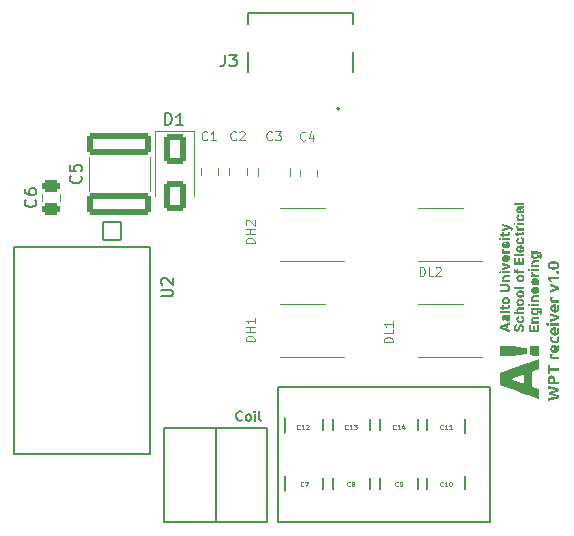
<source format=gto>
G04 #@! TF.GenerationSoftware,KiCad,Pcbnew,7.0.5*
G04 #@! TF.CreationDate,2024-02-26T21:12:57+02:00*
G04 #@! TF.ProjectId,WTP_receiver,5754505f-7265-4636-9569-7665722e6b69,rev?*
G04 #@! TF.SameCoordinates,Original*
G04 #@! TF.FileFunction,Legend,Top*
G04 #@! TF.FilePolarity,Positive*
%FSLAX46Y46*%
G04 Gerber Fmt 4.6, Leading zero omitted, Abs format (unit mm)*
G04 Created by KiCad (PCBNEW 7.0.5) date 2024-02-26 21:12:57*
%MOMM*%
%LPD*%
G01*
G04 APERTURE LIST*
G04 Aperture macros list*
%AMRoundRect*
0 Rectangle with rounded corners*
0 $1 Rounding radius*
0 $2 $3 $4 $5 $6 $7 $8 $9 X,Y pos of 4 corners*
0 Add a 4 corners polygon primitive as box body*
4,1,4,$2,$3,$4,$5,$6,$7,$8,$9,$2,$3,0*
0 Add four circle primitives for the rounded corners*
1,1,$1+$1,$2,$3*
1,1,$1+$1,$4,$5*
1,1,$1+$1,$6,$7*
1,1,$1+$1,$8,$9*
0 Add four rect primitives between the rounded corners*
20,1,$1+$1,$2,$3,$4,$5,0*
20,1,$1+$1,$4,$5,$6,$7,0*
20,1,$1+$1,$6,$7,$8,$9,0*
20,1,$1+$1,$8,$9,$2,$3,0*%
G04 Aperture macros list end*
%ADD10C,0.150000*%
%ADD11C,0.200000*%
%ADD12C,0.101600*%
%ADD13C,0.098425*%
%ADD14C,0.120000*%
%ADD15C,0.127000*%
%ADD16C,0.010000*%
%ADD17RoundRect,0.250000X0.475000X-0.250000X0.475000X0.250000X-0.475000X0.250000X-0.475000X-0.250000X0*%
%ADD18RoundRect,0.250000X2.450000X-0.650000X2.450000X0.650000X-2.450000X0.650000X-2.450000X-0.650000X0*%
%ADD19O,1.154000X1.954000*%
%ADD20O,1.154000X2.254000*%
%ADD21C,0.650000*%
%ADD22RoundRect,0.102000X-0.754000X0.754000X-0.754000X-0.754000X0.754000X-0.754000X0.754000X0.754000X0*%
%ADD23C,1.712000*%
%ADD24R,1.440000X1.600000*%
%ADD25R,4.960000X3.800000*%
%ADD26RoundRect,0.102000X1.590000X-0.535000X1.590000X0.535000X-1.590000X0.535000X-1.590000X-0.535000X0*%
%ADD27RoundRect,0.250000X1.100000X-0.325000X1.100000X0.325000X-1.100000X0.325000X-1.100000X-0.325000X0*%
%ADD28C,3.200000*%
%ADD29RoundRect,0.250000X-0.650000X1.000000X-0.650000X-1.000000X0.650000X-1.000000X0.650000X1.000000X0*%
G04 APERTURE END LIST*
D10*
X80000000Y-48000000D02*
X98000000Y-48000000D01*
X98000000Y-59500000D01*
X80000000Y-59500000D01*
X80000000Y-48000000D01*
X74750000Y-51500000D02*
X74750000Y-59500000D01*
X70375000Y-51500000D02*
X79125000Y-51500000D01*
X79125000Y-59500000D01*
X70375000Y-59500000D01*
X70375000Y-51500000D01*
X76996303Y-50818104D02*
X76958207Y-50856200D01*
X76958207Y-50856200D02*
X76843922Y-50894295D01*
X76843922Y-50894295D02*
X76767731Y-50894295D01*
X76767731Y-50894295D02*
X76653445Y-50856200D01*
X76653445Y-50856200D02*
X76577255Y-50780009D01*
X76577255Y-50780009D02*
X76539160Y-50703819D01*
X76539160Y-50703819D02*
X76501064Y-50551438D01*
X76501064Y-50551438D02*
X76501064Y-50437152D01*
X76501064Y-50437152D02*
X76539160Y-50284771D01*
X76539160Y-50284771D02*
X76577255Y-50208580D01*
X76577255Y-50208580D02*
X76653445Y-50132390D01*
X76653445Y-50132390D02*
X76767731Y-50094295D01*
X76767731Y-50094295D02*
X76843922Y-50094295D01*
X76843922Y-50094295D02*
X76958207Y-50132390D01*
X76958207Y-50132390D02*
X76996303Y-50170485D01*
X77453445Y-50894295D02*
X77377255Y-50856200D01*
X77377255Y-50856200D02*
X77339160Y-50818104D01*
X77339160Y-50818104D02*
X77301064Y-50741914D01*
X77301064Y-50741914D02*
X77301064Y-50513342D01*
X77301064Y-50513342D02*
X77339160Y-50437152D01*
X77339160Y-50437152D02*
X77377255Y-50399057D01*
X77377255Y-50399057D02*
X77453445Y-50360961D01*
X77453445Y-50360961D02*
X77567731Y-50360961D01*
X77567731Y-50360961D02*
X77643922Y-50399057D01*
X77643922Y-50399057D02*
X77682017Y-50437152D01*
X77682017Y-50437152D02*
X77720112Y-50513342D01*
X77720112Y-50513342D02*
X77720112Y-50741914D01*
X77720112Y-50741914D02*
X77682017Y-50818104D01*
X77682017Y-50818104D02*
X77643922Y-50856200D01*
X77643922Y-50856200D02*
X77567731Y-50894295D01*
X77567731Y-50894295D02*
X77453445Y-50894295D01*
X78062970Y-50894295D02*
X78062970Y-50360961D01*
X78062970Y-50094295D02*
X78024874Y-50132390D01*
X78024874Y-50132390D02*
X78062970Y-50170485D01*
X78062970Y-50170485D02*
X78101065Y-50132390D01*
X78101065Y-50132390D02*
X78062970Y-50094295D01*
X78062970Y-50094295D02*
X78062970Y-50170485D01*
X78558207Y-50894295D02*
X78482017Y-50856200D01*
X78482017Y-50856200D02*
X78443922Y-50780009D01*
X78443922Y-50780009D02*
X78443922Y-50094295D01*
D11*
G36*
X102970265Y-48483321D02*
G01*
X102981016Y-48480131D01*
X102992020Y-48476881D01*
X103003278Y-48473571D01*
X103014789Y-48470201D01*
X103026554Y-48466770D01*
X103038572Y-48463280D01*
X103050843Y-48459729D01*
X103063367Y-48456119D01*
X103076145Y-48452448D01*
X103089176Y-48448717D01*
X103098004Y-48446196D01*
X103111373Y-48442326D01*
X103124828Y-48438408D01*
X103138370Y-48434443D01*
X103151997Y-48430431D01*
X103165710Y-48426372D01*
X103179508Y-48422265D01*
X103193393Y-48418111D01*
X103207363Y-48413910D01*
X103216725Y-48411084D01*
X103226124Y-48408236D01*
X103235562Y-48405367D01*
X103245038Y-48402477D01*
X103254503Y-48399574D01*
X103263971Y-48396665D01*
X103273440Y-48393750D01*
X103282911Y-48390829D01*
X103292384Y-48387903D01*
X103301859Y-48384971D01*
X103311336Y-48382034D01*
X103320814Y-48379091D01*
X103330295Y-48376142D01*
X103339777Y-48373187D01*
X103349262Y-48370226D01*
X103358748Y-48367260D01*
X103368236Y-48364288D01*
X103377727Y-48361310D01*
X103387219Y-48358327D01*
X103396713Y-48355338D01*
X103406135Y-48352352D01*
X103415474Y-48349377D01*
X103429324Y-48344936D01*
X103442985Y-48340521D01*
X103456458Y-48336132D01*
X103469741Y-48331769D01*
X103482836Y-48327431D01*
X103495742Y-48323119D01*
X103508459Y-48318833D01*
X103520987Y-48314572D01*
X103533326Y-48310338D01*
X103537397Y-48308932D01*
X103523958Y-48305491D01*
X103510297Y-48302037D01*
X103496412Y-48298570D01*
X103482305Y-48295090D01*
X103472775Y-48292763D01*
X103463147Y-48290430D01*
X103453419Y-48288092D01*
X103443592Y-48285748D01*
X103433666Y-48283398D01*
X103423640Y-48281042D01*
X103413516Y-48278681D01*
X103403292Y-48276314D01*
X103392969Y-48273941D01*
X103382547Y-48271563D01*
X103372054Y-48269190D01*
X103361519Y-48266834D01*
X103350942Y-48264496D01*
X103340323Y-48262175D01*
X103329662Y-48259870D01*
X103318960Y-48257584D01*
X103308215Y-48255314D01*
X103297428Y-48253061D01*
X103286599Y-48250826D01*
X103275729Y-48248608D01*
X103264816Y-48246407D01*
X103253861Y-48244223D01*
X103242865Y-48242056D01*
X103231826Y-48239906D01*
X103220745Y-48237774D01*
X103209623Y-48235659D01*
X103198452Y-48233555D01*
X103187290Y-48231457D01*
X103176135Y-48229365D01*
X103164987Y-48227278D01*
X103153848Y-48225198D01*
X103142715Y-48223122D01*
X103131591Y-48221053D01*
X103120474Y-48218989D01*
X103109365Y-48216931D01*
X103098263Y-48214879D01*
X103087169Y-48212833D01*
X103076083Y-48210792D01*
X103065004Y-48208757D01*
X103053933Y-48206728D01*
X103042870Y-48204704D01*
X103031814Y-48202686D01*
X103020756Y-48200679D01*
X103009748Y-48198687D01*
X102998790Y-48196710D01*
X102987881Y-48194748D01*
X102977021Y-48192802D01*
X102966212Y-48190871D01*
X102955452Y-48188955D01*
X102944741Y-48187055D01*
X102934080Y-48185169D01*
X102923469Y-48183299D01*
X102912908Y-48181445D01*
X102902396Y-48179605D01*
X102891933Y-48177781D01*
X102881521Y-48175972D01*
X102871157Y-48174178D01*
X102860844Y-48172400D01*
X102860844Y-47944521D01*
X102876055Y-47947619D01*
X102891280Y-47950746D01*
X102906518Y-47953901D01*
X102921771Y-47957085D01*
X102937037Y-47960297D01*
X102952318Y-47963538D01*
X102967612Y-47966808D01*
X102982920Y-47970106D01*
X102998241Y-47973433D01*
X103013577Y-47976788D01*
X103028926Y-47980172D01*
X103044289Y-47983585D01*
X103059666Y-47987026D01*
X103075057Y-47990496D01*
X103090462Y-47993995D01*
X103105881Y-47997522D01*
X103121313Y-48001078D01*
X103136759Y-48004662D01*
X103152219Y-48008276D01*
X103167693Y-48011917D01*
X103183181Y-48015588D01*
X103198682Y-48019287D01*
X103214198Y-48023014D01*
X103229727Y-48026770D01*
X103245270Y-48030555D01*
X103260827Y-48034369D01*
X103276398Y-48038211D01*
X103291982Y-48042081D01*
X103307581Y-48045981D01*
X103323193Y-48049908D01*
X103338819Y-48053865D01*
X103354459Y-48057850D01*
X103370081Y-48061860D01*
X103385654Y-48065890D01*
X103401178Y-48069941D01*
X103416653Y-48074012D01*
X103432079Y-48078104D01*
X103447455Y-48082216D01*
X103462783Y-48086349D01*
X103478061Y-48090502D01*
X103493290Y-48094676D01*
X103508470Y-48098871D01*
X103523601Y-48103085D01*
X103538683Y-48107321D01*
X103553715Y-48111577D01*
X103568699Y-48115853D01*
X103583633Y-48120150D01*
X103598518Y-48124467D01*
X103613354Y-48128805D01*
X103628141Y-48133164D01*
X103642879Y-48137543D01*
X103657568Y-48141942D01*
X103672207Y-48146362D01*
X103686798Y-48150803D01*
X103701339Y-48155264D01*
X103715831Y-48159745D01*
X103730274Y-48164247D01*
X103744668Y-48168770D01*
X103759013Y-48173313D01*
X103773308Y-48177876D01*
X103787555Y-48182461D01*
X103801752Y-48187065D01*
X103815900Y-48191690D01*
X103830000Y-48196336D01*
X103830000Y-48397348D01*
X103813371Y-48403503D01*
X103796641Y-48409636D01*
X103779810Y-48415746D01*
X103762879Y-48421833D01*
X103745845Y-48427897D01*
X103728711Y-48433938D01*
X103711476Y-48439957D01*
X103694139Y-48445952D01*
X103676702Y-48451925D01*
X103659163Y-48457874D01*
X103641523Y-48463801D01*
X103623782Y-48469705D01*
X103605940Y-48475586D01*
X103587997Y-48481444D01*
X103569952Y-48487279D01*
X103551807Y-48493091D01*
X103533608Y-48498887D01*
X103515403Y-48504673D01*
X103497193Y-48510450D01*
X103478977Y-48516218D01*
X103460755Y-48521975D01*
X103442527Y-48527724D01*
X103424294Y-48533463D01*
X103406055Y-48539192D01*
X103387810Y-48544911D01*
X103369560Y-48550622D01*
X103351304Y-48556322D01*
X103333042Y-48562013D01*
X103314774Y-48567695D01*
X103296501Y-48573367D01*
X103278222Y-48579029D01*
X103259937Y-48584682D01*
X103278222Y-48590301D01*
X103296501Y-48595921D01*
X103314774Y-48601543D01*
X103333042Y-48607168D01*
X103351304Y-48612794D01*
X103369560Y-48618422D01*
X103387810Y-48624052D01*
X103406055Y-48629684D01*
X103424294Y-48635318D01*
X103442527Y-48640953D01*
X103460755Y-48646591D01*
X103478977Y-48652230D01*
X103497193Y-48657872D01*
X103515403Y-48663515D01*
X103533608Y-48669160D01*
X103551807Y-48674808D01*
X103569952Y-48680441D01*
X103587997Y-48686108D01*
X103605940Y-48691806D01*
X103623782Y-48697537D01*
X103641523Y-48703301D01*
X103659163Y-48709097D01*
X103676702Y-48714925D01*
X103694139Y-48720786D01*
X103711476Y-48726680D01*
X103728711Y-48732605D01*
X103745845Y-48738564D01*
X103762879Y-48744554D01*
X103779810Y-48750577D01*
X103796641Y-48756633D01*
X103813371Y-48762721D01*
X103830000Y-48768841D01*
X103830000Y-48970097D01*
X103815900Y-48974743D01*
X103801752Y-48979368D01*
X103787555Y-48983973D01*
X103773308Y-48988557D01*
X103759013Y-48993120D01*
X103744668Y-48997663D01*
X103730274Y-49002186D01*
X103715831Y-49006688D01*
X103701339Y-49011169D01*
X103686798Y-49015630D01*
X103672207Y-49020071D01*
X103657568Y-49024491D01*
X103642879Y-49028890D01*
X103628141Y-49033269D01*
X103613354Y-49037628D01*
X103598518Y-49041966D01*
X103583633Y-49046283D01*
X103568699Y-49050580D01*
X103553715Y-49054856D01*
X103538683Y-49059112D01*
X103523601Y-49063348D01*
X103508470Y-49067562D01*
X103493290Y-49071757D01*
X103478061Y-49075931D01*
X103462783Y-49080084D01*
X103447455Y-49084217D01*
X103432079Y-49088329D01*
X103416653Y-49092421D01*
X103401178Y-49096492D01*
X103385654Y-49100543D01*
X103370081Y-49104573D01*
X103354459Y-49108583D01*
X103338819Y-49112568D01*
X103323193Y-49116525D01*
X103307581Y-49120453D01*
X103291982Y-49124352D01*
X103276398Y-49128222D01*
X103260827Y-49132065D01*
X103245270Y-49135878D01*
X103229727Y-49139663D01*
X103214198Y-49143419D01*
X103198682Y-49147147D01*
X103183181Y-49150845D01*
X103167693Y-49154516D01*
X103152219Y-49158158D01*
X103136759Y-49161771D01*
X103121313Y-49165355D01*
X103105881Y-49168911D01*
X103090462Y-49172438D01*
X103075057Y-49175937D01*
X103059666Y-49179407D01*
X103044289Y-49182848D01*
X103028926Y-49186261D01*
X103013577Y-49189645D01*
X102998241Y-49193000D01*
X102982920Y-49196327D01*
X102967612Y-49199625D01*
X102952318Y-49202895D01*
X102937037Y-49206136D01*
X102921771Y-49209348D01*
X102906518Y-49212532D01*
X102891280Y-49215687D01*
X102876055Y-49218814D01*
X102860844Y-49221912D01*
X102860844Y-48984019D01*
X102871157Y-48982238D01*
X102881521Y-48980436D01*
X102891933Y-48978612D01*
X102902396Y-48976768D01*
X102912908Y-48974903D01*
X102923469Y-48973017D01*
X102934080Y-48971109D01*
X102944741Y-48969181D01*
X102955452Y-48967232D01*
X102966212Y-48965262D01*
X102977021Y-48963271D01*
X102987881Y-48961259D01*
X102998790Y-48959226D01*
X103009748Y-48957171D01*
X103020756Y-48955096D01*
X103031814Y-48953000D01*
X103042870Y-48950889D01*
X103053933Y-48948768D01*
X103065004Y-48946637D01*
X103076083Y-48944497D01*
X103087169Y-48942348D01*
X103098263Y-48940189D01*
X103109365Y-48938020D01*
X103120474Y-48935842D01*
X103131591Y-48933654D01*
X103142715Y-48931457D01*
X103153848Y-48929250D01*
X103164987Y-48927034D01*
X103176135Y-48924808D01*
X103187290Y-48922573D01*
X103198452Y-48920328D01*
X103209623Y-48918073D01*
X103220745Y-48915782D01*
X103231826Y-48913486D01*
X103242865Y-48911187D01*
X103253861Y-48908884D01*
X103264816Y-48906577D01*
X103275729Y-48904266D01*
X103286599Y-48901952D01*
X103297428Y-48899633D01*
X103308215Y-48897311D01*
X103318960Y-48894985D01*
X103329662Y-48892655D01*
X103340323Y-48890321D01*
X103350942Y-48887984D01*
X103361519Y-48885643D01*
X103372054Y-48883297D01*
X103382547Y-48880949D01*
X103392969Y-48878564D01*
X103403292Y-48876174D01*
X103413516Y-48873779D01*
X103423640Y-48871377D01*
X103433666Y-48868970D01*
X103443592Y-48866557D01*
X103453419Y-48864139D01*
X103463147Y-48861714D01*
X103472775Y-48859284D01*
X103482305Y-48856849D01*
X103496412Y-48853184D01*
X103510297Y-48849507D01*
X103523958Y-48845817D01*
X103537397Y-48842114D01*
X103524640Y-48837364D01*
X103511742Y-48832640D01*
X103498703Y-48827942D01*
X103485522Y-48823269D01*
X103472199Y-48818622D01*
X103458734Y-48814001D01*
X103445128Y-48809406D01*
X103431380Y-48804836D01*
X103417490Y-48800293D01*
X103408152Y-48797278D01*
X103398750Y-48794274D01*
X103394026Y-48792777D01*
X103384531Y-48789791D01*
X103375036Y-48786816D01*
X103365541Y-48783852D01*
X103356046Y-48780901D01*
X103346551Y-48777960D01*
X103337056Y-48775031D01*
X103327561Y-48772114D01*
X103318066Y-48769207D01*
X103308572Y-48766313D01*
X103299077Y-48763430D01*
X103289582Y-48760558D01*
X103280087Y-48757698D01*
X103270592Y-48754849D01*
X103261097Y-48752011D01*
X103251602Y-48749185D01*
X103242107Y-48746371D01*
X103232634Y-48743575D01*
X103223205Y-48740807D01*
X103213820Y-48738065D01*
X103199824Y-48734002D01*
X103185927Y-48729999D01*
X103172129Y-48726056D01*
X103158430Y-48722174D01*
X103144829Y-48718351D01*
X103131328Y-48714589D01*
X103117925Y-48710886D01*
X103104620Y-48707244D01*
X103095806Y-48704849D01*
X103082749Y-48701310D01*
X103069960Y-48697834D01*
X103057436Y-48694423D01*
X103045179Y-48691076D01*
X103033187Y-48687794D01*
X103021462Y-48684576D01*
X103010003Y-48681423D01*
X102998811Y-48678334D01*
X102987884Y-48675309D01*
X102977224Y-48672349D01*
X102970265Y-48670411D01*
X102970265Y-48483321D01*
G37*
G36*
X103189914Y-47066584D02*
G01*
X103200307Y-47066930D01*
X103210515Y-47067507D01*
X103220537Y-47068316D01*
X103230375Y-47069355D01*
X103249494Y-47072125D01*
X103267874Y-47075819D01*
X103285513Y-47080437D01*
X103302411Y-47085978D01*
X103318569Y-47092443D01*
X103333987Y-47099831D01*
X103348665Y-47108143D01*
X103362602Y-47117379D01*
X103375798Y-47127538D01*
X103388255Y-47138620D01*
X103399971Y-47150626D01*
X103410947Y-47163556D01*
X103421182Y-47177409D01*
X103426022Y-47184682D01*
X103435190Y-47199855D01*
X103443768Y-47215819D01*
X103451753Y-47232576D01*
X103459147Y-47250124D01*
X103465950Y-47268464D01*
X103469129Y-47277931D01*
X103472161Y-47287596D01*
X103475045Y-47297459D01*
X103477780Y-47307520D01*
X103480368Y-47317779D01*
X103482808Y-47328236D01*
X103485100Y-47338891D01*
X103487245Y-47349743D01*
X103489241Y-47360794D01*
X103491090Y-47372043D01*
X103492790Y-47383490D01*
X103494343Y-47395134D01*
X103495748Y-47406977D01*
X103497005Y-47419018D01*
X103498114Y-47431256D01*
X103499075Y-47443693D01*
X103499889Y-47456327D01*
X103500554Y-47469160D01*
X103501072Y-47482191D01*
X103501441Y-47495419D01*
X103501663Y-47508845D01*
X103501737Y-47522470D01*
X103501737Y-47591346D01*
X103830000Y-47591346D01*
X103830000Y-47810676D01*
X102885757Y-47810676D01*
X102883221Y-47797140D01*
X102880836Y-47783457D01*
X102878602Y-47769628D01*
X102876517Y-47755653D01*
X102874583Y-47741532D01*
X102872799Y-47727266D01*
X102871166Y-47712853D01*
X102869682Y-47698294D01*
X102868777Y-47688507D01*
X102867938Y-47678656D01*
X102867167Y-47668739D01*
X102866461Y-47658757D01*
X102865781Y-47648820D01*
X102865145Y-47639035D01*
X102864273Y-47624643D01*
X102863499Y-47610596D01*
X102862824Y-47596891D01*
X102862248Y-47583531D01*
X102861771Y-47570513D01*
X102861392Y-47557839D01*
X102861113Y-47545509D01*
X102860932Y-47533522D01*
X102860849Y-47521878D01*
X102860844Y-47518073D01*
X102860917Y-47504541D01*
X102860923Y-47504152D01*
X103048422Y-47504152D01*
X103048493Y-47514588D01*
X103048703Y-47524955D01*
X103049054Y-47535252D01*
X103049544Y-47545478D01*
X103049888Y-47551290D01*
X103050422Y-47561138D01*
X103051033Y-47571648D01*
X103051720Y-47582523D01*
X103052330Y-47591346D01*
X103314159Y-47591346D01*
X103314159Y-47522470D01*
X103314046Y-47508433D01*
X103313708Y-47494836D01*
X103313145Y-47481680D01*
X103312357Y-47468965D01*
X103311344Y-47456691D01*
X103310106Y-47444858D01*
X103308642Y-47433465D01*
X103306953Y-47422513D01*
X103305040Y-47412002D01*
X103302901Y-47401932D01*
X103300536Y-47392303D01*
X103296568Y-47378685D01*
X103292093Y-47366059D01*
X103287111Y-47354425D01*
X103285338Y-47350767D01*
X103279498Y-47340466D01*
X103272787Y-47331178D01*
X103265204Y-47322903D01*
X103256750Y-47315642D01*
X103247424Y-47309394D01*
X103237227Y-47304159D01*
X103226158Y-47299937D01*
X103214217Y-47296728D01*
X103201405Y-47294533D01*
X103187722Y-47293351D01*
X103178115Y-47293126D01*
X103166536Y-47293490D01*
X103155614Y-47294581D01*
X103145346Y-47296399D01*
X103135735Y-47298946D01*
X103125068Y-47302961D01*
X103115345Y-47308025D01*
X103106346Y-47313975D01*
X103098034Y-47320836D01*
X103090409Y-47328607D01*
X103083471Y-47337288D01*
X103077220Y-47346879D01*
X103075289Y-47350279D01*
X103070783Y-47359119D01*
X103066731Y-47368544D01*
X103063132Y-47378554D01*
X103059986Y-47389148D01*
X103057293Y-47400326D01*
X103055053Y-47412088D01*
X103054284Y-47416957D01*
X103052910Y-47426921D01*
X103051720Y-47437153D01*
X103050712Y-47447651D01*
X103049888Y-47458417D01*
X103049247Y-47469450D01*
X103048789Y-47480750D01*
X103048514Y-47492317D01*
X103048422Y-47504152D01*
X102860923Y-47504152D01*
X102861135Y-47491206D01*
X102861499Y-47478069D01*
X102862008Y-47465130D01*
X102862663Y-47452389D01*
X102863463Y-47439846D01*
X102864409Y-47427501D01*
X102865500Y-47415354D01*
X102866736Y-47403405D01*
X102868119Y-47391654D01*
X102869646Y-47380101D01*
X102871320Y-47368746D01*
X102873138Y-47357589D01*
X102875103Y-47346629D01*
X102877212Y-47335868D01*
X102879467Y-47325305D01*
X102881868Y-47314940D01*
X102884414Y-47304772D01*
X102887106Y-47294803D01*
X102889943Y-47285031D01*
X102892926Y-47275458D01*
X102896054Y-47266083D01*
X102902747Y-47247926D01*
X102910022Y-47230561D01*
X102917878Y-47213987D01*
X102926317Y-47198206D01*
X102935338Y-47183217D01*
X102945021Y-47169079D01*
X102955446Y-47155854D01*
X102966613Y-47143540D01*
X102978523Y-47132139D01*
X102991175Y-47121650D01*
X103004569Y-47112073D01*
X103018706Y-47103408D01*
X103033585Y-47095655D01*
X103049206Y-47088815D01*
X103065569Y-47082886D01*
X103082675Y-47077870D01*
X103100522Y-47073765D01*
X103119113Y-47070573D01*
X103138445Y-47068293D01*
X103148390Y-47067495D01*
X103158520Y-47066924D01*
X103168835Y-47066582D01*
X103179337Y-47066468D01*
X103189914Y-47066584D01*
G37*
G36*
X102860844Y-46168387D02*
G01*
X103048422Y-46168387D01*
X103048422Y-46462212D01*
X103830000Y-46462212D01*
X103830000Y-46681786D01*
X103048422Y-46681786D01*
X103048422Y-46975854D01*
X102860844Y-46975854D01*
X102860844Y-46168387D01*
G37*
G36*
X103274347Y-45264689D02*
G01*
X103271665Y-45275574D01*
X103269391Y-45285183D01*
X103267081Y-45295280D01*
X103264735Y-45305867D01*
X103262353Y-45316943D01*
X103259936Y-45328507D01*
X103259448Y-45330879D01*
X103257197Y-45342852D01*
X103255670Y-45352637D01*
X103254388Y-45362606D01*
X103253350Y-45372757D01*
X103252556Y-45383091D01*
X103252006Y-45393609D01*
X103251701Y-45404310D01*
X103251632Y-45412456D01*
X103251861Y-45422821D01*
X103252437Y-45432667D01*
X103253364Y-45443237D01*
X103254641Y-45454532D01*
X103255296Y-45459595D01*
X103256604Y-45469389D01*
X103258195Y-45479644D01*
X103260100Y-45489818D01*
X103262609Y-45500218D01*
X103262868Y-45501116D01*
X103830000Y-45501116D01*
X103830000Y-45710676D01*
X103134640Y-45710676D01*
X103130950Y-45699963D01*
X103127299Y-45688889D01*
X103123686Y-45677455D01*
X103120111Y-45665659D01*
X103116576Y-45653504D01*
X103113079Y-45640987D01*
X103109621Y-45628110D01*
X103106201Y-45614872D01*
X103102820Y-45601274D01*
X103099478Y-45587315D01*
X103097271Y-45577808D01*
X103095141Y-45568153D01*
X103093149Y-45558360D01*
X103091295Y-45548430D01*
X103089577Y-45538363D01*
X103087997Y-45528158D01*
X103086555Y-45517816D01*
X103085250Y-45507337D01*
X103084082Y-45496720D01*
X103083051Y-45485965D01*
X103082158Y-45475074D01*
X103081403Y-45464045D01*
X103080785Y-45452878D01*
X103080304Y-45441574D01*
X103079960Y-45430133D01*
X103079754Y-45418554D01*
X103079685Y-45406838D01*
X103079859Y-45396798D01*
X103080306Y-45386933D01*
X103081027Y-45376183D01*
X103081884Y-45366050D01*
X103082820Y-45355578D01*
X103083921Y-45345106D01*
X103085185Y-45334634D01*
X103086612Y-45324162D01*
X103087501Y-45318178D01*
X103089067Y-45307706D01*
X103090774Y-45297234D01*
X103092620Y-45286762D01*
X103094607Y-45276290D01*
X103095806Y-45270307D01*
X103098048Y-45260174D01*
X103100868Y-45249423D01*
X103103963Y-45239558D01*
X103107773Y-45229518D01*
X103274347Y-45264689D01*
G37*
G36*
X103465543Y-44474435D02*
G01*
X103475324Y-44474733D01*
X103485563Y-44475214D01*
X103494898Y-44475785D01*
X103505340Y-44476502D01*
X103515170Y-44477189D01*
X103525500Y-44477925D01*
X103533000Y-44478471D01*
X103533000Y-44954256D01*
X103544902Y-44952520D01*
X103556336Y-44949969D01*
X103567302Y-44946601D01*
X103577800Y-44942418D01*
X103587830Y-44937419D01*
X103597392Y-44931605D01*
X103606486Y-44924974D01*
X103615112Y-44917528D01*
X103623270Y-44909266D01*
X103630960Y-44900189D01*
X103635826Y-44893684D01*
X103642592Y-44883333D01*
X103648692Y-44872338D01*
X103654127Y-44860698D01*
X103658896Y-44848415D01*
X103663000Y-44835488D01*
X103666438Y-44821917D01*
X103669211Y-44807702D01*
X103670689Y-44797867D01*
X103671873Y-44787746D01*
X103672760Y-44777339D01*
X103673351Y-44766646D01*
X103673647Y-44755666D01*
X103673684Y-44750069D01*
X103673592Y-44739281D01*
X103673315Y-44728531D01*
X103672853Y-44717820D01*
X103672207Y-44707147D01*
X103671376Y-44696514D01*
X103670361Y-44685918D01*
X103669161Y-44675362D01*
X103667776Y-44664844D01*
X103666207Y-44654364D01*
X103664453Y-44643924D01*
X103663182Y-44636985D01*
X103661169Y-44626724D01*
X103659071Y-44616823D01*
X103656888Y-44607284D01*
X103653842Y-44595125D01*
X103650644Y-44583607D01*
X103647293Y-44572731D01*
X103643790Y-44562496D01*
X103640134Y-44552901D01*
X103637292Y-44546127D01*
X103799225Y-44518039D01*
X103803499Y-44527182D01*
X103807239Y-44536360D01*
X103810979Y-44546637D01*
X103814185Y-44556320D01*
X103816322Y-44563224D01*
X103819359Y-44573980D01*
X103822241Y-44585182D01*
X103824525Y-44594859D01*
X103826701Y-44604846D01*
X103828770Y-44615143D01*
X103830732Y-44625750D01*
X103832663Y-44636631D01*
X103834487Y-44647751D01*
X103836203Y-44659109D01*
X103837811Y-44670706D01*
X103839313Y-44682541D01*
X103840707Y-44694615D01*
X103841235Y-44699511D01*
X103842265Y-44709346D01*
X103843158Y-44719188D01*
X103843914Y-44729038D01*
X103844532Y-44738895D01*
X103845013Y-44748760D01*
X103845356Y-44758633D01*
X103845562Y-44768513D01*
X103845631Y-44778401D01*
X103845518Y-44790786D01*
X103845177Y-44802967D01*
X103844609Y-44814943D01*
X103843814Y-44826716D01*
X103842793Y-44838284D01*
X103841544Y-44849648D01*
X103840068Y-44860808D01*
X103838365Y-44871763D01*
X103836435Y-44882515D01*
X103834278Y-44893062D01*
X103831893Y-44903405D01*
X103829282Y-44913544D01*
X103826444Y-44923479D01*
X103823378Y-44933209D01*
X103820086Y-44942736D01*
X103816566Y-44952058D01*
X103812850Y-44961180D01*
X103806965Y-44974494D01*
X103800706Y-44987366D01*
X103794073Y-44999796D01*
X103787067Y-45011784D01*
X103779688Y-45023330D01*
X103771935Y-45034433D01*
X103763808Y-45045094D01*
X103755308Y-45055313D01*
X103746434Y-45065089D01*
X103737187Y-45074424D01*
X103727544Y-45083314D01*
X103717575Y-45091757D01*
X103707280Y-45099754D01*
X103696658Y-45107305D01*
X103685710Y-45114409D01*
X103674436Y-45121067D01*
X103662835Y-45127278D01*
X103650908Y-45133042D01*
X103638655Y-45138360D01*
X103626076Y-45143232D01*
X103617508Y-45146231D01*
X103604451Y-45150378D01*
X103591202Y-45154117D01*
X103577758Y-45157448D01*
X103564122Y-45160371D01*
X103550293Y-45162886D01*
X103536270Y-45164993D01*
X103522054Y-45166692D01*
X103507645Y-45167984D01*
X103493042Y-45168868D01*
X103483200Y-45169230D01*
X103473272Y-45169412D01*
X103468276Y-45169434D01*
X103456251Y-45169316D01*
X103444416Y-45168961D01*
X103432773Y-45168370D01*
X103421320Y-45167541D01*
X103410058Y-45166477D01*
X103398987Y-45165175D01*
X103388107Y-45163637D01*
X103377418Y-45161863D01*
X103366919Y-45159852D01*
X103356611Y-45157604D01*
X103346494Y-45155119D01*
X103336568Y-45152398D01*
X103326833Y-45149441D01*
X103317288Y-45146246D01*
X103307934Y-45142816D01*
X103298771Y-45139148D01*
X103285383Y-45133304D01*
X103272419Y-45127130D01*
X103259880Y-45120625D01*
X103247767Y-45113789D01*
X103236078Y-45106623D01*
X103224814Y-45099126D01*
X103213976Y-45091298D01*
X103203562Y-45083140D01*
X103193574Y-45074652D01*
X103184011Y-45065832D01*
X103177871Y-45059769D01*
X103169010Y-45050390D01*
X103160560Y-45040753D01*
X103152523Y-45030858D01*
X103144898Y-45020706D01*
X103137686Y-45010296D01*
X103130885Y-44999628D01*
X103124496Y-44988703D01*
X103118520Y-44977520D01*
X103112956Y-44966080D01*
X103107804Y-44954382D01*
X103104598Y-44946441D01*
X103100146Y-44934410D01*
X103096132Y-44922315D01*
X103092555Y-44910155D01*
X103089417Y-44897932D01*
X103086717Y-44885643D01*
X103084454Y-44873291D01*
X103082629Y-44860874D01*
X103081243Y-44848392D01*
X103080294Y-44835846D01*
X103079783Y-44823236D01*
X103079685Y-44814794D01*
X103079711Y-44812107D01*
X103251632Y-44812107D01*
X103251925Y-44822859D01*
X103252801Y-44833135D01*
X103254262Y-44842933D01*
X103256787Y-44854061D01*
X103260153Y-44864503D01*
X103263600Y-44872679D01*
X103268271Y-44881904D01*
X103273492Y-44890528D01*
X103279262Y-44898551D01*
X103286689Y-44907151D01*
X103294863Y-44914933D01*
X103303716Y-44921944D01*
X103313176Y-44928230D01*
X103321768Y-44933042D01*
X103330807Y-44937321D01*
X103340293Y-44941067D01*
X103349935Y-44944284D01*
X103359630Y-44947158D01*
X103369376Y-44949688D01*
X103379173Y-44951875D01*
X103389022Y-44953718D01*
X103392316Y-44954256D01*
X103392316Y-44677041D01*
X103382467Y-44677813D01*
X103372704Y-44679033D01*
X103363027Y-44680699D01*
X103353436Y-44682811D01*
X103343930Y-44685370D01*
X103340781Y-44686322D01*
X103330055Y-44690055D01*
X103319891Y-44694630D01*
X103310287Y-44700046D01*
X103301244Y-44706304D01*
X103296329Y-44710258D01*
X103288119Y-44717719D01*
X103280588Y-44725999D01*
X103273734Y-44735097D01*
X103268399Y-44743546D01*
X103264333Y-44751046D01*
X103260017Y-44760635D01*
X103256594Y-44771082D01*
X103254063Y-44782388D01*
X103252637Y-44792465D01*
X103251831Y-44803139D01*
X103251632Y-44812107D01*
X103079711Y-44812107D01*
X103079778Y-44805012D01*
X103080523Y-44785837D01*
X103082011Y-44767179D01*
X103084244Y-44749039D01*
X103087220Y-44731415D01*
X103090941Y-44714308D01*
X103095406Y-44697719D01*
X103100615Y-44681647D01*
X103106569Y-44666091D01*
X103113266Y-44651053D01*
X103120708Y-44636532D01*
X103128894Y-44622528D01*
X103137824Y-44609042D01*
X103147499Y-44596072D01*
X103157917Y-44583619D01*
X103169080Y-44571684D01*
X103174940Y-44565910D01*
X103187197Y-44554819D01*
X103200154Y-44544444D01*
X103213812Y-44534784D01*
X103228170Y-44525839D01*
X103243228Y-44517610D01*
X103258986Y-44510097D01*
X103275445Y-44503299D01*
X103292604Y-44497217D01*
X103310463Y-44491850D01*
X103329023Y-44487199D01*
X103348283Y-44483264D01*
X103358176Y-44481564D01*
X103368243Y-44480044D01*
X103378486Y-44478702D01*
X103388904Y-44477539D01*
X103399496Y-44476555D01*
X103410264Y-44475750D01*
X103421207Y-44475124D01*
X103432325Y-44474677D01*
X103443619Y-44474409D01*
X103455087Y-44474319D01*
X103465543Y-44474435D01*
G37*
G36*
X103462658Y-44352686D02*
G01*
X103452833Y-44352585D01*
X103438232Y-44352054D01*
X103423793Y-44351068D01*
X103409518Y-44349627D01*
X103395406Y-44347731D01*
X103381457Y-44345379D01*
X103367671Y-44342573D01*
X103354048Y-44339311D01*
X103340588Y-44335595D01*
X103327292Y-44331423D01*
X103314159Y-44326796D01*
X103301220Y-44321695D01*
X103288599Y-44316189D01*
X103276296Y-44310280D01*
X103264310Y-44303967D01*
X103252642Y-44297251D01*
X103241292Y-44290131D01*
X103230260Y-44282608D01*
X103219545Y-44274681D01*
X103209148Y-44266351D01*
X103199069Y-44257617D01*
X103192526Y-44251570D01*
X103182962Y-44242134D01*
X103173781Y-44232330D01*
X103164982Y-44222156D01*
X103156565Y-44211613D01*
X103148530Y-44200701D01*
X103140877Y-44189419D01*
X103133606Y-44177769D01*
X103126717Y-44165749D01*
X103120211Y-44153360D01*
X103114087Y-44140601D01*
X103110216Y-44131891D01*
X103104760Y-44118528D01*
X103099840Y-44104817D01*
X103096859Y-44095483D01*
X103094116Y-44085995D01*
X103091611Y-44076352D01*
X103089345Y-44066555D01*
X103087318Y-44056603D01*
X103085529Y-44046496D01*
X103083979Y-44036235D01*
X103082667Y-44025820D01*
X103081594Y-44015249D01*
X103080759Y-44004525D01*
X103080163Y-43993645D01*
X103079805Y-43982612D01*
X103079685Y-43971423D01*
X103079778Y-43960429D01*
X103080055Y-43949610D01*
X103080516Y-43938968D01*
X103081162Y-43928501D01*
X103081993Y-43918211D01*
X103083009Y-43908096D01*
X103084208Y-43898158D01*
X103085593Y-43888396D01*
X103087726Y-43875653D01*
X103090188Y-43863224D01*
X103092959Y-43850935D01*
X103096019Y-43838738D01*
X103099370Y-43826633D01*
X103103011Y-43814619D01*
X103106941Y-43802697D01*
X103111162Y-43790867D01*
X103115673Y-43779128D01*
X103120474Y-43767480D01*
X103279720Y-43810956D01*
X103276281Y-43820328D01*
X103272985Y-43829975D01*
X103269831Y-43839896D01*
X103266821Y-43850092D01*
X103263954Y-43860561D01*
X103261230Y-43871305D01*
X103260181Y-43875680D01*
X103257718Y-43886874D01*
X103255673Y-43898473D01*
X103254045Y-43910477D01*
X103253043Y-43920373D01*
X103252309Y-43930528D01*
X103251841Y-43940943D01*
X103251641Y-43951617D01*
X103251632Y-43954326D01*
X103251860Y-43965773D01*
X103252541Y-43976850D01*
X103253676Y-43987556D01*
X103255266Y-43997893D01*
X103257309Y-44007859D01*
X103259807Y-44017455D01*
X103264405Y-44031155D01*
X103270025Y-44044022D01*
X103276667Y-44056057D01*
X103284330Y-44067258D01*
X103293016Y-44077626D01*
X103302723Y-44087162D01*
X103309762Y-44093056D01*
X103320942Y-44101218D01*
X103332774Y-44108578D01*
X103345259Y-44115134D01*
X103358397Y-44120888D01*
X103372187Y-44125839D01*
X103381743Y-44128694D01*
X103391589Y-44131192D01*
X103401725Y-44133332D01*
X103412152Y-44135117D01*
X103422868Y-44136544D01*
X103433874Y-44137614D01*
X103445170Y-44138328D01*
X103456756Y-44138685D01*
X103462658Y-44138729D01*
X103475059Y-44138562D01*
X103487105Y-44138062D01*
X103498797Y-44137227D01*
X103510133Y-44136058D01*
X103521114Y-44134555D01*
X103531741Y-44132719D01*
X103542012Y-44130548D01*
X103551929Y-44128044D01*
X103561491Y-44125205D01*
X103575168Y-44120322D01*
X103588046Y-44114687D01*
X103600126Y-44108300D01*
X103611408Y-44101163D01*
X103618485Y-44095987D01*
X103628350Y-44087364D01*
X103637244Y-44077617D01*
X103645168Y-44066745D01*
X103652122Y-44054748D01*
X103658105Y-44041626D01*
X103661555Y-44032253D01*
X103664574Y-44022381D01*
X103667162Y-44012008D01*
X103669318Y-44001135D01*
X103671043Y-43989763D01*
X103672336Y-43977890D01*
X103673199Y-43965518D01*
X103673630Y-43952645D01*
X103673684Y-43946022D01*
X103673511Y-43934054D01*
X103673124Y-43924283D01*
X103672515Y-43914335D01*
X103671685Y-43904213D01*
X103670634Y-43893914D01*
X103669361Y-43883441D01*
X103667867Y-43872791D01*
X103666601Y-43864689D01*
X103664701Y-43853870D01*
X103662540Y-43843272D01*
X103660121Y-43832895D01*
X103657442Y-43822740D01*
X103654503Y-43812806D01*
X103651305Y-43803094D01*
X103647848Y-43793603D01*
X103644131Y-43784333D01*
X103807529Y-43754780D01*
X103811368Y-43764225D01*
X103815070Y-43774243D01*
X103818635Y-43784833D01*
X103822062Y-43795996D01*
X103825351Y-43807731D01*
X103828504Y-43820038D01*
X103830778Y-43829645D01*
X103832974Y-43839573D01*
X103834396Y-43846371D01*
X103836404Y-43856730D01*
X103838214Y-43867291D01*
X103839827Y-43878053D01*
X103841242Y-43889018D01*
X103842460Y-43900184D01*
X103843481Y-43911552D01*
X103844303Y-43923122D01*
X103844929Y-43934894D01*
X103845357Y-43946867D01*
X103845587Y-43959042D01*
X103845631Y-43967271D01*
X103845516Y-43979802D01*
X103845169Y-43992115D01*
X103844592Y-44004211D01*
X103843784Y-44016089D01*
X103842745Y-44027750D01*
X103841475Y-44039193D01*
X103839974Y-44050418D01*
X103838243Y-44061427D01*
X103836280Y-44072217D01*
X103834087Y-44082790D01*
X103831662Y-44093146D01*
X103829007Y-44103284D01*
X103826121Y-44113204D01*
X103823004Y-44122907D01*
X103819656Y-44132392D01*
X103816078Y-44141660D01*
X103812270Y-44150717D01*
X103806247Y-44163920D01*
X103799851Y-44176663D01*
X103793081Y-44188947D01*
X103785938Y-44200772D01*
X103778421Y-44212137D01*
X103770530Y-44223043D01*
X103762266Y-44233489D01*
X103753629Y-44243476D01*
X103744618Y-44253004D01*
X103735233Y-44262072D01*
X103725453Y-44270646D01*
X103715347Y-44278782D01*
X103704914Y-44286480D01*
X103694155Y-44293740D01*
X103683069Y-44300562D01*
X103671658Y-44306946D01*
X103659920Y-44312892D01*
X103647855Y-44318401D01*
X103635465Y-44323471D01*
X103622748Y-44328104D01*
X103614089Y-44330949D01*
X103600888Y-44334833D01*
X103587482Y-44338336D01*
X103573869Y-44341456D01*
X103560050Y-44344195D01*
X103546025Y-44346551D01*
X103531794Y-44348525D01*
X103517357Y-44350118D01*
X103507618Y-44350967D01*
X103497787Y-44351646D01*
X103487865Y-44352155D01*
X103477851Y-44352495D01*
X103467745Y-44352665D01*
X103462658Y-44352686D01*
G37*
G36*
X103465543Y-42993346D02*
G01*
X103475324Y-42993644D01*
X103485563Y-42994125D01*
X103494898Y-42994696D01*
X103505340Y-42995413D01*
X103515170Y-42996100D01*
X103525500Y-42996837D01*
X103533000Y-42997383D01*
X103533000Y-43473168D01*
X103544902Y-43471432D01*
X103556336Y-43468880D01*
X103567302Y-43465513D01*
X103577800Y-43461330D01*
X103587830Y-43456331D01*
X103597392Y-43450516D01*
X103606486Y-43443886D01*
X103615112Y-43436440D01*
X103623270Y-43428178D01*
X103630960Y-43419100D01*
X103635826Y-43412595D01*
X103642592Y-43402244D01*
X103648692Y-43391249D01*
X103654127Y-43379610D01*
X103658896Y-43367327D01*
X103663000Y-43354399D01*
X103666438Y-43340828D01*
X103669211Y-43326613D01*
X103670689Y-43316778D01*
X103671873Y-43306658D01*
X103672760Y-43296250D01*
X103673351Y-43285557D01*
X103673647Y-43274578D01*
X103673684Y-43268981D01*
X103673592Y-43258192D01*
X103673315Y-43247442D01*
X103672853Y-43236731D01*
X103672207Y-43226059D01*
X103671376Y-43215425D01*
X103670361Y-43204830D01*
X103669161Y-43194273D01*
X103667776Y-43183755D01*
X103666207Y-43173276D01*
X103664453Y-43162835D01*
X103663182Y-43155896D01*
X103661169Y-43145635D01*
X103659071Y-43135735D01*
X103656888Y-43126195D01*
X103653842Y-43114036D01*
X103650644Y-43102519D01*
X103647293Y-43091642D01*
X103643790Y-43081407D01*
X103640134Y-43071813D01*
X103637292Y-43065038D01*
X103799225Y-43036950D01*
X103803499Y-43046094D01*
X103807239Y-43055272D01*
X103810979Y-43065548D01*
X103814185Y-43075231D01*
X103816322Y-43082135D01*
X103819359Y-43092891D01*
X103822241Y-43104094D01*
X103824525Y-43113771D01*
X103826701Y-43123757D01*
X103828770Y-43134054D01*
X103830732Y-43144661D01*
X103832663Y-43155542D01*
X103834487Y-43166662D01*
X103836203Y-43178020D01*
X103837811Y-43189617D01*
X103839313Y-43201452D01*
X103840707Y-43213526D01*
X103841235Y-43218422D01*
X103842265Y-43228257D01*
X103843158Y-43238099D01*
X103843914Y-43247949D01*
X103844532Y-43257807D01*
X103845013Y-43267672D01*
X103845356Y-43277544D01*
X103845562Y-43287425D01*
X103845631Y-43297313D01*
X103845518Y-43309698D01*
X103845177Y-43321878D01*
X103844609Y-43333855D01*
X103843814Y-43345627D01*
X103842793Y-43357195D01*
X103841544Y-43368559D01*
X103840068Y-43379719D01*
X103838365Y-43390675D01*
X103836435Y-43401426D01*
X103834278Y-43411973D01*
X103831893Y-43422317D01*
X103829282Y-43432455D01*
X103826444Y-43442390D01*
X103823378Y-43452121D01*
X103820086Y-43461647D01*
X103816566Y-43470969D01*
X103812850Y-43480091D01*
X103806965Y-43493406D01*
X103800706Y-43506278D01*
X103794073Y-43518708D01*
X103787067Y-43530695D01*
X103779688Y-43542241D01*
X103771935Y-43553344D01*
X103763808Y-43564005D01*
X103755308Y-43574224D01*
X103746434Y-43584001D01*
X103737187Y-43593335D01*
X103727544Y-43602225D01*
X103717575Y-43610669D01*
X103707280Y-43618666D01*
X103696658Y-43626216D01*
X103685710Y-43633320D01*
X103674436Y-43639978D01*
X103662835Y-43646189D01*
X103650908Y-43651953D01*
X103638655Y-43657271D01*
X103626076Y-43662143D01*
X103617508Y-43665143D01*
X103604451Y-43669289D01*
X103591202Y-43673028D01*
X103577758Y-43676359D01*
X103564122Y-43679282D01*
X103550293Y-43681797D01*
X103536270Y-43683904D01*
X103522054Y-43685604D01*
X103507645Y-43686895D01*
X103493042Y-43687779D01*
X103483200Y-43688142D01*
X103473272Y-43688323D01*
X103468276Y-43688346D01*
X103456251Y-43688227D01*
X103444416Y-43687872D01*
X103432773Y-43687281D01*
X103421320Y-43686453D01*
X103410058Y-43685388D01*
X103398987Y-43684087D01*
X103388107Y-43682549D01*
X103377418Y-43680774D01*
X103366919Y-43678763D01*
X103356611Y-43676515D01*
X103346494Y-43674031D01*
X103336568Y-43671310D01*
X103326833Y-43668352D01*
X103317288Y-43665158D01*
X103307934Y-43661727D01*
X103298771Y-43658060D01*
X103285383Y-43652216D01*
X103272419Y-43646041D01*
X103259880Y-43639536D01*
X103247767Y-43632700D01*
X103236078Y-43625534D01*
X103224814Y-43618037D01*
X103213976Y-43610210D01*
X103203562Y-43602052D01*
X103193574Y-43593563D01*
X103184011Y-43584744D01*
X103177871Y-43578681D01*
X103169010Y-43569301D01*
X103160560Y-43559664D01*
X103152523Y-43549769D01*
X103144898Y-43539617D01*
X103137686Y-43529207D01*
X103130885Y-43518540D01*
X103124496Y-43507615D01*
X103118520Y-43496432D01*
X103112956Y-43484992D01*
X103107804Y-43473294D01*
X103104598Y-43465352D01*
X103100146Y-43453321D01*
X103096132Y-43441226D01*
X103092555Y-43429067D01*
X103089417Y-43416843D01*
X103086717Y-43404555D01*
X103084454Y-43392202D01*
X103082629Y-43379785D01*
X103081243Y-43367304D01*
X103080294Y-43354758D01*
X103079783Y-43342148D01*
X103079685Y-43333705D01*
X103079711Y-43331018D01*
X103251632Y-43331018D01*
X103251925Y-43341771D01*
X103252801Y-43352046D01*
X103254262Y-43361844D01*
X103256787Y-43372973D01*
X103260153Y-43383414D01*
X103263600Y-43391591D01*
X103268271Y-43400816D01*
X103273492Y-43409439D01*
X103279262Y-43417462D01*
X103286689Y-43426062D01*
X103294863Y-43433845D01*
X103303716Y-43440855D01*
X103313176Y-43447142D01*
X103321768Y-43451953D01*
X103330807Y-43456232D01*
X103340293Y-43459979D01*
X103349935Y-43463196D01*
X103359630Y-43466069D01*
X103369376Y-43468600D01*
X103379173Y-43470786D01*
X103389022Y-43472630D01*
X103392316Y-43473168D01*
X103392316Y-43195952D01*
X103382467Y-43196725D01*
X103372704Y-43197944D01*
X103363027Y-43199610D01*
X103353436Y-43201722D01*
X103343930Y-43204281D01*
X103340781Y-43205233D01*
X103330055Y-43208967D01*
X103319891Y-43213541D01*
X103310287Y-43218958D01*
X103301244Y-43225215D01*
X103296329Y-43229169D01*
X103288119Y-43236631D01*
X103280588Y-43244910D01*
X103273734Y-43254008D01*
X103268399Y-43262457D01*
X103264333Y-43269958D01*
X103260017Y-43279546D01*
X103256594Y-43289993D01*
X103254063Y-43301299D01*
X103252637Y-43311376D01*
X103251831Y-43322050D01*
X103251632Y-43331018D01*
X103079711Y-43331018D01*
X103079778Y-43323924D01*
X103080523Y-43304749D01*
X103082011Y-43286091D01*
X103084244Y-43267950D01*
X103087220Y-43250326D01*
X103090941Y-43233220D01*
X103095406Y-43216630D01*
X103100615Y-43200558D01*
X103106569Y-43185003D01*
X103113266Y-43169965D01*
X103120708Y-43155444D01*
X103128894Y-43141440D01*
X103137824Y-43127953D01*
X103147499Y-43114983D01*
X103157917Y-43102531D01*
X103169080Y-43090595D01*
X103174940Y-43084822D01*
X103187197Y-43073730D01*
X103200154Y-43063355D01*
X103213812Y-43053695D01*
X103228170Y-43044750D01*
X103243228Y-43036522D01*
X103258986Y-43029008D01*
X103275445Y-43022210D01*
X103292604Y-43016128D01*
X103310463Y-43010762D01*
X103329023Y-43006110D01*
X103348283Y-43002175D01*
X103358176Y-43000475D01*
X103368243Y-42998955D01*
X103378486Y-42997613D01*
X103388904Y-42996450D01*
X103399496Y-42995467D01*
X103410264Y-42994662D01*
X103421207Y-42994035D01*
X103432325Y-42993588D01*
X103443619Y-42993320D01*
X103455087Y-42993230D01*
X103465543Y-42993346D01*
G37*
G36*
X103830000Y-42626866D02*
G01*
X103830000Y-42836427D01*
X103095317Y-42836427D01*
X103095317Y-42626866D01*
X103830000Y-42626866D01*
G37*
G36*
X102860844Y-42607083D02*
G01*
X102871570Y-42607411D01*
X102881858Y-42608396D01*
X102891709Y-42610039D01*
X102904161Y-42613250D01*
X102915835Y-42617629D01*
X102926731Y-42623176D01*
X102936848Y-42629891D01*
X102946186Y-42637773D01*
X102952679Y-42644452D01*
X102960464Y-42653947D01*
X102967212Y-42663869D01*
X102972921Y-42674219D01*
X102977592Y-42684996D01*
X102981225Y-42696201D01*
X102983820Y-42707833D01*
X102985377Y-42719892D01*
X102985896Y-42732379D01*
X102985377Y-42744813D01*
X102983820Y-42756834D01*
X102981225Y-42768443D01*
X102977592Y-42779640D01*
X102972921Y-42790425D01*
X102967212Y-42800798D01*
X102960464Y-42810758D01*
X102952679Y-42820307D01*
X102943925Y-42829008D01*
X102934392Y-42836549D01*
X102924080Y-42842930D01*
X102912990Y-42848150D01*
X102901121Y-42852211D01*
X102888474Y-42855111D01*
X102878478Y-42856525D01*
X102868043Y-42857286D01*
X102860844Y-42857431D01*
X102850120Y-42857105D01*
X102839838Y-42856126D01*
X102829998Y-42854495D01*
X102817567Y-42851304D01*
X102805921Y-42846954D01*
X102795062Y-42841443D01*
X102784989Y-42834772D01*
X102775702Y-42826941D01*
X102769253Y-42820307D01*
X102761410Y-42810758D01*
X102754614Y-42800798D01*
X102748862Y-42790425D01*
X102744157Y-42779640D01*
X102740497Y-42768443D01*
X102737883Y-42756834D01*
X102736314Y-42744813D01*
X102735792Y-42732379D01*
X102736314Y-42719892D01*
X102737883Y-42707833D01*
X102740497Y-42696201D01*
X102744157Y-42684996D01*
X102748862Y-42674219D01*
X102754614Y-42663869D01*
X102761410Y-42653947D01*
X102769253Y-42644452D01*
X102777950Y-42635693D01*
X102787434Y-42628103D01*
X102797703Y-42621680D01*
X102808759Y-42616425D01*
X102820601Y-42612338D01*
X102833229Y-42609418D01*
X102843216Y-42607995D01*
X102853645Y-42607229D01*
X102860844Y-42607083D01*
G37*
G36*
X103830000Y-42253175D02*
G01*
X103821222Y-42257665D01*
X103812351Y-42262158D01*
X103803388Y-42266656D01*
X103794332Y-42271157D01*
X103785184Y-42275662D01*
X103775944Y-42280171D01*
X103766610Y-42284684D01*
X103757185Y-42289200D01*
X103747666Y-42293721D01*
X103738055Y-42298245D01*
X103728352Y-42302773D01*
X103718556Y-42307305D01*
X103708668Y-42311841D01*
X103698687Y-42316380D01*
X103688613Y-42320923D01*
X103678447Y-42325471D01*
X103668188Y-42330021D01*
X103657837Y-42334576D01*
X103647393Y-42339135D01*
X103636857Y-42343697D01*
X103626228Y-42348263D01*
X103615507Y-42352833D01*
X103604693Y-42357407D01*
X103593786Y-42361985D01*
X103582787Y-42366566D01*
X103571696Y-42371152D01*
X103560511Y-42375741D01*
X103549235Y-42380334D01*
X103537865Y-42384930D01*
X103526404Y-42389531D01*
X103514849Y-42394135D01*
X103503203Y-42398743D01*
X103491477Y-42403346D01*
X103479685Y-42407934D01*
X103467827Y-42412507D01*
X103455903Y-42417065D01*
X103443914Y-42421609D01*
X103431859Y-42426138D01*
X103419738Y-42430652D01*
X103407551Y-42435151D01*
X103395298Y-42439635D01*
X103382980Y-42444105D01*
X103370595Y-42448560D01*
X103358145Y-42453000D01*
X103345629Y-42457425D01*
X103333047Y-42461835D01*
X103320400Y-42466231D01*
X103307686Y-42470612D01*
X103294907Y-42474978D01*
X103282062Y-42479329D01*
X103269151Y-42483666D01*
X103256174Y-42487987D01*
X103243131Y-42492294D01*
X103230023Y-42496587D01*
X103216848Y-42500864D01*
X103203608Y-42505126D01*
X103190302Y-42509374D01*
X103176930Y-42513607D01*
X103163493Y-42517825D01*
X103149989Y-42522029D01*
X103136420Y-42526217D01*
X103122785Y-42530391D01*
X103109084Y-42534550D01*
X103095317Y-42538695D01*
X103095317Y-42316434D01*
X103105609Y-42313737D01*
X103116060Y-42310958D01*
X103126669Y-42308098D01*
X103137437Y-42305156D01*
X103148365Y-42302133D01*
X103159451Y-42299028D01*
X103170696Y-42295842D01*
X103182100Y-42292574D01*
X103193662Y-42289225D01*
X103205384Y-42285793D01*
X103213286Y-42283461D01*
X103225206Y-42279878D01*
X103237152Y-42276274D01*
X103249123Y-42272648D01*
X103261120Y-42269001D01*
X103273143Y-42265332D01*
X103285191Y-42261642D01*
X103297265Y-42257930D01*
X103309365Y-42254197D01*
X103321491Y-42250443D01*
X103333643Y-42246667D01*
X103341758Y-42244138D01*
X103353910Y-42240293D01*
X103366001Y-42236453D01*
X103378032Y-42232617D01*
X103390004Y-42228785D01*
X103401915Y-42224957D01*
X103413766Y-42221134D01*
X103425557Y-42217315D01*
X103437288Y-42213500D01*
X103448958Y-42209690D01*
X103460569Y-42205884D01*
X103468276Y-42203349D01*
X103479674Y-42199509D01*
X103490879Y-42195681D01*
X103501890Y-42191867D01*
X103512709Y-42188065D01*
X103523334Y-42184276D01*
X103533766Y-42180500D01*
X103544005Y-42176737D01*
X103554051Y-42172987D01*
X103563903Y-42169249D01*
X103573563Y-42165525D01*
X103579895Y-42163049D01*
X103570364Y-42159591D01*
X103560641Y-42156085D01*
X103550724Y-42152533D01*
X103540614Y-42148933D01*
X103530310Y-42145285D01*
X103519814Y-42141591D01*
X103509124Y-42137849D01*
X103498241Y-42134060D01*
X103487165Y-42130224D01*
X103475896Y-42126341D01*
X103468276Y-42123726D01*
X103456705Y-42119794D01*
X103445075Y-42115875D01*
X103433384Y-42111969D01*
X103421633Y-42108075D01*
X103409822Y-42104195D01*
X103397951Y-42100327D01*
X103386020Y-42096473D01*
X103374029Y-42092631D01*
X103361977Y-42088802D01*
X103349866Y-42084986D01*
X103341758Y-42082449D01*
X103329589Y-42078617D01*
X103317446Y-42074815D01*
X103305329Y-42071044D01*
X103293238Y-42067302D01*
X103281172Y-42063590D01*
X103269132Y-42059909D01*
X103257118Y-42056257D01*
X103245129Y-42052636D01*
X103233167Y-42049045D01*
X103221230Y-42045483D01*
X103213286Y-42043126D01*
X103201459Y-42039597D01*
X103189790Y-42036153D01*
X103178281Y-42032796D01*
X103166930Y-42029525D01*
X103155738Y-42026339D01*
X103144705Y-42023239D01*
X103133830Y-42020225D01*
X103123115Y-42017297D01*
X103112558Y-42014455D01*
X103102161Y-42011699D01*
X103095317Y-42009909D01*
X103095317Y-41793265D01*
X103109084Y-41797410D01*
X103122785Y-41801569D01*
X103136420Y-41805743D01*
X103149989Y-41809931D01*
X103163493Y-41814135D01*
X103176930Y-41818353D01*
X103190302Y-41822586D01*
X103203608Y-41826834D01*
X103216848Y-41831096D01*
X103230023Y-41835373D01*
X103243131Y-41839666D01*
X103256174Y-41843972D01*
X103269151Y-41848294D01*
X103282062Y-41852631D01*
X103294907Y-41856982D01*
X103307686Y-41861348D01*
X103320400Y-41865729D01*
X103333047Y-41870125D01*
X103345629Y-41874535D01*
X103358145Y-41878960D01*
X103370595Y-41883400D01*
X103382980Y-41887855D01*
X103395298Y-41892325D01*
X103407551Y-41896809D01*
X103419738Y-41901308D01*
X103431859Y-41905822D01*
X103443914Y-41910351D01*
X103455903Y-41914894D01*
X103467827Y-41919453D01*
X103479685Y-41924026D01*
X103491477Y-41928614D01*
X103503203Y-41933217D01*
X103514849Y-41937825D01*
X103526404Y-41942429D01*
X103537865Y-41947030D01*
X103549235Y-41951626D01*
X103560511Y-41956219D01*
X103571696Y-41960808D01*
X103582787Y-41965394D01*
X103593786Y-41969975D01*
X103604693Y-41974553D01*
X103615507Y-41979127D01*
X103626228Y-41983697D01*
X103636857Y-41988263D01*
X103647393Y-41992825D01*
X103657837Y-41997384D01*
X103668188Y-42001938D01*
X103678447Y-42006489D01*
X103688613Y-42011036D01*
X103698687Y-42015580D01*
X103708668Y-42020119D01*
X103718556Y-42024655D01*
X103728352Y-42029187D01*
X103738055Y-42033715D01*
X103747666Y-42038239D01*
X103757185Y-42042759D01*
X103766610Y-42047276D01*
X103775944Y-42051789D01*
X103785184Y-42056298D01*
X103794332Y-42060803D01*
X103803388Y-42065304D01*
X103812351Y-42069802D01*
X103821222Y-42074295D01*
X103830000Y-42078785D01*
X103830000Y-42253175D01*
G37*
G36*
X103465543Y-41044288D02*
G01*
X103475324Y-41044586D01*
X103485563Y-41045067D01*
X103494898Y-41045638D01*
X103505340Y-41046355D01*
X103515170Y-41047042D01*
X103525500Y-41047779D01*
X103533000Y-41048325D01*
X103533000Y-41524110D01*
X103544902Y-41522374D01*
X103556336Y-41519822D01*
X103567302Y-41516455D01*
X103577800Y-41512272D01*
X103587830Y-41507273D01*
X103597392Y-41501458D01*
X103606486Y-41494828D01*
X103615112Y-41487382D01*
X103623270Y-41479120D01*
X103630960Y-41470042D01*
X103635826Y-41463538D01*
X103642592Y-41453186D01*
X103648692Y-41442191D01*
X103654127Y-41430552D01*
X103658896Y-41418269D01*
X103663000Y-41405341D01*
X103666438Y-41391770D01*
X103669211Y-41377555D01*
X103670689Y-41367720D01*
X103671873Y-41357600D01*
X103672760Y-41347193D01*
X103673351Y-41336499D01*
X103673647Y-41325520D01*
X103673684Y-41319923D01*
X103673592Y-41309134D01*
X103673315Y-41298385D01*
X103672853Y-41287673D01*
X103672207Y-41277001D01*
X103671376Y-41266367D01*
X103670361Y-41255772D01*
X103669161Y-41245215D01*
X103667776Y-41234697D01*
X103666207Y-41224218D01*
X103664453Y-41213777D01*
X103663182Y-41206838D01*
X103661169Y-41196577D01*
X103659071Y-41186677D01*
X103656888Y-41177137D01*
X103653842Y-41164978D01*
X103650644Y-41153461D01*
X103647293Y-41142584D01*
X103643790Y-41132349D01*
X103640134Y-41122755D01*
X103637292Y-41115980D01*
X103799225Y-41087892D01*
X103803499Y-41097036D01*
X103807239Y-41106214D01*
X103810979Y-41116490D01*
X103814185Y-41126173D01*
X103816322Y-41133077D01*
X103819359Y-41143833D01*
X103822241Y-41155036D01*
X103824525Y-41164713D01*
X103826701Y-41174699D01*
X103828770Y-41184996D01*
X103830732Y-41195603D01*
X103832663Y-41206484D01*
X103834487Y-41217604D01*
X103836203Y-41228962D01*
X103837811Y-41240559D01*
X103839313Y-41252394D01*
X103840707Y-41264468D01*
X103841235Y-41269364D01*
X103842265Y-41279199D01*
X103843158Y-41289041D01*
X103843914Y-41298891D01*
X103844532Y-41308749D01*
X103845013Y-41318614D01*
X103845356Y-41328487D01*
X103845562Y-41338367D01*
X103845631Y-41348255D01*
X103845518Y-41360640D01*
X103845177Y-41372820D01*
X103844609Y-41384797D01*
X103843814Y-41396569D01*
X103842793Y-41408137D01*
X103841544Y-41419501D01*
X103840068Y-41430661D01*
X103838365Y-41441617D01*
X103836435Y-41452368D01*
X103834278Y-41462915D01*
X103831893Y-41473259D01*
X103829282Y-41483398D01*
X103826444Y-41493332D01*
X103823378Y-41503063D01*
X103820086Y-41512589D01*
X103816566Y-41521912D01*
X103812850Y-41531033D01*
X103806965Y-41544348D01*
X103800706Y-41557220D01*
X103794073Y-41569650D01*
X103787067Y-41581638D01*
X103779688Y-41593183D01*
X103771935Y-41604286D01*
X103763808Y-41614947D01*
X103755308Y-41625166D01*
X103746434Y-41634943D01*
X103737187Y-41644277D01*
X103727544Y-41653167D01*
X103717575Y-41661611D01*
X103707280Y-41669608D01*
X103696658Y-41677158D01*
X103685710Y-41684262D01*
X103674436Y-41690920D01*
X103662835Y-41697131D01*
X103650908Y-41702896D01*
X103638655Y-41708214D01*
X103626076Y-41713085D01*
X103617508Y-41716085D01*
X103604451Y-41720231D01*
X103591202Y-41723970D01*
X103577758Y-41727301D01*
X103564122Y-41730224D01*
X103550293Y-41732739D01*
X103536270Y-41734846D01*
X103522054Y-41736546D01*
X103507645Y-41737838D01*
X103493042Y-41738721D01*
X103483200Y-41739084D01*
X103473272Y-41739265D01*
X103468276Y-41739288D01*
X103456251Y-41739169D01*
X103444416Y-41738814D01*
X103432773Y-41738223D01*
X103421320Y-41737395D01*
X103410058Y-41736330D01*
X103398987Y-41735029D01*
X103388107Y-41733491D01*
X103377418Y-41731716D01*
X103366919Y-41729705D01*
X103356611Y-41727457D01*
X103346494Y-41724973D01*
X103336568Y-41722252D01*
X103326833Y-41719294D01*
X103317288Y-41716100D01*
X103307934Y-41712669D01*
X103298771Y-41709002D01*
X103285383Y-41703158D01*
X103272419Y-41696983D01*
X103259880Y-41690478D01*
X103247767Y-41683642D01*
X103236078Y-41676476D01*
X103224814Y-41668979D01*
X103213976Y-41661152D01*
X103203562Y-41652994D01*
X103193574Y-41644505D01*
X103184011Y-41635686D01*
X103177871Y-41629623D01*
X103169010Y-41620243D01*
X103160560Y-41610606D01*
X103152523Y-41600711D01*
X103144898Y-41590559D01*
X103137686Y-41580149D01*
X103130885Y-41569482D01*
X103124496Y-41558557D01*
X103118520Y-41547374D01*
X103112956Y-41535934D01*
X103107804Y-41524236D01*
X103104598Y-41516294D01*
X103100146Y-41504263D01*
X103096132Y-41492168D01*
X103092555Y-41480009D01*
X103089417Y-41467785D01*
X103086717Y-41455497D01*
X103084454Y-41443144D01*
X103082629Y-41430727D01*
X103081243Y-41418246D01*
X103080294Y-41405700D01*
X103079783Y-41393090D01*
X103079685Y-41384647D01*
X103079711Y-41381960D01*
X103251632Y-41381960D01*
X103251925Y-41392713D01*
X103252801Y-41402988D01*
X103254262Y-41412787D01*
X103256787Y-41423915D01*
X103260153Y-41434356D01*
X103263600Y-41442533D01*
X103268271Y-41451758D01*
X103273492Y-41460381D01*
X103279262Y-41468404D01*
X103286689Y-41477005D01*
X103294863Y-41484787D01*
X103303716Y-41491797D01*
X103313176Y-41498084D01*
X103321768Y-41502895D01*
X103330807Y-41507174D01*
X103340293Y-41510921D01*
X103349935Y-41514138D01*
X103359630Y-41517011D01*
X103369376Y-41519542D01*
X103379173Y-41521728D01*
X103389022Y-41523572D01*
X103392316Y-41524110D01*
X103392316Y-41246894D01*
X103382467Y-41247667D01*
X103372704Y-41248886D01*
X103363027Y-41250552D01*
X103353436Y-41252664D01*
X103343930Y-41255223D01*
X103340781Y-41256175D01*
X103330055Y-41259909D01*
X103319891Y-41264483D01*
X103310287Y-41269900D01*
X103301244Y-41276157D01*
X103296329Y-41280111D01*
X103288119Y-41287573D01*
X103280588Y-41295852D01*
X103273734Y-41304950D01*
X103268399Y-41313399D01*
X103264333Y-41320900D01*
X103260017Y-41330488D01*
X103256594Y-41340935D01*
X103254063Y-41352241D01*
X103252637Y-41362318D01*
X103251831Y-41372992D01*
X103251632Y-41381960D01*
X103079711Y-41381960D01*
X103079778Y-41374866D01*
X103080523Y-41355691D01*
X103082011Y-41337033D01*
X103084244Y-41318892D01*
X103087220Y-41301268D01*
X103090941Y-41284162D01*
X103095406Y-41267572D01*
X103100615Y-41251500D01*
X103106569Y-41235945D01*
X103113266Y-41220907D01*
X103120708Y-41206386D01*
X103128894Y-41192382D01*
X103137824Y-41178895D01*
X103147499Y-41165925D01*
X103157917Y-41153473D01*
X103169080Y-41141537D01*
X103174940Y-41135764D01*
X103187197Y-41124673D01*
X103200154Y-41114297D01*
X103213812Y-41104637D01*
X103228170Y-41095693D01*
X103243228Y-41087464D01*
X103258986Y-41079950D01*
X103275445Y-41073153D01*
X103292604Y-41067070D01*
X103310463Y-41061704D01*
X103329023Y-41057053D01*
X103348283Y-41053117D01*
X103358176Y-41051418D01*
X103368243Y-41049897D01*
X103378486Y-41048555D01*
X103388904Y-41047393D01*
X103399496Y-41046409D01*
X103410264Y-41045604D01*
X103421207Y-41044978D01*
X103432325Y-41044530D01*
X103443619Y-41044262D01*
X103455087Y-41044173D01*
X103465543Y-41044288D01*
G37*
G36*
X103274347Y-40441381D02*
G01*
X103271665Y-40452266D01*
X103269391Y-40461875D01*
X103267081Y-40471973D01*
X103264735Y-40482559D01*
X103262353Y-40493635D01*
X103259936Y-40505199D01*
X103259448Y-40507571D01*
X103257197Y-40519545D01*
X103255670Y-40529330D01*
X103254388Y-40539298D01*
X103253350Y-40549449D01*
X103252556Y-40559784D01*
X103252006Y-40570301D01*
X103251701Y-40581002D01*
X103251632Y-40589148D01*
X103251861Y-40599513D01*
X103252437Y-40609359D01*
X103253364Y-40619929D01*
X103254641Y-40631224D01*
X103255296Y-40636287D01*
X103256604Y-40646082D01*
X103258195Y-40656336D01*
X103260100Y-40666511D01*
X103262609Y-40676910D01*
X103262868Y-40677808D01*
X103830000Y-40677808D01*
X103830000Y-40887369D01*
X103134640Y-40887369D01*
X103130950Y-40876655D01*
X103127299Y-40865581D01*
X103123686Y-40854147D01*
X103120111Y-40842352D01*
X103116576Y-40830196D01*
X103113079Y-40817679D01*
X103109621Y-40804802D01*
X103106201Y-40791564D01*
X103102820Y-40777966D01*
X103099478Y-40764007D01*
X103097271Y-40754501D01*
X103095141Y-40744845D01*
X103093149Y-40735053D01*
X103091295Y-40725123D01*
X103089577Y-40715055D01*
X103087997Y-40704851D01*
X103086555Y-40694508D01*
X103085250Y-40684029D01*
X103084082Y-40673412D01*
X103083051Y-40662658D01*
X103082158Y-40651766D01*
X103081403Y-40640737D01*
X103080785Y-40629570D01*
X103080304Y-40618266D01*
X103079960Y-40606825D01*
X103079754Y-40595247D01*
X103079685Y-40583531D01*
X103079859Y-40573491D01*
X103080306Y-40563625D01*
X103081027Y-40552875D01*
X103081884Y-40542742D01*
X103082820Y-40532270D01*
X103083921Y-40521798D01*
X103085185Y-40511326D01*
X103086612Y-40500854D01*
X103087501Y-40494870D01*
X103089067Y-40484398D01*
X103090774Y-40473927D01*
X103092620Y-40463455D01*
X103094607Y-40452983D01*
X103095806Y-40446999D01*
X103098048Y-40436866D01*
X103100868Y-40426115D01*
X103103963Y-40416250D01*
X103107773Y-40406210D01*
X103274347Y-40441381D01*
G37*
G36*
X103830000Y-39759944D02*
G01*
X103821222Y-39764434D01*
X103812351Y-39768927D01*
X103803388Y-39773425D01*
X103794332Y-39777926D01*
X103785184Y-39782431D01*
X103775944Y-39786940D01*
X103766610Y-39791453D01*
X103757185Y-39795969D01*
X103747666Y-39800490D01*
X103738055Y-39805014D01*
X103728352Y-39809542D01*
X103718556Y-39814074D01*
X103708668Y-39818610D01*
X103698687Y-39823149D01*
X103688613Y-39827692D01*
X103678447Y-39832240D01*
X103668188Y-39836790D01*
X103657837Y-39841345D01*
X103647393Y-39845904D01*
X103636857Y-39850466D01*
X103626228Y-39855032D01*
X103615507Y-39859602D01*
X103604693Y-39864176D01*
X103593786Y-39868754D01*
X103582787Y-39873335D01*
X103571696Y-39877921D01*
X103560511Y-39882510D01*
X103549235Y-39887103D01*
X103537865Y-39891699D01*
X103526404Y-39896300D01*
X103514849Y-39900904D01*
X103503203Y-39905512D01*
X103491477Y-39910115D01*
X103479685Y-39914703D01*
X103467827Y-39919276D01*
X103455903Y-39923834D01*
X103443914Y-39928378D01*
X103431859Y-39932907D01*
X103419738Y-39937421D01*
X103407551Y-39941920D01*
X103395298Y-39946404D01*
X103382980Y-39950874D01*
X103370595Y-39955329D01*
X103358145Y-39959769D01*
X103345629Y-39964194D01*
X103333047Y-39968604D01*
X103320400Y-39973000D01*
X103307686Y-39977381D01*
X103294907Y-39981747D01*
X103282062Y-39986098D01*
X103269151Y-39990435D01*
X103256174Y-39994756D01*
X103243131Y-39999063D01*
X103230023Y-40003356D01*
X103216848Y-40007633D01*
X103203608Y-40011895D01*
X103190302Y-40016143D01*
X103176930Y-40020376D01*
X103163493Y-40024594D01*
X103149989Y-40028798D01*
X103136420Y-40032986D01*
X103122785Y-40037160D01*
X103109084Y-40041319D01*
X103095317Y-40045464D01*
X103095317Y-39823203D01*
X103105609Y-39820506D01*
X103116060Y-39817727D01*
X103126669Y-39814867D01*
X103137437Y-39811925D01*
X103148365Y-39808902D01*
X103159451Y-39805797D01*
X103170696Y-39802611D01*
X103182100Y-39799343D01*
X103193662Y-39795994D01*
X103205384Y-39792562D01*
X103213286Y-39790230D01*
X103225206Y-39786647D01*
X103237152Y-39783043D01*
X103249123Y-39779417D01*
X103261120Y-39775770D01*
X103273143Y-39772101D01*
X103285191Y-39768411D01*
X103297265Y-39764699D01*
X103309365Y-39760966D01*
X103321491Y-39757212D01*
X103333643Y-39753436D01*
X103341758Y-39750907D01*
X103353910Y-39747062D01*
X103366001Y-39743222D01*
X103378032Y-39739386D01*
X103390004Y-39735554D01*
X103401915Y-39731726D01*
X103413766Y-39727903D01*
X103425557Y-39724084D01*
X103437288Y-39720269D01*
X103448958Y-39716459D01*
X103460569Y-39712653D01*
X103468276Y-39710118D01*
X103479674Y-39706278D01*
X103490879Y-39702450D01*
X103501890Y-39698636D01*
X103512709Y-39694834D01*
X103523334Y-39691045D01*
X103533766Y-39687269D01*
X103544005Y-39683506D01*
X103554051Y-39679756D01*
X103563903Y-39676018D01*
X103573563Y-39672294D01*
X103579895Y-39669818D01*
X103570364Y-39666360D01*
X103560641Y-39662854D01*
X103550724Y-39659302D01*
X103540614Y-39655702D01*
X103530310Y-39652054D01*
X103519814Y-39648360D01*
X103509124Y-39644618D01*
X103498241Y-39640829D01*
X103487165Y-39636993D01*
X103475896Y-39633110D01*
X103468276Y-39630495D01*
X103456705Y-39626563D01*
X103445075Y-39622644D01*
X103433384Y-39618738D01*
X103421633Y-39614844D01*
X103409822Y-39610964D01*
X103397951Y-39607096D01*
X103386020Y-39603242D01*
X103374029Y-39599400D01*
X103361977Y-39595571D01*
X103349866Y-39591755D01*
X103341758Y-39589218D01*
X103329589Y-39585386D01*
X103317446Y-39581584D01*
X103305329Y-39577813D01*
X103293238Y-39574071D01*
X103281172Y-39570359D01*
X103269132Y-39566678D01*
X103257118Y-39563026D01*
X103245129Y-39559405D01*
X103233167Y-39555814D01*
X103221230Y-39552252D01*
X103213286Y-39549895D01*
X103201459Y-39546366D01*
X103189790Y-39542922D01*
X103178281Y-39539565D01*
X103166930Y-39536294D01*
X103155738Y-39533108D01*
X103144705Y-39530008D01*
X103133830Y-39526994D01*
X103123115Y-39524066D01*
X103112558Y-39521224D01*
X103102161Y-39518468D01*
X103095317Y-39516678D01*
X103095317Y-39300034D01*
X103109084Y-39304179D01*
X103122785Y-39308338D01*
X103136420Y-39312512D01*
X103149989Y-39316700D01*
X103163493Y-39320904D01*
X103176930Y-39325122D01*
X103190302Y-39329355D01*
X103203608Y-39333603D01*
X103216848Y-39337865D01*
X103230023Y-39342142D01*
X103243131Y-39346435D01*
X103256174Y-39350741D01*
X103269151Y-39355063D01*
X103282062Y-39359400D01*
X103294907Y-39363751D01*
X103307686Y-39368117D01*
X103320400Y-39372498D01*
X103333047Y-39376894D01*
X103345629Y-39381304D01*
X103358145Y-39385729D01*
X103370595Y-39390169D01*
X103382980Y-39394624D01*
X103395298Y-39399094D01*
X103407551Y-39403578D01*
X103419738Y-39408077D01*
X103431859Y-39412591D01*
X103443914Y-39417120D01*
X103455903Y-39421664D01*
X103467827Y-39426222D01*
X103479685Y-39430795D01*
X103491477Y-39435383D01*
X103503203Y-39439986D01*
X103514849Y-39444594D01*
X103526404Y-39449198D01*
X103537865Y-39453799D01*
X103549235Y-39458395D01*
X103560511Y-39462988D01*
X103571696Y-39467577D01*
X103582787Y-39472163D01*
X103593786Y-39476744D01*
X103604693Y-39481322D01*
X103615507Y-39485896D01*
X103626228Y-39490466D01*
X103636857Y-39495032D01*
X103647393Y-39499594D01*
X103657837Y-39504153D01*
X103668188Y-39508707D01*
X103678447Y-39513258D01*
X103688613Y-39517806D01*
X103698687Y-39522349D01*
X103708668Y-39526888D01*
X103718556Y-39531424D01*
X103728352Y-39535956D01*
X103738055Y-39540484D01*
X103747666Y-39545008D01*
X103757185Y-39549528D01*
X103766610Y-39554045D01*
X103775944Y-39558558D01*
X103785184Y-39563067D01*
X103794332Y-39567572D01*
X103803388Y-39572073D01*
X103812351Y-39576571D01*
X103821222Y-39581064D01*
X103830000Y-39585554D01*
X103830000Y-39759944D01*
G37*
G36*
X103064054Y-39191346D02*
G01*
X103059764Y-39181096D01*
X103055322Y-39170738D01*
X103050727Y-39160274D01*
X103045980Y-39149703D01*
X103041080Y-39139025D01*
X103036027Y-39128240D01*
X103030822Y-39117348D01*
X103025464Y-39106350D01*
X103019903Y-39095275D01*
X103014213Y-39084276D01*
X103008393Y-39073354D01*
X103002444Y-39062508D01*
X102996364Y-39051739D01*
X102990155Y-39041045D01*
X102983816Y-39030428D01*
X102977348Y-39019888D01*
X102970772Y-39009382D01*
X102964113Y-38998990D01*
X102957369Y-38988713D01*
X102950542Y-38978550D01*
X102943631Y-38968501D01*
X102936635Y-38958568D01*
X102929556Y-38948748D01*
X102922393Y-38939043D01*
X102915073Y-38929457D01*
X102907647Y-38920115D01*
X102900114Y-38911017D01*
X102892473Y-38902163D01*
X102884726Y-38893553D01*
X102876872Y-38885188D01*
X102868912Y-38877067D01*
X102860844Y-38869190D01*
X102860844Y-38722889D01*
X103830000Y-38722889D01*
X103830000Y-38932449D01*
X103126580Y-38932449D01*
X103133709Y-38943165D01*
X103140685Y-38954187D01*
X103145817Y-38962653D01*
X103150863Y-38971291D01*
X103155823Y-38980101D01*
X103160698Y-38989083D01*
X103165486Y-38998236D01*
X103170189Y-39007561D01*
X103174806Y-39017058D01*
X103179337Y-39026727D01*
X103183723Y-39036457D01*
X103187998Y-39046141D01*
X103192161Y-39055777D01*
X103196212Y-39065367D01*
X103200152Y-39074909D01*
X103203980Y-39084403D01*
X103207697Y-39093851D01*
X103211302Y-39103251D01*
X103214795Y-39112604D01*
X103218177Y-39121910D01*
X103220369Y-39128087D01*
X103064054Y-39191346D01*
G37*
G36*
X103712763Y-38190683D02*
G01*
X103724672Y-38191035D01*
X103736036Y-38192092D01*
X103746854Y-38193852D01*
X103757127Y-38196316D01*
X103766855Y-38199485D01*
X103776038Y-38203357D01*
X103784676Y-38207934D01*
X103795344Y-38215132D01*
X103805043Y-38223581D01*
X103811681Y-38230739D01*
X103819638Y-38240917D01*
X103826534Y-38251424D01*
X103832369Y-38262258D01*
X103837144Y-38273421D01*
X103840857Y-38284912D01*
X103843509Y-38296731D01*
X103845101Y-38308878D01*
X103845631Y-38321353D01*
X103845101Y-38333886D01*
X103843509Y-38346083D01*
X103840857Y-38357944D01*
X103837144Y-38369469D01*
X103832369Y-38380659D01*
X103826534Y-38391512D01*
X103819638Y-38402030D01*
X103811681Y-38412212D01*
X103802709Y-38421600D01*
X103792768Y-38429736D01*
X103781857Y-38436621D01*
X103773038Y-38440963D01*
X103763673Y-38444601D01*
X103753764Y-38447534D01*
X103743309Y-38449764D01*
X103732308Y-38451290D01*
X103720763Y-38452111D01*
X103712763Y-38452267D01*
X103700854Y-38451915D01*
X103689490Y-38450859D01*
X103678672Y-38449099D01*
X103668399Y-38446635D01*
X103658671Y-38443466D01*
X103649488Y-38439594D01*
X103640850Y-38435017D01*
X103630182Y-38427819D01*
X103620483Y-38419370D01*
X103613845Y-38412212D01*
X103605888Y-38402030D01*
X103598992Y-38391512D01*
X103593156Y-38380659D01*
X103588382Y-38369469D01*
X103584669Y-38357944D01*
X103582017Y-38346083D01*
X103580425Y-38333886D01*
X103579895Y-38321353D01*
X103580425Y-38308878D01*
X103582017Y-38296731D01*
X103584669Y-38284912D01*
X103588382Y-38273421D01*
X103593156Y-38262258D01*
X103598992Y-38251424D01*
X103605888Y-38240917D01*
X103613845Y-38230739D01*
X103622817Y-38221351D01*
X103632758Y-38213215D01*
X103643669Y-38206330D01*
X103652488Y-38201988D01*
X103661853Y-38198350D01*
X103671762Y-38195417D01*
X103682217Y-38193187D01*
X103693218Y-38191661D01*
X103704763Y-38190840D01*
X103712763Y-38190683D01*
G37*
G36*
X103359722Y-37399428D02*
G01*
X103374534Y-37399702D01*
X103389126Y-37400159D01*
X103403498Y-37400798D01*
X103417649Y-37401620D01*
X103431580Y-37402625D01*
X103445291Y-37403813D01*
X103458781Y-37405183D01*
X103472051Y-37406736D01*
X103485100Y-37408472D01*
X103497929Y-37410390D01*
X103510537Y-37412491D01*
X103522926Y-37414775D01*
X103535093Y-37417242D01*
X103547041Y-37419891D01*
X103558768Y-37422723D01*
X103570274Y-37425737D01*
X103581561Y-37428935D01*
X103592626Y-37432315D01*
X103603472Y-37435878D01*
X103614097Y-37439623D01*
X103624502Y-37443551D01*
X103634686Y-37447662D01*
X103644650Y-37451956D01*
X103654393Y-37456432D01*
X103663916Y-37461091D01*
X103673219Y-37465933D01*
X103682301Y-37470957D01*
X103691163Y-37476164D01*
X103699805Y-37481554D01*
X103708226Y-37487126D01*
X103716427Y-37492882D01*
X103724376Y-37498798D01*
X103732072Y-37504852D01*
X103746709Y-37517378D01*
X103760336Y-37530460D01*
X103772954Y-37544096D01*
X103784562Y-37558288D01*
X103795161Y-37573035D01*
X103804750Y-37588338D01*
X103813330Y-37604195D01*
X103820900Y-37620608D01*
X103827462Y-37637576D01*
X103833013Y-37655100D01*
X103837556Y-37673179D01*
X103841089Y-37691813D01*
X103843612Y-37711002D01*
X103844495Y-37720805D01*
X103845126Y-37730746D01*
X103845505Y-37740827D01*
X103845631Y-37751046D01*
X103845505Y-37761266D01*
X103845126Y-37771346D01*
X103844495Y-37781288D01*
X103843612Y-37791091D01*
X103841089Y-37810280D01*
X103837556Y-37828914D01*
X103833013Y-37846993D01*
X103827462Y-37864516D01*
X103820900Y-37881484D01*
X103813330Y-37897897D01*
X103804750Y-37913755D01*
X103795161Y-37929057D01*
X103784562Y-37943804D01*
X103772954Y-37957996D01*
X103760336Y-37971633D01*
X103746709Y-37984714D01*
X103732072Y-37997240D01*
X103724376Y-38003295D01*
X103716427Y-38009211D01*
X103708226Y-38014966D01*
X103699805Y-38020539D01*
X103691163Y-38025928D01*
X103682301Y-38031136D01*
X103673219Y-38036160D01*
X103663916Y-38041002D01*
X103654393Y-38045661D01*
X103644650Y-38050137D01*
X103634686Y-38054430D01*
X103624502Y-38058541D01*
X103614097Y-38062469D01*
X103603472Y-38066215D01*
X103592626Y-38069778D01*
X103581561Y-38073158D01*
X103570274Y-38076355D01*
X103558768Y-38079370D01*
X103547041Y-38082202D01*
X103535093Y-38084851D01*
X103522926Y-38087317D01*
X103510537Y-38089601D01*
X103497929Y-38091702D01*
X103485100Y-38093621D01*
X103472051Y-38095356D01*
X103458781Y-38096909D01*
X103445291Y-38098280D01*
X103431580Y-38099467D01*
X103417649Y-38100472D01*
X103403498Y-38101294D01*
X103389126Y-38101934D01*
X103374534Y-38102391D01*
X103359722Y-38102665D01*
X103344689Y-38102756D01*
X103329746Y-38102660D01*
X103315021Y-38102371D01*
X103300513Y-38101889D01*
X103286223Y-38101214D01*
X103272151Y-38100347D01*
X103258296Y-38099287D01*
X103244658Y-38098034D01*
X103231238Y-38096589D01*
X103218036Y-38094951D01*
X103205051Y-38093120D01*
X103192283Y-38091096D01*
X103179733Y-38088880D01*
X103167401Y-38086471D01*
X103155286Y-38083869D01*
X103143389Y-38081075D01*
X103131709Y-38078087D01*
X103120222Y-38074919D01*
X103108964Y-38071581D01*
X103097935Y-38068073D01*
X103087135Y-38064395D01*
X103076564Y-38060547D01*
X103066222Y-38056529D01*
X103056108Y-38052342D01*
X103046224Y-38047984D01*
X103036569Y-38043457D01*
X103027143Y-38038761D01*
X103017945Y-38033894D01*
X103008977Y-38028857D01*
X103000238Y-38023651D01*
X102991728Y-38018275D01*
X102983446Y-38012729D01*
X102975394Y-38007013D01*
X102967545Y-38001140D01*
X102956218Y-37992064D01*
X102945428Y-37982665D01*
X102935175Y-37972944D01*
X102925459Y-37962901D01*
X102916279Y-37952536D01*
X102907635Y-37941850D01*
X102899529Y-37930841D01*
X102891959Y-37919510D01*
X102884926Y-37907857D01*
X102878429Y-37895882D01*
X102872493Y-37883611D01*
X102867141Y-37871070D01*
X102862372Y-37858258D01*
X102858188Y-37845175D01*
X102854587Y-37831822D01*
X102851570Y-37818199D01*
X102849137Y-37804305D01*
X102847288Y-37790140D01*
X102846023Y-37775705D01*
X102845504Y-37765932D01*
X102845245Y-37756038D01*
X102845212Y-37751046D01*
X103017159Y-37751046D01*
X103017744Y-37763083D01*
X103019497Y-37774464D01*
X103022419Y-37785189D01*
X103026509Y-37795258D01*
X103031769Y-37804671D01*
X103038197Y-37813428D01*
X103041095Y-37816748D01*
X103049058Y-37824600D01*
X103057987Y-37831975D01*
X103067882Y-37838873D01*
X103076493Y-37844047D01*
X103085723Y-37848917D01*
X103095571Y-37853481D01*
X103106037Y-37857740D01*
X103108750Y-37858757D01*
X103119875Y-37862646D01*
X103131511Y-37866253D01*
X103143658Y-37869577D01*
X103156317Y-37872618D01*
X103166146Y-37874714D01*
X103176263Y-37876651D01*
X103186668Y-37878429D01*
X103197361Y-37880048D01*
X103208341Y-37881509D01*
X103212065Y-37881960D01*
X103223357Y-37883226D01*
X103234886Y-37884368D01*
X103246650Y-37885384D01*
X103258651Y-37886277D01*
X103270887Y-37887044D01*
X103283360Y-37887688D01*
X103296069Y-37888207D01*
X103309014Y-37888601D01*
X103322195Y-37888871D01*
X103335613Y-37889016D01*
X103344689Y-37889043D01*
X103358272Y-37888981D01*
X103371637Y-37888794D01*
X103384782Y-37888483D01*
X103397709Y-37888047D01*
X103410416Y-37887487D01*
X103422905Y-37886802D01*
X103435174Y-37885993D01*
X103447225Y-37885059D01*
X103459057Y-37884001D01*
X103470670Y-37882818D01*
X103478290Y-37881960D01*
X103489455Y-37880553D01*
X103500329Y-37878987D01*
X103510911Y-37877261D01*
X103521200Y-37875377D01*
X103531198Y-37873334D01*
X103540904Y-37871133D01*
X103553391Y-37867950D01*
X103565359Y-37864485D01*
X103576807Y-37860737D01*
X103582337Y-37858757D01*
X103592901Y-37854575D01*
X103602854Y-37850087D01*
X103612196Y-37845293D01*
X103620928Y-37840195D01*
X103630984Y-37833392D01*
X103640085Y-37826113D01*
X103648233Y-37818356D01*
X103649748Y-37816748D01*
X103656644Y-37808253D01*
X103662371Y-37799102D01*
X103666929Y-37789295D01*
X103670318Y-37778833D01*
X103672539Y-37767714D01*
X103673591Y-37755940D01*
X103673684Y-37751046D01*
X103673100Y-37739068D01*
X103671347Y-37727710D01*
X103668425Y-37716972D01*
X103664334Y-37706854D01*
X103659075Y-37697356D01*
X103652647Y-37688478D01*
X103649748Y-37685101D01*
X103641791Y-37676985D01*
X103632880Y-37669430D01*
X103623015Y-37662435D01*
X103614436Y-37657243D01*
X103605246Y-37652410D01*
X103595446Y-37647935D01*
X103585035Y-37643820D01*
X103582337Y-37642847D01*
X103571148Y-37639130D01*
X103559439Y-37635672D01*
X103547212Y-37632474D01*
X103534466Y-37629535D01*
X103524565Y-37627502D01*
X103514373Y-37625614D01*
X103503889Y-37623873D01*
X103493112Y-37622277D01*
X103482044Y-37620827D01*
X103478290Y-37620376D01*
X103466823Y-37619111D01*
X103455137Y-37617969D01*
X103443233Y-37616952D01*
X103431109Y-37616060D01*
X103418766Y-37615292D01*
X103406205Y-37614649D01*
X103393424Y-37614130D01*
X103380425Y-37613736D01*
X103367206Y-37613466D01*
X103353769Y-37613321D01*
X103344689Y-37613293D01*
X103331114Y-37613356D01*
X103317775Y-37613542D01*
X103304673Y-37613854D01*
X103291807Y-37614289D01*
X103279176Y-37614850D01*
X103266782Y-37615534D01*
X103254624Y-37616344D01*
X103242702Y-37617278D01*
X103231017Y-37618336D01*
X103219567Y-37619519D01*
X103212065Y-37620376D01*
X103200989Y-37621777D01*
X103190201Y-37623324D01*
X103179700Y-37625017D01*
X103169487Y-37626856D01*
X103159561Y-37628841D01*
X103149923Y-37630972D01*
X103137520Y-37634041D01*
X103125629Y-37637368D01*
X103114249Y-37640956D01*
X103108750Y-37642847D01*
X103098130Y-37646873D01*
X103088127Y-37651258D01*
X103078743Y-37656001D01*
X103069977Y-37661104D01*
X103061829Y-37666565D01*
X103052514Y-37673896D01*
X103044164Y-37681787D01*
X103041095Y-37685101D01*
X103034200Y-37693730D01*
X103028473Y-37702980D01*
X103023915Y-37712850D01*
X103020525Y-37723340D01*
X103018305Y-37734450D01*
X103017253Y-37746180D01*
X103017159Y-37751046D01*
X102845212Y-37751046D01*
X102845339Y-37740827D01*
X102845718Y-37730746D01*
X102846350Y-37720805D01*
X102847235Y-37711002D01*
X102849763Y-37691813D01*
X102853303Y-37673179D01*
X102857854Y-37655100D01*
X102863416Y-37637576D01*
X102869990Y-37620608D01*
X102877575Y-37604195D01*
X102886171Y-37588338D01*
X102895778Y-37573035D01*
X102906397Y-37558288D01*
X102918027Y-37544096D01*
X102930669Y-37530460D01*
X102944322Y-37517378D01*
X102958986Y-37504852D01*
X102966697Y-37498798D01*
X102974661Y-37492882D01*
X102982845Y-37487126D01*
X102991248Y-37481554D01*
X102999868Y-37476164D01*
X103008706Y-37470957D01*
X103017763Y-37465933D01*
X103027037Y-37461091D01*
X103036529Y-37456432D01*
X103046239Y-37451956D01*
X103056168Y-37447662D01*
X103066314Y-37443551D01*
X103076678Y-37439623D01*
X103087261Y-37435878D01*
X103098061Y-37432315D01*
X103109080Y-37428935D01*
X103120316Y-37425737D01*
X103131770Y-37422723D01*
X103143443Y-37419891D01*
X103155333Y-37417242D01*
X103167441Y-37414775D01*
X103179768Y-37412491D01*
X103192312Y-37410390D01*
X103205075Y-37408472D01*
X103218055Y-37406736D01*
X103231253Y-37405183D01*
X103244670Y-37403813D01*
X103258304Y-37402625D01*
X103272157Y-37401620D01*
X103286227Y-37400798D01*
X103300516Y-37400159D01*
X103315022Y-37399702D01*
X103329747Y-37399428D01*
X103344689Y-37399337D01*
X103359722Y-37399428D01*
G37*
D10*
X59479580Y-32166666D02*
X59527200Y-32214285D01*
X59527200Y-32214285D02*
X59574819Y-32357142D01*
X59574819Y-32357142D02*
X59574819Y-32452380D01*
X59574819Y-32452380D02*
X59527200Y-32595237D01*
X59527200Y-32595237D02*
X59431961Y-32690475D01*
X59431961Y-32690475D02*
X59336723Y-32738094D01*
X59336723Y-32738094D02*
X59146247Y-32785713D01*
X59146247Y-32785713D02*
X59003390Y-32785713D01*
X59003390Y-32785713D02*
X58812914Y-32738094D01*
X58812914Y-32738094D02*
X58717676Y-32690475D01*
X58717676Y-32690475D02*
X58622438Y-32595237D01*
X58622438Y-32595237D02*
X58574819Y-32452380D01*
X58574819Y-32452380D02*
X58574819Y-32357142D01*
X58574819Y-32357142D02*
X58622438Y-32214285D01*
X58622438Y-32214285D02*
X58670057Y-32166666D01*
X58574819Y-31309523D02*
X58574819Y-31499999D01*
X58574819Y-31499999D02*
X58622438Y-31595237D01*
X58622438Y-31595237D02*
X58670057Y-31642856D01*
X58670057Y-31642856D02*
X58812914Y-31738094D01*
X58812914Y-31738094D02*
X59003390Y-31785713D01*
X59003390Y-31785713D02*
X59384342Y-31785713D01*
X59384342Y-31785713D02*
X59479580Y-31738094D01*
X59479580Y-31738094D02*
X59527200Y-31690475D01*
X59527200Y-31690475D02*
X59574819Y-31595237D01*
X59574819Y-31595237D02*
X59574819Y-31404761D01*
X59574819Y-31404761D02*
X59527200Y-31309523D01*
X59527200Y-31309523D02*
X59479580Y-31261904D01*
X59479580Y-31261904D02*
X59384342Y-31214285D01*
X59384342Y-31214285D02*
X59146247Y-31214285D01*
X59146247Y-31214285D02*
X59051009Y-31261904D01*
X59051009Y-31261904D02*
X59003390Y-31309523D01*
X59003390Y-31309523D02*
X58955771Y-31404761D01*
X58955771Y-31404761D02*
X58955771Y-31595237D01*
X58955771Y-31595237D02*
X59003390Y-31690475D01*
X59003390Y-31690475D02*
X59051009Y-31738094D01*
X59051009Y-31738094D02*
X59146247Y-31785713D01*
X63309580Y-30166666D02*
X63357200Y-30214285D01*
X63357200Y-30214285D02*
X63404819Y-30357142D01*
X63404819Y-30357142D02*
X63404819Y-30452380D01*
X63404819Y-30452380D02*
X63357200Y-30595237D01*
X63357200Y-30595237D02*
X63261961Y-30690475D01*
X63261961Y-30690475D02*
X63166723Y-30738094D01*
X63166723Y-30738094D02*
X62976247Y-30785713D01*
X62976247Y-30785713D02*
X62833390Y-30785713D01*
X62833390Y-30785713D02*
X62642914Y-30738094D01*
X62642914Y-30738094D02*
X62547676Y-30690475D01*
X62547676Y-30690475D02*
X62452438Y-30595237D01*
X62452438Y-30595237D02*
X62404819Y-30452380D01*
X62404819Y-30452380D02*
X62404819Y-30357142D01*
X62404819Y-30357142D02*
X62452438Y-30214285D01*
X62452438Y-30214285D02*
X62500057Y-30166666D01*
X62404819Y-29261904D02*
X62404819Y-29738094D01*
X62404819Y-29738094D02*
X62881009Y-29785713D01*
X62881009Y-29785713D02*
X62833390Y-29738094D01*
X62833390Y-29738094D02*
X62785771Y-29642856D01*
X62785771Y-29642856D02*
X62785771Y-29404761D01*
X62785771Y-29404761D02*
X62833390Y-29309523D01*
X62833390Y-29309523D02*
X62881009Y-29261904D01*
X62881009Y-29261904D02*
X62976247Y-29214285D01*
X62976247Y-29214285D02*
X63214342Y-29214285D01*
X63214342Y-29214285D02*
X63309580Y-29261904D01*
X63309580Y-29261904D02*
X63357200Y-29309523D01*
X63357200Y-29309523D02*
X63404819Y-29404761D01*
X63404819Y-29404761D02*
X63404819Y-29642856D01*
X63404819Y-29642856D02*
X63357200Y-29738094D01*
X63357200Y-29738094D02*
X63309580Y-29785713D01*
X75516666Y-19904819D02*
X75516666Y-20619104D01*
X75516666Y-20619104D02*
X75469047Y-20761961D01*
X75469047Y-20761961D02*
X75373809Y-20857200D01*
X75373809Y-20857200D02*
X75230952Y-20904819D01*
X75230952Y-20904819D02*
X75135714Y-20904819D01*
X75897619Y-19904819D02*
X76516666Y-19904819D01*
X76516666Y-19904819D02*
X76183333Y-20285771D01*
X76183333Y-20285771D02*
X76326190Y-20285771D01*
X76326190Y-20285771D02*
X76421428Y-20333390D01*
X76421428Y-20333390D02*
X76469047Y-20381009D01*
X76469047Y-20381009D02*
X76516666Y-20476247D01*
X76516666Y-20476247D02*
X76516666Y-20714342D01*
X76516666Y-20714342D02*
X76469047Y-20809580D01*
X76469047Y-20809580D02*
X76421428Y-20857200D01*
X76421428Y-20857200D02*
X76326190Y-20904819D01*
X76326190Y-20904819D02*
X76040476Y-20904819D01*
X76040476Y-20904819D02*
X75945238Y-20857200D01*
X75945238Y-20857200D02*
X75897619Y-20809580D01*
X70134819Y-40363904D02*
X70944342Y-40363904D01*
X70944342Y-40363904D02*
X71039580Y-40316285D01*
X71039580Y-40316285D02*
X71087200Y-40268666D01*
X71087200Y-40268666D02*
X71134819Y-40173428D01*
X71134819Y-40173428D02*
X71134819Y-39982952D01*
X71134819Y-39982952D02*
X71087200Y-39887714D01*
X71087200Y-39887714D02*
X71039580Y-39840095D01*
X71039580Y-39840095D02*
X70944342Y-39792476D01*
X70944342Y-39792476D02*
X70134819Y-39792476D01*
X70230057Y-39363904D02*
X70182438Y-39316285D01*
X70182438Y-39316285D02*
X70134819Y-39221047D01*
X70134819Y-39221047D02*
X70134819Y-38982952D01*
X70134819Y-38982952D02*
X70182438Y-38887714D01*
X70182438Y-38887714D02*
X70230057Y-38840095D01*
X70230057Y-38840095D02*
X70325295Y-38792476D01*
X70325295Y-38792476D02*
X70420533Y-38792476D01*
X70420533Y-38792476D02*
X70563390Y-38840095D01*
X70563390Y-38840095D02*
X71134819Y-39411523D01*
X71134819Y-39411523D02*
X71134819Y-38792476D01*
D12*
X78047231Y-35861571D02*
X77285231Y-35861571D01*
X77285231Y-35861571D02*
X77285231Y-35680142D01*
X77285231Y-35680142D02*
X77321517Y-35571285D01*
X77321517Y-35571285D02*
X77394088Y-35498714D01*
X77394088Y-35498714D02*
X77466660Y-35462428D01*
X77466660Y-35462428D02*
X77611803Y-35426142D01*
X77611803Y-35426142D02*
X77720660Y-35426142D01*
X77720660Y-35426142D02*
X77865803Y-35462428D01*
X77865803Y-35462428D02*
X77938374Y-35498714D01*
X77938374Y-35498714D02*
X78010946Y-35571285D01*
X78010946Y-35571285D02*
X78047231Y-35680142D01*
X78047231Y-35680142D02*
X78047231Y-35861571D01*
X78047231Y-35099571D02*
X77285231Y-35099571D01*
X77648088Y-35099571D02*
X77648088Y-34664142D01*
X78047231Y-34664142D02*
X77285231Y-34664142D01*
X77357803Y-34337571D02*
X77321517Y-34301285D01*
X77321517Y-34301285D02*
X77285231Y-34228714D01*
X77285231Y-34228714D02*
X77285231Y-34047285D01*
X77285231Y-34047285D02*
X77321517Y-33974714D01*
X77321517Y-33974714D02*
X77357803Y-33938428D01*
X77357803Y-33938428D02*
X77430374Y-33902142D01*
X77430374Y-33902142D02*
X77502946Y-33902142D01*
X77502946Y-33902142D02*
X77611803Y-33938428D01*
X77611803Y-33938428D02*
X78047231Y-34373856D01*
X78047231Y-34373856D02*
X78047231Y-33902142D01*
D13*
X89996907Y-51585519D02*
X89978159Y-51604267D01*
X89978159Y-51604267D02*
X89921916Y-51623014D01*
X89921916Y-51623014D02*
X89884421Y-51623014D01*
X89884421Y-51623014D02*
X89828178Y-51604267D01*
X89828178Y-51604267D02*
X89790683Y-51566771D01*
X89790683Y-51566771D02*
X89771935Y-51529276D01*
X89771935Y-51529276D02*
X89753187Y-51454285D01*
X89753187Y-51454285D02*
X89753187Y-51398042D01*
X89753187Y-51398042D02*
X89771935Y-51323052D01*
X89771935Y-51323052D02*
X89790683Y-51285556D01*
X89790683Y-51285556D02*
X89828178Y-51248061D01*
X89828178Y-51248061D02*
X89884421Y-51229313D01*
X89884421Y-51229313D02*
X89921916Y-51229313D01*
X89921916Y-51229313D02*
X89978159Y-51248061D01*
X89978159Y-51248061D02*
X89996907Y-51266809D01*
X90371860Y-51623014D02*
X90146888Y-51623014D01*
X90259374Y-51623014D02*
X90259374Y-51229313D01*
X90259374Y-51229313D02*
X90221879Y-51285556D01*
X90221879Y-51285556D02*
X90184384Y-51323052D01*
X90184384Y-51323052D02*
X90146888Y-51341799D01*
X90709318Y-51360547D02*
X90709318Y-51623014D01*
X90615580Y-51210566D02*
X90521841Y-51491781D01*
X90521841Y-51491781D02*
X90765561Y-51491781D01*
X81868907Y-51585519D02*
X81850159Y-51604267D01*
X81850159Y-51604267D02*
X81793916Y-51623014D01*
X81793916Y-51623014D02*
X81756421Y-51623014D01*
X81756421Y-51623014D02*
X81700178Y-51604267D01*
X81700178Y-51604267D02*
X81662683Y-51566771D01*
X81662683Y-51566771D02*
X81643935Y-51529276D01*
X81643935Y-51529276D02*
X81625187Y-51454285D01*
X81625187Y-51454285D02*
X81625187Y-51398042D01*
X81625187Y-51398042D02*
X81643935Y-51323052D01*
X81643935Y-51323052D02*
X81662683Y-51285556D01*
X81662683Y-51285556D02*
X81700178Y-51248061D01*
X81700178Y-51248061D02*
X81756421Y-51229313D01*
X81756421Y-51229313D02*
X81793916Y-51229313D01*
X81793916Y-51229313D02*
X81850159Y-51248061D01*
X81850159Y-51248061D02*
X81868907Y-51266809D01*
X82243860Y-51623014D02*
X82018888Y-51623014D01*
X82131374Y-51623014D02*
X82131374Y-51229313D01*
X82131374Y-51229313D02*
X82093879Y-51285556D01*
X82093879Y-51285556D02*
X82056384Y-51323052D01*
X82056384Y-51323052D02*
X82018888Y-51341799D01*
X82393841Y-51266809D02*
X82412589Y-51248061D01*
X82412589Y-51248061D02*
X82450084Y-51229313D01*
X82450084Y-51229313D02*
X82543823Y-51229313D01*
X82543823Y-51229313D02*
X82581318Y-51248061D01*
X82581318Y-51248061D02*
X82600066Y-51266809D01*
X82600066Y-51266809D02*
X82618813Y-51304304D01*
X82618813Y-51304304D02*
X82618813Y-51341799D01*
X82618813Y-51341799D02*
X82600066Y-51398042D01*
X82600066Y-51398042D02*
X82375094Y-51623014D01*
X82375094Y-51623014D02*
X82618813Y-51623014D01*
D12*
X79523000Y-27074660D02*
X79486714Y-27110946D01*
X79486714Y-27110946D02*
X79377857Y-27147231D01*
X79377857Y-27147231D02*
X79305285Y-27147231D01*
X79305285Y-27147231D02*
X79196428Y-27110946D01*
X79196428Y-27110946D02*
X79123857Y-27038374D01*
X79123857Y-27038374D02*
X79087571Y-26965803D01*
X79087571Y-26965803D02*
X79051285Y-26820660D01*
X79051285Y-26820660D02*
X79051285Y-26711803D01*
X79051285Y-26711803D02*
X79087571Y-26566660D01*
X79087571Y-26566660D02*
X79123857Y-26494088D01*
X79123857Y-26494088D02*
X79196428Y-26421517D01*
X79196428Y-26421517D02*
X79305285Y-26385231D01*
X79305285Y-26385231D02*
X79377857Y-26385231D01*
X79377857Y-26385231D02*
X79486714Y-26421517D01*
X79486714Y-26421517D02*
X79523000Y-26457803D01*
X79777000Y-26385231D02*
X80248714Y-26385231D01*
X80248714Y-26385231D02*
X79994714Y-26675517D01*
X79994714Y-26675517D02*
X80103571Y-26675517D01*
X80103571Y-26675517D02*
X80176143Y-26711803D01*
X80176143Y-26711803D02*
X80212428Y-26748088D01*
X80212428Y-26748088D02*
X80248714Y-26820660D01*
X80248714Y-26820660D02*
X80248714Y-27002088D01*
X80248714Y-27002088D02*
X80212428Y-27074660D01*
X80212428Y-27074660D02*
X80176143Y-27110946D01*
X80176143Y-27110946D02*
X80103571Y-27147231D01*
X80103571Y-27147231D02*
X79885857Y-27147231D01*
X79885857Y-27147231D02*
X79813285Y-27110946D01*
X79813285Y-27110946D02*
X79777000Y-27074660D01*
D13*
X90184383Y-56411519D02*
X90165635Y-56430267D01*
X90165635Y-56430267D02*
X90109392Y-56449014D01*
X90109392Y-56449014D02*
X90071897Y-56449014D01*
X90071897Y-56449014D02*
X90015654Y-56430267D01*
X90015654Y-56430267D02*
X89978159Y-56392771D01*
X89978159Y-56392771D02*
X89959411Y-56355276D01*
X89959411Y-56355276D02*
X89940663Y-56280285D01*
X89940663Y-56280285D02*
X89940663Y-56224042D01*
X89940663Y-56224042D02*
X89959411Y-56149052D01*
X89959411Y-56149052D02*
X89978159Y-56111556D01*
X89978159Y-56111556D02*
X90015654Y-56074061D01*
X90015654Y-56074061D02*
X90071897Y-56055313D01*
X90071897Y-56055313D02*
X90109392Y-56055313D01*
X90109392Y-56055313D02*
X90165635Y-56074061D01*
X90165635Y-56074061D02*
X90184383Y-56092809D01*
X90371860Y-56449014D02*
X90446850Y-56449014D01*
X90446850Y-56449014D02*
X90484346Y-56430267D01*
X90484346Y-56430267D02*
X90503093Y-56411519D01*
X90503093Y-56411519D02*
X90540589Y-56355276D01*
X90540589Y-56355276D02*
X90559336Y-56280285D01*
X90559336Y-56280285D02*
X90559336Y-56130304D01*
X90559336Y-56130304D02*
X90540589Y-56092809D01*
X90540589Y-56092809D02*
X90521841Y-56074061D01*
X90521841Y-56074061D02*
X90484346Y-56055313D01*
X90484346Y-56055313D02*
X90409355Y-56055313D01*
X90409355Y-56055313D02*
X90371860Y-56074061D01*
X90371860Y-56074061D02*
X90353112Y-56092809D01*
X90353112Y-56092809D02*
X90334364Y-56130304D01*
X90334364Y-56130304D02*
X90334364Y-56224042D01*
X90334364Y-56224042D02*
X90353112Y-56261538D01*
X90353112Y-56261538D02*
X90371860Y-56280285D01*
X90371860Y-56280285D02*
X90409355Y-56299033D01*
X90409355Y-56299033D02*
X90484346Y-56299033D01*
X90484346Y-56299033D02*
X90521841Y-56280285D01*
X90521841Y-56280285D02*
X90540589Y-56261538D01*
X90540589Y-56261538D02*
X90559336Y-56224042D01*
D10*
X70461905Y-25854819D02*
X70461905Y-24854819D01*
X70461905Y-24854819D02*
X70700000Y-24854819D01*
X70700000Y-24854819D02*
X70842857Y-24902438D01*
X70842857Y-24902438D02*
X70938095Y-24997676D01*
X70938095Y-24997676D02*
X70985714Y-25092914D01*
X70985714Y-25092914D02*
X71033333Y-25283390D01*
X71033333Y-25283390D02*
X71033333Y-25426247D01*
X71033333Y-25426247D02*
X70985714Y-25616723D01*
X70985714Y-25616723D02*
X70938095Y-25711961D01*
X70938095Y-25711961D02*
X70842857Y-25807200D01*
X70842857Y-25807200D02*
X70700000Y-25854819D01*
X70700000Y-25854819D02*
X70461905Y-25854819D01*
X71985714Y-25854819D02*
X71414286Y-25854819D01*
X71700000Y-25854819D02*
X71700000Y-24854819D01*
X71700000Y-24854819D02*
X71604762Y-24997676D01*
X71604762Y-24997676D02*
X71509524Y-25092914D01*
X71509524Y-25092914D02*
X71414286Y-25140533D01*
D13*
X85932907Y-51585519D02*
X85914159Y-51604267D01*
X85914159Y-51604267D02*
X85857916Y-51623014D01*
X85857916Y-51623014D02*
X85820421Y-51623014D01*
X85820421Y-51623014D02*
X85764178Y-51604267D01*
X85764178Y-51604267D02*
X85726683Y-51566771D01*
X85726683Y-51566771D02*
X85707935Y-51529276D01*
X85707935Y-51529276D02*
X85689187Y-51454285D01*
X85689187Y-51454285D02*
X85689187Y-51398042D01*
X85689187Y-51398042D02*
X85707935Y-51323052D01*
X85707935Y-51323052D02*
X85726683Y-51285556D01*
X85726683Y-51285556D02*
X85764178Y-51248061D01*
X85764178Y-51248061D02*
X85820421Y-51229313D01*
X85820421Y-51229313D02*
X85857916Y-51229313D01*
X85857916Y-51229313D02*
X85914159Y-51248061D01*
X85914159Y-51248061D02*
X85932907Y-51266809D01*
X86307860Y-51623014D02*
X86082888Y-51623014D01*
X86195374Y-51623014D02*
X86195374Y-51229313D01*
X86195374Y-51229313D02*
X86157879Y-51285556D01*
X86157879Y-51285556D02*
X86120384Y-51323052D01*
X86120384Y-51323052D02*
X86082888Y-51341799D01*
X86439094Y-51229313D02*
X86682813Y-51229313D01*
X86682813Y-51229313D02*
X86551580Y-51379295D01*
X86551580Y-51379295D02*
X86607823Y-51379295D01*
X86607823Y-51379295D02*
X86645318Y-51398042D01*
X86645318Y-51398042D02*
X86664066Y-51416790D01*
X86664066Y-51416790D02*
X86682813Y-51454285D01*
X86682813Y-51454285D02*
X86682813Y-51548024D01*
X86682813Y-51548024D02*
X86664066Y-51585519D01*
X86664066Y-51585519D02*
X86645318Y-51604267D01*
X86645318Y-51604267D02*
X86607823Y-51623014D01*
X86607823Y-51623014D02*
X86495337Y-51623014D01*
X86495337Y-51623014D02*
X86457841Y-51604267D01*
X86457841Y-51604267D02*
X86439094Y-51585519D01*
X93996907Y-51585519D02*
X93978159Y-51604267D01*
X93978159Y-51604267D02*
X93921916Y-51623014D01*
X93921916Y-51623014D02*
X93884421Y-51623014D01*
X93884421Y-51623014D02*
X93828178Y-51604267D01*
X93828178Y-51604267D02*
X93790683Y-51566771D01*
X93790683Y-51566771D02*
X93771935Y-51529276D01*
X93771935Y-51529276D02*
X93753187Y-51454285D01*
X93753187Y-51454285D02*
X93753187Y-51398042D01*
X93753187Y-51398042D02*
X93771935Y-51323052D01*
X93771935Y-51323052D02*
X93790683Y-51285556D01*
X93790683Y-51285556D02*
X93828178Y-51248061D01*
X93828178Y-51248061D02*
X93884421Y-51229313D01*
X93884421Y-51229313D02*
X93921916Y-51229313D01*
X93921916Y-51229313D02*
X93978159Y-51248061D01*
X93978159Y-51248061D02*
X93996907Y-51266809D01*
X94371860Y-51623014D02*
X94146888Y-51623014D01*
X94259374Y-51623014D02*
X94259374Y-51229313D01*
X94259374Y-51229313D02*
X94221879Y-51285556D01*
X94221879Y-51285556D02*
X94184384Y-51323052D01*
X94184384Y-51323052D02*
X94146888Y-51341799D01*
X94746813Y-51623014D02*
X94521841Y-51623014D01*
X94634327Y-51623014D02*
X94634327Y-51229313D01*
X94634327Y-51229313D02*
X94596832Y-51285556D01*
X94596832Y-51285556D02*
X94559337Y-51323052D01*
X94559337Y-51323052D02*
X94521841Y-51341799D01*
X93996907Y-56411519D02*
X93978159Y-56430267D01*
X93978159Y-56430267D02*
X93921916Y-56449014D01*
X93921916Y-56449014D02*
X93884421Y-56449014D01*
X93884421Y-56449014D02*
X93828178Y-56430267D01*
X93828178Y-56430267D02*
X93790683Y-56392771D01*
X93790683Y-56392771D02*
X93771935Y-56355276D01*
X93771935Y-56355276D02*
X93753187Y-56280285D01*
X93753187Y-56280285D02*
X93753187Y-56224042D01*
X93753187Y-56224042D02*
X93771935Y-56149052D01*
X93771935Y-56149052D02*
X93790683Y-56111556D01*
X93790683Y-56111556D02*
X93828178Y-56074061D01*
X93828178Y-56074061D02*
X93884421Y-56055313D01*
X93884421Y-56055313D02*
X93921916Y-56055313D01*
X93921916Y-56055313D02*
X93978159Y-56074061D01*
X93978159Y-56074061D02*
X93996907Y-56092809D01*
X94371860Y-56449014D02*
X94146888Y-56449014D01*
X94259374Y-56449014D02*
X94259374Y-56055313D01*
X94259374Y-56055313D02*
X94221879Y-56111556D01*
X94221879Y-56111556D02*
X94184384Y-56149052D01*
X94184384Y-56149052D02*
X94146888Y-56167799D01*
X94615580Y-56055313D02*
X94653075Y-56055313D01*
X94653075Y-56055313D02*
X94690570Y-56074061D01*
X94690570Y-56074061D02*
X94709318Y-56092809D01*
X94709318Y-56092809D02*
X94728066Y-56130304D01*
X94728066Y-56130304D02*
X94746813Y-56205295D01*
X94746813Y-56205295D02*
X94746813Y-56299033D01*
X94746813Y-56299033D02*
X94728066Y-56374024D01*
X94728066Y-56374024D02*
X94709318Y-56411519D01*
X94709318Y-56411519D02*
X94690570Y-56430267D01*
X94690570Y-56430267D02*
X94653075Y-56449014D01*
X94653075Y-56449014D02*
X94615580Y-56449014D01*
X94615580Y-56449014D02*
X94578084Y-56430267D01*
X94578084Y-56430267D02*
X94559337Y-56411519D01*
X94559337Y-56411519D02*
X94540589Y-56374024D01*
X94540589Y-56374024D02*
X94521841Y-56299033D01*
X94521841Y-56299033D02*
X94521841Y-56205295D01*
X94521841Y-56205295D02*
X94540589Y-56130304D01*
X94540589Y-56130304D02*
X94559337Y-56092809D01*
X94559337Y-56092809D02*
X94578084Y-56074061D01*
X94578084Y-56074061D02*
X94615580Y-56055313D01*
X86120383Y-56411519D02*
X86101635Y-56430267D01*
X86101635Y-56430267D02*
X86045392Y-56449014D01*
X86045392Y-56449014D02*
X86007897Y-56449014D01*
X86007897Y-56449014D02*
X85951654Y-56430267D01*
X85951654Y-56430267D02*
X85914159Y-56392771D01*
X85914159Y-56392771D02*
X85895411Y-56355276D01*
X85895411Y-56355276D02*
X85876663Y-56280285D01*
X85876663Y-56280285D02*
X85876663Y-56224042D01*
X85876663Y-56224042D02*
X85895411Y-56149052D01*
X85895411Y-56149052D02*
X85914159Y-56111556D01*
X85914159Y-56111556D02*
X85951654Y-56074061D01*
X85951654Y-56074061D02*
X86007897Y-56055313D01*
X86007897Y-56055313D02*
X86045392Y-56055313D01*
X86045392Y-56055313D02*
X86101635Y-56074061D01*
X86101635Y-56074061D02*
X86120383Y-56092809D01*
X86345355Y-56224042D02*
X86307860Y-56205295D01*
X86307860Y-56205295D02*
X86289112Y-56186547D01*
X86289112Y-56186547D02*
X86270364Y-56149052D01*
X86270364Y-56149052D02*
X86270364Y-56130304D01*
X86270364Y-56130304D02*
X86289112Y-56092809D01*
X86289112Y-56092809D02*
X86307860Y-56074061D01*
X86307860Y-56074061D02*
X86345355Y-56055313D01*
X86345355Y-56055313D02*
X86420346Y-56055313D01*
X86420346Y-56055313D02*
X86457841Y-56074061D01*
X86457841Y-56074061D02*
X86476589Y-56092809D01*
X86476589Y-56092809D02*
X86495336Y-56130304D01*
X86495336Y-56130304D02*
X86495336Y-56149052D01*
X86495336Y-56149052D02*
X86476589Y-56186547D01*
X86476589Y-56186547D02*
X86457841Y-56205295D01*
X86457841Y-56205295D02*
X86420346Y-56224042D01*
X86420346Y-56224042D02*
X86345355Y-56224042D01*
X86345355Y-56224042D02*
X86307860Y-56242790D01*
X86307860Y-56242790D02*
X86289112Y-56261538D01*
X86289112Y-56261538D02*
X86270364Y-56299033D01*
X86270364Y-56299033D02*
X86270364Y-56374024D01*
X86270364Y-56374024D02*
X86289112Y-56411519D01*
X86289112Y-56411519D02*
X86307860Y-56430267D01*
X86307860Y-56430267D02*
X86345355Y-56449014D01*
X86345355Y-56449014D02*
X86420346Y-56449014D01*
X86420346Y-56449014D02*
X86457841Y-56430267D01*
X86457841Y-56430267D02*
X86476589Y-56411519D01*
X86476589Y-56411519D02*
X86495336Y-56374024D01*
X86495336Y-56374024D02*
X86495336Y-56299033D01*
X86495336Y-56299033D02*
X86476589Y-56261538D01*
X86476589Y-56261538D02*
X86457841Y-56242790D01*
X86457841Y-56242790D02*
X86420346Y-56224042D01*
D12*
X74029000Y-27074660D02*
X73992714Y-27110946D01*
X73992714Y-27110946D02*
X73883857Y-27147231D01*
X73883857Y-27147231D02*
X73811285Y-27147231D01*
X73811285Y-27147231D02*
X73702428Y-27110946D01*
X73702428Y-27110946D02*
X73629857Y-27038374D01*
X73629857Y-27038374D02*
X73593571Y-26965803D01*
X73593571Y-26965803D02*
X73557285Y-26820660D01*
X73557285Y-26820660D02*
X73557285Y-26711803D01*
X73557285Y-26711803D02*
X73593571Y-26566660D01*
X73593571Y-26566660D02*
X73629857Y-26494088D01*
X73629857Y-26494088D02*
X73702428Y-26421517D01*
X73702428Y-26421517D02*
X73811285Y-26385231D01*
X73811285Y-26385231D02*
X73883857Y-26385231D01*
X73883857Y-26385231D02*
X73992714Y-26421517D01*
X73992714Y-26421517D02*
X74029000Y-26457803D01*
X74754714Y-27147231D02*
X74319285Y-27147231D01*
X74537000Y-27147231D02*
X74537000Y-26385231D01*
X74537000Y-26385231D02*
X74464428Y-26494088D01*
X74464428Y-26494088D02*
X74391857Y-26566660D01*
X74391857Y-26566660D02*
X74319285Y-26602946D01*
X82347000Y-27100660D02*
X82310714Y-27136946D01*
X82310714Y-27136946D02*
X82201857Y-27173231D01*
X82201857Y-27173231D02*
X82129285Y-27173231D01*
X82129285Y-27173231D02*
X82020428Y-27136946D01*
X82020428Y-27136946D02*
X81947857Y-27064374D01*
X81947857Y-27064374D02*
X81911571Y-26991803D01*
X81911571Y-26991803D02*
X81875285Y-26846660D01*
X81875285Y-26846660D02*
X81875285Y-26737803D01*
X81875285Y-26737803D02*
X81911571Y-26592660D01*
X81911571Y-26592660D02*
X81947857Y-26520088D01*
X81947857Y-26520088D02*
X82020428Y-26447517D01*
X82020428Y-26447517D02*
X82129285Y-26411231D01*
X82129285Y-26411231D02*
X82201857Y-26411231D01*
X82201857Y-26411231D02*
X82310714Y-26447517D01*
X82310714Y-26447517D02*
X82347000Y-26483803D01*
X83000143Y-26665231D02*
X83000143Y-27173231D01*
X82818714Y-26374946D02*
X82637285Y-26919231D01*
X82637285Y-26919231D02*
X83109000Y-26919231D01*
X76473000Y-27074660D02*
X76436714Y-27110946D01*
X76436714Y-27110946D02*
X76327857Y-27147231D01*
X76327857Y-27147231D02*
X76255285Y-27147231D01*
X76255285Y-27147231D02*
X76146428Y-27110946D01*
X76146428Y-27110946D02*
X76073857Y-27038374D01*
X76073857Y-27038374D02*
X76037571Y-26965803D01*
X76037571Y-26965803D02*
X76001285Y-26820660D01*
X76001285Y-26820660D02*
X76001285Y-26711803D01*
X76001285Y-26711803D02*
X76037571Y-26566660D01*
X76037571Y-26566660D02*
X76073857Y-26494088D01*
X76073857Y-26494088D02*
X76146428Y-26421517D01*
X76146428Y-26421517D02*
X76255285Y-26385231D01*
X76255285Y-26385231D02*
X76327857Y-26385231D01*
X76327857Y-26385231D02*
X76436714Y-26421517D01*
X76436714Y-26421517D02*
X76473000Y-26457803D01*
X76763285Y-26457803D02*
X76799571Y-26421517D01*
X76799571Y-26421517D02*
X76872143Y-26385231D01*
X76872143Y-26385231D02*
X77053571Y-26385231D01*
X77053571Y-26385231D02*
X77126143Y-26421517D01*
X77126143Y-26421517D02*
X77162428Y-26457803D01*
X77162428Y-26457803D02*
X77198714Y-26530374D01*
X77198714Y-26530374D02*
X77198714Y-26602946D01*
X77198714Y-26602946D02*
X77162428Y-26711803D01*
X77162428Y-26711803D02*
X76727000Y-27147231D01*
X76727000Y-27147231D02*
X77198714Y-27147231D01*
D13*
X82184383Y-56411519D02*
X82165635Y-56430267D01*
X82165635Y-56430267D02*
X82109392Y-56449014D01*
X82109392Y-56449014D02*
X82071897Y-56449014D01*
X82071897Y-56449014D02*
X82015654Y-56430267D01*
X82015654Y-56430267D02*
X81978159Y-56392771D01*
X81978159Y-56392771D02*
X81959411Y-56355276D01*
X81959411Y-56355276D02*
X81940663Y-56280285D01*
X81940663Y-56280285D02*
X81940663Y-56224042D01*
X81940663Y-56224042D02*
X81959411Y-56149052D01*
X81959411Y-56149052D02*
X81978159Y-56111556D01*
X81978159Y-56111556D02*
X82015654Y-56074061D01*
X82015654Y-56074061D02*
X82071897Y-56055313D01*
X82071897Y-56055313D02*
X82109392Y-56055313D01*
X82109392Y-56055313D02*
X82165635Y-56074061D01*
X82165635Y-56074061D02*
X82184383Y-56092809D01*
X82315617Y-56055313D02*
X82578084Y-56055313D01*
X82578084Y-56055313D02*
X82409355Y-56449014D01*
D12*
X92029143Y-38647231D02*
X92029143Y-37885231D01*
X92029143Y-37885231D02*
X92210572Y-37885231D01*
X92210572Y-37885231D02*
X92319429Y-37921517D01*
X92319429Y-37921517D02*
X92392000Y-37994088D01*
X92392000Y-37994088D02*
X92428286Y-38066660D01*
X92428286Y-38066660D02*
X92464572Y-38211803D01*
X92464572Y-38211803D02*
X92464572Y-38320660D01*
X92464572Y-38320660D02*
X92428286Y-38465803D01*
X92428286Y-38465803D02*
X92392000Y-38538374D01*
X92392000Y-38538374D02*
X92319429Y-38610946D01*
X92319429Y-38610946D02*
X92210572Y-38647231D01*
X92210572Y-38647231D02*
X92029143Y-38647231D01*
X93154000Y-38647231D02*
X92791143Y-38647231D01*
X92791143Y-38647231D02*
X92791143Y-37885231D01*
X93371714Y-37957803D02*
X93408000Y-37921517D01*
X93408000Y-37921517D02*
X93480572Y-37885231D01*
X93480572Y-37885231D02*
X93662000Y-37885231D01*
X93662000Y-37885231D02*
X93734572Y-37921517D01*
X93734572Y-37921517D02*
X93770857Y-37957803D01*
X93770857Y-37957803D02*
X93807143Y-38030374D01*
X93807143Y-38030374D02*
X93807143Y-38102946D01*
X93807143Y-38102946D02*
X93770857Y-38211803D01*
X93770857Y-38211803D02*
X93335429Y-38647231D01*
X93335429Y-38647231D02*
X93807143Y-38647231D01*
X78047231Y-44161571D02*
X77285231Y-44161571D01*
X77285231Y-44161571D02*
X77285231Y-43980142D01*
X77285231Y-43980142D02*
X77321517Y-43871285D01*
X77321517Y-43871285D02*
X77394088Y-43798714D01*
X77394088Y-43798714D02*
X77466660Y-43762428D01*
X77466660Y-43762428D02*
X77611803Y-43726142D01*
X77611803Y-43726142D02*
X77720660Y-43726142D01*
X77720660Y-43726142D02*
X77865803Y-43762428D01*
X77865803Y-43762428D02*
X77938374Y-43798714D01*
X77938374Y-43798714D02*
X78010946Y-43871285D01*
X78010946Y-43871285D02*
X78047231Y-43980142D01*
X78047231Y-43980142D02*
X78047231Y-44161571D01*
X78047231Y-43399571D02*
X77285231Y-43399571D01*
X77648088Y-43399571D02*
X77648088Y-42964142D01*
X78047231Y-42964142D02*
X77285231Y-42964142D01*
X78047231Y-42202142D02*
X78047231Y-42637571D01*
X78047231Y-42419856D02*
X77285231Y-42419856D01*
X77285231Y-42419856D02*
X77394088Y-42492428D01*
X77394088Y-42492428D02*
X77466660Y-42564999D01*
X77466660Y-42564999D02*
X77502946Y-42637571D01*
X89747231Y-44270856D02*
X88985231Y-44270856D01*
X88985231Y-44270856D02*
X88985231Y-44089427D01*
X88985231Y-44089427D02*
X89021517Y-43980570D01*
X89021517Y-43980570D02*
X89094088Y-43907999D01*
X89094088Y-43907999D02*
X89166660Y-43871713D01*
X89166660Y-43871713D02*
X89311803Y-43835427D01*
X89311803Y-43835427D02*
X89420660Y-43835427D01*
X89420660Y-43835427D02*
X89565803Y-43871713D01*
X89565803Y-43871713D02*
X89638374Y-43907999D01*
X89638374Y-43907999D02*
X89710946Y-43980570D01*
X89710946Y-43980570D02*
X89747231Y-44089427D01*
X89747231Y-44089427D02*
X89747231Y-44270856D01*
X89747231Y-43145999D02*
X89747231Y-43508856D01*
X89747231Y-43508856D02*
X88985231Y-43508856D01*
X89747231Y-42492856D02*
X89747231Y-42928285D01*
X89747231Y-42710570D02*
X88985231Y-42710570D01*
X88985231Y-42710570D02*
X89094088Y-42783142D01*
X89094088Y-42783142D02*
X89166660Y-42855713D01*
X89166660Y-42855713D02*
X89202946Y-42928285D01*
D14*
X61535000Y-32261252D02*
X61535000Y-31738748D01*
X60065000Y-32261252D02*
X60065000Y-31738748D01*
X69210000Y-31415748D02*
X69210000Y-28584252D01*
X63990000Y-31415748D02*
X63990000Y-28584252D01*
D11*
X85225000Y-24500000D02*
G75*
G03*
X85225000Y-24500000I-100000J0D01*
G01*
D15*
X86395000Y-16390000D02*
X77455000Y-16390000D01*
X86395000Y-16390000D02*
X86395000Y-17280000D01*
X86395000Y-21350000D02*
X86395000Y-19720000D01*
X77455000Y-16390000D02*
X77455000Y-17280000D01*
X77455000Y-21350000D02*
X77455000Y-19720000D01*
X69210000Y-36223000D02*
X57710000Y-36223000D01*
X69210000Y-53723000D02*
X69210000Y-36223000D01*
X69210000Y-53723000D02*
X57710000Y-53723000D01*
X57710000Y-53723000D02*
X57710000Y-36223000D01*
D11*
X66186000Y-33202000D02*
G75*
G03*
X66186000Y-33202000I-100000J0D01*
G01*
D14*
X80182000Y-32882000D02*
X83982000Y-32882000D01*
X80182000Y-37402000D02*
X85582000Y-37402000D01*
D15*
X88660000Y-51902000D02*
X88660000Y-50602000D01*
X91840000Y-51902000D02*
X91840000Y-50602000D01*
X80660000Y-51902000D02*
X80660000Y-50602000D01*
X83840000Y-51902000D02*
X83840000Y-50602000D01*
D14*
X78318000Y-30697252D02*
X78318000Y-29274748D01*
X81038000Y-30697252D02*
X81038000Y-29274748D01*
D15*
X88660000Y-56900000D02*
X88660000Y-55600000D01*
X91840000Y-56900000D02*
X91840000Y-55600000D01*
D14*
X72950000Y-26390000D02*
X69650000Y-26390000D01*
X72950000Y-26390000D02*
X72950000Y-31900000D01*
X69650000Y-26390000D02*
X69650000Y-31900000D01*
D15*
X84660000Y-51902000D02*
X84660000Y-50602000D01*
X87840000Y-51902000D02*
X87840000Y-50602000D01*
X92660000Y-51902000D02*
X92660000Y-50602000D01*
X95840000Y-51902000D02*
X95840000Y-50602000D01*
X92660000Y-56900000D02*
X92660000Y-55600000D01*
X95840000Y-56900000D02*
X95840000Y-55600000D01*
X84660000Y-56902000D02*
X84660000Y-55602000D01*
X87840000Y-56902000D02*
X87840000Y-55602000D01*
D14*
X73465000Y-30061252D02*
X73465000Y-29538748D01*
X74935000Y-30061252D02*
X74935000Y-29538748D01*
X81865000Y-30161252D02*
X81865000Y-29638748D01*
X83335000Y-30161252D02*
X83335000Y-29638748D01*
X75895000Y-30061252D02*
X75895000Y-29538748D01*
X77365000Y-30061252D02*
X77365000Y-29538748D01*
D15*
X80660000Y-56900000D02*
X80660000Y-55600000D01*
X83840000Y-56900000D02*
X83840000Y-55600000D01*
D14*
X91866000Y-32882000D02*
X95666000Y-32882000D01*
X91866000Y-37402000D02*
X97266000Y-37402000D01*
X80182000Y-41010000D02*
X83982000Y-41010000D01*
X80182000Y-45530000D02*
X85582000Y-45530000D01*
X91866000Y-41010000D02*
X95666000Y-41010000D01*
X91866000Y-45530000D02*
X97266000Y-45530000D01*
G36*
X102127937Y-44997718D02*
G01*
X102127937Y-45384303D01*
X101747041Y-45378614D01*
X101366146Y-45372925D01*
X101360457Y-44992030D01*
X101354769Y-44611134D01*
X101741353Y-44611134D01*
X102127937Y-44611134D01*
X102127937Y-44997718D01*
G37*
G36*
X99221651Y-41589634D02*
G01*
X99654724Y-41595276D01*
X99661142Y-41683977D01*
X99667560Y-41772679D01*
X99228069Y-41772679D01*
X98788578Y-41772679D01*
X98788578Y-41678336D01*
X98788578Y-41583993D01*
X99221651Y-41589634D01*
G37*
G36*
X102127937Y-41094372D02*
G01*
X102127937Y-41188291D01*
X101794001Y-41188291D01*
X101460065Y-41188291D01*
X101460065Y-41094372D01*
X101460065Y-41000452D01*
X101794001Y-41000452D01*
X102127937Y-41000452D01*
X102127937Y-41094372D01*
G37*
G36*
X100875677Y-39633826D02*
G01*
X100875677Y-39728168D01*
X100442604Y-39722527D01*
X100009531Y-39716886D01*
X100003113Y-39628184D01*
X99996696Y-39539483D01*
X100436187Y-39539483D01*
X100875677Y-39539483D01*
X100875677Y-39633826D01*
G37*
G36*
X100875677Y-36878854D02*
G01*
X100875677Y-36973197D01*
X100442604Y-36967556D01*
X100009531Y-36961915D01*
X100003113Y-36873213D01*
X99996696Y-36784511D01*
X100436187Y-36784511D01*
X100875677Y-36784511D01*
X100875677Y-36878854D01*
G37*
G36*
X99665160Y-35500945D02*
G01*
X99665160Y-35594865D01*
X99331224Y-35594865D01*
X98997288Y-35594865D01*
X98997288Y-35500945D01*
X98997288Y-35407026D01*
X99331224Y-35407026D01*
X99665160Y-35407026D01*
X99665160Y-35500945D01*
G37*
G36*
X100875677Y-34227815D02*
G01*
X100875677Y-34321734D01*
X100552177Y-34321734D01*
X100228677Y-34321734D01*
X100228677Y-34227815D01*
X100228677Y-34133895D01*
X100552177Y-34133895D01*
X100875677Y-34133895D01*
X100875677Y-34227815D01*
G37*
G36*
X100875677Y-32516393D02*
G01*
X100875677Y-32610312D01*
X100437387Y-32610312D01*
X99999096Y-32610312D01*
X99999096Y-32516393D01*
X99999096Y-32422474D01*
X100437387Y-32422474D01*
X100875677Y-32422474D01*
X100875677Y-32516393D01*
G37*
G36*
X98883995Y-38242185D02*
G01*
X98920415Y-38283508D01*
X98934675Y-38328965D01*
X98920559Y-38374891D01*
X98901878Y-38400523D01*
X98849159Y-38430601D01*
X98797763Y-38425396D01*
X98759719Y-38389857D01*
X98746836Y-38336717D01*
X98761970Y-38283804D01*
X98798438Y-38241119D01*
X98840755Y-38224610D01*
X98883995Y-38242185D01*
G37*
G36*
X101361555Y-41017970D02*
G01*
X101393634Y-41065130D01*
X101397452Y-41094372D01*
X101386150Y-41142267D01*
X101372407Y-41163246D01*
X101322527Y-41188858D01*
X101269528Y-41182202D01*
X101227272Y-41149143D01*
X101209620Y-41095544D01*
X101209613Y-41094372D01*
X101227131Y-41036350D01*
X101274291Y-41004270D01*
X101303533Y-41000452D01*
X101361555Y-41017970D01*
G37*
G36*
X98895883Y-35425584D02*
G01*
X98924493Y-35471620D01*
X98931386Y-35523276D01*
X98909493Y-35568543D01*
X98904517Y-35573040D01*
X98854447Y-35591332D01*
X98798919Y-35581704D01*
X98761547Y-35551135D01*
X98749893Y-35502143D01*
X98760770Y-35447112D01*
X98788959Y-35405864D01*
X98801774Y-35398419D01*
X98852621Y-35397180D01*
X98895883Y-35425584D01*
G37*
G36*
X100098003Y-34130987D02*
G01*
X100130635Y-34175016D01*
X100143624Y-34230319D01*
X100131422Y-34282105D01*
X100120147Y-34296689D01*
X100073305Y-34318970D01*
X100021664Y-34310255D01*
X99978666Y-34277092D01*
X99957755Y-34226030D01*
X99957354Y-34217379D01*
X99973171Y-34169335D01*
X100010362Y-34128869D01*
X100051273Y-34113024D01*
X100098003Y-34130987D01*
G37*
G36*
X99665160Y-38329620D02*
G01*
X99658745Y-38389025D01*
X99641910Y-38422005D01*
X99638111Y-38424138D01*
X99608419Y-38427462D01*
X99545251Y-38429524D01*
X99456855Y-38430211D01*
X99351481Y-38429408D01*
X99309393Y-38428701D01*
X99007723Y-38422884D01*
X99001306Y-38334183D01*
X98994888Y-38245481D01*
X99330024Y-38245481D01*
X99665160Y-38245481D01*
X99665160Y-38329620D01*
G37*
G36*
X101347908Y-38053926D02*
G01*
X101381515Y-38093674D01*
X101397381Y-38138438D01*
X101397452Y-38141126D01*
X101383337Y-38187052D01*
X101364655Y-38212684D01*
X101311882Y-38243756D01*
X101261838Y-38238508D01*
X101224443Y-38201737D01*
X101209614Y-38138241D01*
X101209613Y-38137686D01*
X101228024Y-38081184D01*
X101274308Y-38044128D01*
X101311105Y-38036771D01*
X101347908Y-38053926D01*
G37*
G36*
X102127937Y-38141781D02*
G01*
X102121523Y-38201186D01*
X102104688Y-38234166D01*
X102100889Y-38236300D01*
X102071197Y-38239623D01*
X102008028Y-38241685D01*
X101919632Y-38242372D01*
X101814258Y-38241569D01*
X101772170Y-38240862D01*
X101470501Y-38235045D01*
X101464083Y-38146344D01*
X101457665Y-38057642D01*
X101792801Y-38057642D01*
X102127937Y-38057642D01*
X102127937Y-38141781D01*
G37*
G36*
X100166064Y-37295851D02*
G01*
X100166064Y-37494125D01*
X100259983Y-37494125D01*
X100353903Y-37494125D01*
X100353903Y-37316722D01*
X100353903Y-37139318D01*
X100437387Y-37139318D01*
X100520871Y-37139318D01*
X100520871Y-37316722D01*
X100520871Y-37494125D01*
X100614790Y-37494125D01*
X100708709Y-37494125D01*
X100708709Y-37295851D01*
X100708709Y-37097576D01*
X100792193Y-37097576D01*
X100875677Y-37097576D01*
X100875677Y-37389770D01*
X100875677Y-37681964D01*
X100437387Y-37681964D01*
X99999096Y-37681964D01*
X99999096Y-37389770D01*
X99999096Y-37097576D01*
X100082580Y-37097576D01*
X100166064Y-37097576D01*
X100166064Y-37295851D01*
G37*
G36*
X99134302Y-36348693D02*
G01*
X99158099Y-36362092D01*
X99164124Y-36395389D01*
X99164256Y-36408833D01*
X99171673Y-36468219D01*
X99197610Y-36509752D01*
X99247597Y-36536199D01*
X99327166Y-36550324D01*
X99441845Y-36554893D01*
X99456450Y-36554930D01*
X99665160Y-36554930D01*
X99665160Y-36648850D01*
X99665160Y-36742769D01*
X99331224Y-36742769D01*
X98997288Y-36742769D01*
X98997288Y-36648850D01*
X98999960Y-36590256D01*
X99011209Y-36562536D01*
X99035883Y-36554989D01*
X99039843Y-36554930D01*
X99082398Y-36554930D01*
X99039843Y-36509253D01*
X99008129Y-36455555D01*
X98997288Y-36404898D01*
X99000981Y-36367228D01*
X99019997Y-36350481D01*
X99066240Y-36346289D01*
X99080772Y-36346220D01*
X99134302Y-36348693D01*
G37*
G36*
X100369583Y-34399151D02*
G01*
X100374683Y-34437064D01*
X100374774Y-34454621D01*
X100387181Y-34521138D01*
X100429766Y-34570671D01*
X100462608Y-34591703D01*
X100502859Y-34604711D01*
X100560902Y-34611486D01*
X100647119Y-34613824D01*
X100680218Y-34613928D01*
X100875677Y-34613928D01*
X100875677Y-34707847D01*
X100875677Y-34801767D01*
X100552177Y-34801767D01*
X100228677Y-34801767D01*
X100228677Y-34707847D01*
X100231482Y-34649026D01*
X100242941Y-34621230D01*
X100267624Y-34613943D01*
X100269470Y-34613928D01*
X100293573Y-34611093D01*
X100290903Y-34596995D01*
X100259579Y-34563245D01*
X100257687Y-34561351D01*
X100216707Y-34500434D01*
X100211676Y-34451779D01*
X100221942Y-34413270D01*
X100249543Y-34395106D01*
X100296507Y-34388305D01*
X100347638Y-34386384D01*
X100369583Y-34399151D01*
G37*
G36*
X102039235Y-42799316D02*
G01*
X102117502Y-42805793D01*
X102123282Y-43088728D01*
X102124388Y-43193492D01*
X102123380Y-43282927D01*
X102120495Y-43348926D01*
X102115971Y-43383379D01*
X102114586Y-43386140D01*
X102090219Y-43390521D01*
X102030593Y-43394370D01*
X101942189Y-43397472D01*
X101831488Y-43399614D01*
X101704971Y-43400582D01*
X101675732Y-43400617D01*
X101251355Y-43400617D01*
X101251355Y-43097987D01*
X101251355Y-42795358D01*
X101334839Y-42795358D01*
X101418323Y-42795358D01*
X101418323Y-42993632D01*
X101418323Y-43191907D01*
X101512243Y-43191907D01*
X101606162Y-43191907D01*
X101606162Y-43014503D01*
X101606162Y-42837100D01*
X101689646Y-42837100D01*
X101773130Y-42837100D01*
X101773130Y-43014503D01*
X101773130Y-43191907D01*
X101867050Y-43191907D01*
X101960969Y-43191907D01*
X101960969Y-42992372D01*
X101960969Y-42792838D01*
X102039235Y-42799316D01*
G37*
G36*
X101597044Y-38310442D02*
G01*
X101620878Y-38323993D01*
X101627107Y-38358503D01*
X101627353Y-38375925D01*
X101630308Y-38429199D01*
X101643072Y-38465887D01*
X101672376Y-38489568D01*
X101724954Y-38503821D01*
X101807537Y-38512226D01*
X101892313Y-38516804D01*
X102117502Y-38527239D01*
X102123929Y-38616132D01*
X102122284Y-38683680D01*
X102104508Y-38714779D01*
X102102098Y-38715868D01*
X102071952Y-38719359D01*
X102008372Y-38721561D01*
X101919647Y-38722348D01*
X101814070Y-38721594D01*
X101772170Y-38720895D01*
X101470501Y-38715078D01*
X101464083Y-38626377D01*
X101462397Y-38570532D01*
X101471540Y-38544764D01*
X101496617Y-38537802D01*
X101504245Y-38537675D01*
X101550825Y-38537675D01*
X101505445Y-38489370D01*
X101468535Y-38424625D01*
X101460065Y-38374579D01*
X101463037Y-38331981D01*
X101479951Y-38313047D01*
X101522807Y-38308220D01*
X101543549Y-38308094D01*
X101597044Y-38310442D01*
G37*
G36*
X102123919Y-42164010D02*
G01*
X102130337Y-42252712D01*
X101919055Y-42252712D01*
X101802003Y-42254701D01*
X101720481Y-42262264D01*
X101668400Y-42277796D01*
X101639669Y-42303689D01*
X101628199Y-42342338D01*
X101627033Y-42367502D01*
X101632121Y-42413600D01*
X101651449Y-42445678D01*
X101691116Y-42466143D01*
X101757219Y-42477401D01*
X101855857Y-42481861D01*
X101917855Y-42482293D01*
X102127937Y-42482293D01*
X102127937Y-42576212D01*
X102127937Y-42670132D01*
X101794001Y-42670132D01*
X101460065Y-42670132D01*
X101460065Y-42584694D01*
X101464630Y-42526305D01*
X101481714Y-42497164D01*
X101501476Y-42488427D01*
X101528570Y-42479166D01*
X101529807Y-42463825D01*
X101505184Y-42429670D01*
X101501476Y-42424953D01*
X101464180Y-42346321D01*
X101463023Y-42259167D01*
X101497243Y-42174488D01*
X101520938Y-42143468D01*
X101581810Y-42075308D01*
X101849656Y-42075308D01*
X102117502Y-42075308D01*
X102123919Y-42164010D01*
G37*
G36*
X99665160Y-38650807D02*
G01*
X99665160Y-38746385D01*
X99455078Y-38746385D01*
X99337358Y-38748618D01*
X99255334Y-38756715D01*
X99203129Y-38772767D01*
X99174867Y-38798868D01*
X99164673Y-38837111D01*
X99164256Y-38849983D01*
X99169542Y-38901179D01*
X99189492Y-38936614D01*
X99230242Y-38959020D01*
X99297929Y-38971125D01*
X99398691Y-38975660D01*
X99447505Y-38975966D01*
X99665160Y-38975966D01*
X99665160Y-39069885D01*
X99665160Y-39163805D01*
X99331224Y-39163805D01*
X98997288Y-39163805D01*
X98997288Y-39078367D01*
X99001852Y-39019978D01*
X99018937Y-38990837D01*
X99038698Y-38982100D01*
X99065793Y-38972839D01*
X99067029Y-38957498D01*
X99042407Y-38923343D01*
X99038698Y-38918626D01*
X99001406Y-38839997D01*
X99000246Y-38752839D01*
X99034457Y-38668152D01*
X99058137Y-38637141D01*
X99118986Y-38568981D01*
X99392073Y-38562105D01*
X99665160Y-38555229D01*
X99665160Y-38650807D01*
G37*
G36*
X102127937Y-37398547D02*
G01*
X102127937Y-37494125D01*
X101917855Y-37494125D01*
X101801066Y-37496133D01*
X101719796Y-37503762D01*
X101667949Y-37519419D01*
X101639426Y-37545511D01*
X101628128Y-37584445D01*
X101627033Y-37608916D01*
X101632121Y-37655014D01*
X101651449Y-37687092D01*
X101691116Y-37707556D01*
X101757219Y-37718815D01*
X101855857Y-37723274D01*
X101917855Y-37723706D01*
X102127937Y-37723706D01*
X102127937Y-37817626D01*
X102127937Y-37911545D01*
X101794001Y-37911545D01*
X101460065Y-37911545D01*
X101460065Y-37826107D01*
X101464630Y-37767718D01*
X101481714Y-37738578D01*
X101501476Y-37729840D01*
X101528570Y-37720579D01*
X101529807Y-37705239D01*
X101505184Y-37671084D01*
X101501476Y-37666366D01*
X101464184Y-37587737D01*
X101463023Y-37500579D01*
X101497235Y-37415893D01*
X101520914Y-37384882D01*
X101581764Y-37316722D01*
X101854850Y-37309845D01*
X102127937Y-37302969D01*
X102127937Y-37398547D01*
G37*
G36*
X100875677Y-41384907D02*
G01*
X100875677Y-41480485D01*
X100658023Y-41480485D01*
X100542126Y-41482998D01*
X100461816Y-41492118D01*
X100411152Y-41510216D01*
X100384195Y-41539662D01*
X100375003Y-41582828D01*
X100374774Y-41593532D01*
X100382566Y-41641350D01*
X100409615Y-41674689D01*
X100461429Y-41695771D01*
X100543518Y-41706822D01*
X100661389Y-41710065D01*
X100663393Y-41710066D01*
X100875677Y-41710066D01*
X100875677Y-41803985D01*
X100875677Y-41897905D01*
X100436187Y-41897905D01*
X99996696Y-41897905D01*
X100003113Y-41809203D01*
X100009531Y-41720501D01*
X100149161Y-41714359D01*
X100288790Y-41708216D01*
X100245711Y-41635203D01*
X100214565Y-41544848D01*
X100222209Y-41453312D01*
X100267371Y-41370750D01*
X100280622Y-41356381D01*
X100304667Y-41334467D01*
X100330689Y-41319291D01*
X100366783Y-41309350D01*
X100421041Y-41303141D01*
X100501559Y-41299162D01*
X100604769Y-41296205D01*
X100875677Y-41289329D01*
X100875677Y-41384907D01*
G37*
G36*
X100520871Y-44684183D02*
G01*
X100668726Y-44708877D01*
X100802834Y-44731141D01*
X100917767Y-44750085D01*
X101008095Y-44764819D01*
X101068392Y-44774452D01*
X101093228Y-44778093D01*
X101093443Y-44778102D01*
X101098191Y-44797568D01*
X101102028Y-44850349D01*
X101104521Y-44928020D01*
X101105258Y-45007683D01*
X101104641Y-45099941D01*
X101102967Y-45174498D01*
X101100503Y-45222930D01*
X101097976Y-45237264D01*
X101076249Y-45240119D01*
X101018514Y-45248180D01*
X100930076Y-45260694D01*
X100816241Y-45276908D01*
X100682315Y-45296066D01*
X100533604Y-45317415D01*
X100510435Y-45320748D01*
X100337144Y-45345483D01*
X100195844Y-45364779D01*
X100077235Y-45379312D01*
X99972015Y-45389754D01*
X99870885Y-45396781D01*
X99764544Y-45401068D01*
X99643691Y-45403288D01*
X99499025Y-45404117D01*
X99359377Y-45404232D01*
X98788578Y-45404232D01*
X98788578Y-44997248D01*
X98788578Y-44590263D01*
X99374346Y-44590263D01*
X99960113Y-44590263D01*
X100520871Y-44684183D01*
G37*
G36*
X101960969Y-40252931D02*
G01*
X102117502Y-40259532D01*
X102123919Y-40348234D01*
X102130337Y-40436935D01*
X101936080Y-40437243D01*
X101814698Y-40440879D01*
X101729041Y-40452760D01*
X101673540Y-40475018D01*
X101642628Y-40509784D01*
X101631185Y-40553979D01*
X101635319Y-40607360D01*
X101653262Y-40641431D01*
X101685549Y-40652026D01*
X101749799Y-40661376D01*
X101836233Y-40668309D01*
X101899562Y-40670960D01*
X102117502Y-40676952D01*
X102123919Y-40765654D01*
X102130337Y-40854355D01*
X101795201Y-40854355D01*
X101460065Y-40854355D01*
X101460065Y-40770871D01*
X101462745Y-40717193D01*
X101476230Y-40693196D01*
X101508691Y-40686904D01*
X101517460Y-40686724D01*
X101555014Y-40683776D01*
X101555880Y-40672710D01*
X101541741Y-40660635D01*
X101486025Y-40593989D01*
X101460854Y-40511127D01*
X101467110Y-40424829D01*
X101505674Y-40347875D01*
X101519127Y-40332920D01*
X101575361Y-40293080D01*
X101653787Y-40266788D01*
X101759817Y-40253064D01*
X101898863Y-40250929D01*
X101960969Y-40252931D01*
G37*
G36*
X99056296Y-37521633D02*
G01*
X99117249Y-37539930D01*
X99202327Y-37567464D01*
X99303943Y-37601813D01*
X99360987Y-37621629D01*
X99665160Y-37728262D01*
X99665160Y-37830994D01*
X99659936Y-37899988D01*
X99645501Y-37938342D01*
X99639071Y-37942907D01*
X99517742Y-37985478D01*
X99395946Y-38027990D01*
X99280128Y-38068216D01*
X99176734Y-38103932D01*
X99092208Y-38132912D01*
X99032996Y-38152932D01*
X99005544Y-38161766D01*
X99004465Y-38161997D01*
X98997245Y-38143972D01*
X98996000Y-38100063D01*
X98999597Y-38045518D01*
X99006905Y-37995586D01*
X99016792Y-37965515D01*
X99019232Y-37963060D01*
X99047697Y-37951859D01*
X99106595Y-37932668D01*
X99186119Y-37908594D01*
X99242202Y-37892375D01*
X99324126Y-37867528D01*
X99385964Y-37845724D01*
X99420233Y-37829796D01*
X99423750Y-37823623D01*
X99396434Y-37813328D01*
X99338460Y-37794919D01*
X99259415Y-37771367D01*
X99200780Y-37754566D01*
X98997288Y-37697137D01*
X98997288Y-37606067D01*
X99002077Y-37544005D01*
X99017658Y-37517138D01*
X99027051Y-37514996D01*
X99056296Y-37521633D01*
G37*
G36*
X100641740Y-39843127D02*
G01*
X100737075Y-39878149D01*
X100813231Y-39937895D01*
X100839153Y-39973790D01*
X100867602Y-40055230D01*
X100875630Y-40154400D01*
X100863467Y-40252754D01*
X100834780Y-40326349D01*
X100767334Y-40399668D01*
X100676622Y-40447043D01*
X100572872Y-40467444D01*
X100537098Y-40464891D01*
X100466312Y-40459840D01*
X100367168Y-40423201D01*
X100307425Y-40379506D01*
X100246220Y-40294746D01*
X100216092Y-40192792D01*
X100216740Y-40157489D01*
X100353903Y-40157489D01*
X100373031Y-40208259D01*
X100424584Y-40246794D01*
X100499812Y-40267720D01*
X100537098Y-40269967D01*
X100634061Y-40258260D01*
X100698035Y-40223752D01*
X100727610Y-40167367D01*
X100729580Y-40144094D01*
X100719410Y-40094618D01*
X100681783Y-40059222D01*
X100663571Y-40049065D01*
X100588193Y-40026260D01*
X100509204Y-40027890D01*
X100437058Y-40050295D01*
X100382210Y-40089814D01*
X100355115Y-40142788D01*
X100353903Y-40157489D01*
X100216740Y-40157489D01*
X100218064Y-40085417D01*
X100253155Y-39984390D01*
X100270737Y-39956455D01*
X100341724Y-39889495D01*
X100433958Y-39848492D01*
X100537332Y-39833139D01*
X100641740Y-39843127D01*
G37*
G36*
X100672052Y-38532711D02*
G01*
X100767643Y-38579330D01*
X100834100Y-38655054D01*
X100869727Y-38758244D01*
X100875599Y-38832332D01*
X100861810Y-38947197D01*
X100834780Y-39011477D01*
X100772568Y-39082626D01*
X100687363Y-39125458D01*
X100573777Y-39142427D01*
X100545864Y-39142934D01*
X100524204Y-39139996D01*
X100423806Y-39126377D01*
X100326504Y-39079120D01*
X100257420Y-39004780D01*
X100220015Y-38906975D01*
X100217766Y-38835505D01*
X100356951Y-38835505D01*
X100377501Y-38891911D01*
X100395645Y-38913353D01*
X100449079Y-38942345D01*
X100524204Y-38955108D01*
X100604027Y-38951096D01*
X100671555Y-38929762D01*
X100683195Y-38922605D01*
X100718870Y-38876534D01*
X100729199Y-38817313D01*
X100712724Y-38762854D01*
X100697581Y-38745810D01*
X100658187Y-38727874D01*
X100596137Y-38713605D01*
X100567138Y-38709895D01*
X100481012Y-38714101D01*
X100413846Y-38740503D01*
X100370779Y-38783003D01*
X100356951Y-38835505D01*
X100217766Y-38835505D01*
X100216613Y-38798858D01*
X100246430Y-38685813D01*
X100307121Y-38600101D01*
X100396485Y-38543588D01*
X100512324Y-38518140D01*
X100549023Y-38516836D01*
X100672052Y-38532711D01*
G37*
G36*
X100664936Y-40568879D02*
G01*
X100762905Y-40613911D01*
X100830773Y-40687552D01*
X100867824Y-40789115D01*
X100875044Y-40875226D01*
X100865859Y-40971303D01*
X100841258Y-41043568D01*
X100838598Y-41048068D01*
X100771701Y-41119286D01*
X100681780Y-41164812D01*
X100578821Y-41184507D01*
X100524369Y-41181283D01*
X100472806Y-41178231D01*
X100373721Y-41145844D01*
X100291548Y-41087206D01*
X100265447Y-41056083D01*
X100230937Y-40979137D01*
X100216991Y-40884896D01*
X100220029Y-40842460D01*
X100359692Y-40842460D01*
X100361944Y-40891626D01*
X100390640Y-40936842D01*
X100446806Y-40976583D01*
X100524369Y-40995053D01*
X100607725Y-40990305D01*
X100663571Y-40970902D01*
X100714535Y-40926345D01*
X100731978Y-40870138D01*
X100714675Y-40814042D01*
X100683195Y-40782490D01*
X100620713Y-40757228D01*
X100542155Y-40749409D01*
X100464515Y-40758488D01*
X100404785Y-40783917D01*
X100395645Y-40791742D01*
X100359692Y-40842460D01*
X100220029Y-40842460D01*
X100223798Y-40789808D01*
X100251548Y-40710320D01*
X100261273Y-40695491D01*
X100333015Y-40616097D01*
X100409429Y-40571080D01*
X100503274Y-40553864D01*
X100537588Y-40553143D01*
X100664936Y-40568879D01*
G37*
G36*
X100079698Y-38050878D02*
G01*
X100120589Y-38089394D01*
X100128358Y-38117163D01*
X100146662Y-38163509D01*
X100181717Y-38179102D01*
X100214798Y-38177454D01*
X100227302Y-38151995D01*
X100228677Y-38121707D01*
X100232608Y-38078685D01*
X100252860Y-38061039D01*
X100301725Y-38057642D01*
X100350804Y-38061132D01*
X100370933Y-38078837D01*
X100374774Y-38120255D01*
X100374774Y-38182868D01*
X100625225Y-38182868D01*
X100875677Y-38182868D01*
X100875677Y-38276787D01*
X100875677Y-38370707D01*
X100626677Y-38370707D01*
X100521398Y-38371038D01*
X100450696Y-38372907D01*
X100407408Y-38377631D01*
X100384371Y-38386525D01*
X100374420Y-38400905D01*
X100371007Y-38417667D01*
X100355017Y-38453080D01*
X100312870Y-38469153D01*
X100296507Y-38471166D01*
X100249875Y-38471811D01*
X100231509Y-38455382D01*
X100228677Y-38424207D01*
X100222943Y-38387213D01*
X100197356Y-38372725D01*
X100160272Y-38370707D01*
X100074391Y-38353036D01*
X100012087Y-38302269D01*
X99981980Y-38239000D01*
X99971846Y-38175726D01*
X99972937Y-38112441D01*
X99983668Y-38062109D01*
X100002452Y-38037696D01*
X100006682Y-38037056D01*
X100079698Y-38050878D01*
G37*
G36*
X99430721Y-40425868D02*
G01*
X99525851Y-40457120D01*
X99596298Y-40516546D01*
X99627023Y-40563448D01*
X99651286Y-40635228D01*
X99662977Y-40724682D01*
X99660397Y-40810703D01*
X99650420Y-40854355D01*
X99600104Y-40934338D01*
X99519074Y-40995510D01*
X99416025Y-41032822D01*
X99331224Y-41041679D01*
X99327043Y-41042116D01*
X99211512Y-41024658D01*
X99117902Y-40976995D01*
X99048822Y-40905931D01*
X99006882Y-40818268D01*
X98994691Y-40720808D01*
X98998254Y-40703063D01*
X99149134Y-40703063D01*
X99150053Y-40759100D01*
X99183363Y-40807298D01*
X99244544Y-40841200D01*
X99329074Y-40854348D01*
X99331224Y-40854355D01*
X99411324Y-40841722D01*
X99472814Y-40808663D01*
X99510983Y-40762439D01*
X99521118Y-40710312D01*
X99498506Y-40659543D01*
X99472677Y-40636393D01*
X99410195Y-40611131D01*
X99331637Y-40603312D01*
X99253997Y-40612391D01*
X99194268Y-40637820D01*
X99185127Y-40645645D01*
X99149134Y-40703063D01*
X98998254Y-40703063D01*
X99014861Y-40620354D01*
X99069999Y-40523710D01*
X99111112Y-40479302D01*
X99151245Y-40449335D01*
X99200394Y-40431859D01*
X99272415Y-40422708D01*
X99306151Y-40420672D01*
X99430721Y-40425868D01*
G37*
G36*
X100703924Y-33418154D02*
G01*
X100767622Y-33454938D01*
X100821899Y-33502588D01*
X100840070Y-33526976D01*
X100867688Y-33605821D01*
X100875629Y-33703010D01*
X100864168Y-33800224D01*
X100834780Y-33877212D01*
X100772568Y-33948361D01*
X100687363Y-33991194D01*
X100573777Y-34008162D01*
X100545864Y-34008669D01*
X100424785Y-33992086D01*
X100327499Y-33944985D01*
X100257881Y-33871338D01*
X100219804Y-33775115D01*
X100215919Y-33670451D01*
X100243977Y-33556614D01*
X100300302Y-33473364D01*
X100355965Y-33433650D01*
X100413378Y-33408701D01*
X100444464Y-33412014D01*
X100456762Y-33447440D01*
X100458258Y-33485946D01*
X100446360Y-33561819D01*
X100406080Y-33620658D01*
X100365350Y-33668895D01*
X100358772Y-33707291D01*
X100386255Y-33749879D01*
X100405131Y-33769601D01*
X100469116Y-33807459D01*
X100551014Y-33821753D01*
X100633550Y-33811375D01*
X100684367Y-33787519D01*
X100719785Y-33741588D01*
X100727201Y-33684128D01*
X100707661Y-33631058D01*
X100672185Y-33601953D01*
X100641183Y-33579814D01*
X100627583Y-33540725D01*
X100625225Y-33492381D01*
X100630074Y-33436356D01*
X100642573Y-33405851D01*
X100648160Y-33403410D01*
X100703924Y-33418154D01*
G37*
G36*
X100703924Y-42017004D02*
G01*
X100767622Y-42053787D01*
X100821899Y-42101438D01*
X100840070Y-42125826D01*
X100867688Y-42204670D01*
X100875629Y-42301859D01*
X100864168Y-42399074D01*
X100834780Y-42476062D01*
X100772568Y-42547211D01*
X100687363Y-42590043D01*
X100573777Y-42607012D01*
X100545864Y-42607519D01*
X100424785Y-42590936D01*
X100327499Y-42543835D01*
X100257881Y-42470187D01*
X100219804Y-42373965D01*
X100215919Y-42269301D01*
X100243427Y-42156783D01*
X100298408Y-42075626D01*
X100367934Y-42030719D01*
X100422761Y-42009211D01*
X100449187Y-42009392D01*
X100457574Y-42037467D01*
X100458258Y-42084795D01*
X100446360Y-42160669D01*
X100406080Y-42219508D01*
X100366385Y-42264657D01*
X100357914Y-42299854D01*
X100379649Y-42341659D01*
X100397159Y-42364688D01*
X100448907Y-42404086D01*
X100516671Y-42421638D01*
X100589520Y-42419301D01*
X100656522Y-42399030D01*
X100706745Y-42362782D01*
X100729259Y-42312513D01*
X100729580Y-42305197D01*
X100716452Y-42254941D01*
X100685200Y-42211129D01*
X100648025Y-42190284D01*
X100644606Y-42190099D01*
X100633047Y-42171442D01*
X100626114Y-42124238D01*
X100625225Y-42096179D01*
X100629857Y-42037550D01*
X100641975Y-42005319D01*
X100648160Y-42002260D01*
X100703924Y-42017004D01*
G37*
G36*
X99245255Y-39310279D02*
G01*
X99336770Y-39311991D01*
X99401399Y-39315911D01*
X99446567Y-39322913D01*
X99479703Y-39333867D01*
X99508232Y-39349648D01*
X99519073Y-39356861D01*
X99576445Y-39408552D01*
X99623572Y-39471217D01*
X99626515Y-39476544D01*
X99655623Y-39565347D01*
X99664654Y-39672047D01*
X99653504Y-39777887D01*
X99628603Y-39852131D01*
X99585538Y-39913341D01*
X99528436Y-39967063D01*
X99521194Y-39972140D01*
X99491723Y-39990077D01*
X99460684Y-40002821D01*
X99420608Y-40011252D01*
X99364025Y-40016251D01*
X99283464Y-40018698D01*
X99171455Y-40019475D01*
X99119427Y-40019515D01*
X98788578Y-40019515D01*
X98788578Y-39925596D01*
X98788578Y-39831677D01*
X99092156Y-39831677D01*
X99210830Y-39831385D01*
X99295197Y-39829794D01*
X99352691Y-39825832D01*
X99390746Y-39818423D01*
X99416795Y-39806496D01*
X99438272Y-39788976D01*
X99446963Y-39780448D01*
X99489640Y-39713202D01*
X99498192Y-39664709D01*
X99478681Y-39591457D01*
X99446963Y-39548969D01*
X99425258Y-39528992D01*
X99401864Y-39515024D01*
X99369347Y-39505990D01*
X99320274Y-39500819D01*
X99247210Y-39498436D01*
X99142722Y-39497768D01*
X99092156Y-39497741D01*
X98788578Y-39497741D01*
X98788578Y-39403821D01*
X98788578Y-39309902D01*
X99119427Y-39309902D01*
X99245255Y-39310279D01*
G37*
G36*
X100683021Y-35357155D02*
G01*
X100743184Y-35388761D01*
X100800073Y-35429301D01*
X100830431Y-35459489D01*
X100864061Y-35530826D01*
X100877168Y-35622876D01*
X100869628Y-35719933D01*
X100841316Y-35806290D01*
X100833301Y-35820648D01*
X100766060Y-35893380D01*
X100674276Y-35941337D01*
X100568400Y-35962496D01*
X100458883Y-35954838D01*
X100356176Y-35916341D01*
X100351738Y-35913767D01*
X100296695Y-35863210D01*
X100248259Y-35788237D01*
X100215877Y-35706075D01*
X100207806Y-35651311D01*
X100225013Y-35546621D01*
X100272385Y-35456428D01*
X100343542Y-35389854D01*
X100411298Y-35360233D01*
X100440285Y-35356552D01*
X100453998Y-35371496D01*
X100458068Y-35414743D01*
X100458258Y-35440941D01*
X100451732Y-35509975D01*
X100431315Y-35543367D01*
X100426371Y-35545798D01*
X100379024Y-35581024D01*
X100362757Y-35630808D01*
X100375334Y-35684562D01*
X100414516Y-35731699D01*
X100471645Y-35759984D01*
X100560537Y-35771228D01*
X100638514Y-35756998D01*
X100696952Y-35721129D01*
X100727231Y-35667454D01*
X100729580Y-35645298D01*
X100716300Y-35596253D01*
X100684863Y-35553040D01*
X100647873Y-35532426D01*
X100644606Y-35532252D01*
X100633047Y-35513595D01*
X100626114Y-35466391D01*
X100625225Y-35438332D01*
X100627433Y-35382300D01*
X100633018Y-35348707D01*
X100636331Y-35344413D01*
X100683021Y-35357155D01*
G37*
G36*
X99657322Y-42580279D02*
G01*
X99662534Y-42626019D01*
X99661086Y-42662233D01*
X99654845Y-42721360D01*
X99638773Y-42754874D01*
X99601650Y-42777431D01*
X99560805Y-42793201D01*
X99466885Y-42827711D01*
X99460832Y-42974579D01*
X99454780Y-43121446D01*
X99554752Y-43152388D01*
X99614029Y-43172530D01*
X99644326Y-43193918D01*
X99656618Y-43229881D01*
X99661086Y-43281537D01*
X99662659Y-43341641D01*
X99654962Y-43370490D01*
X99634732Y-43378134D01*
X99629779Y-43378046D01*
X99599194Y-43370834D01*
X99535927Y-43351716D01*
X99446599Y-43322841D01*
X99337834Y-43286357D01*
X99293534Y-43271074D01*
X99216252Y-43244413D01*
X99195562Y-43237167D01*
X98799013Y-43097987D01*
X98799013Y-42976291D01*
X99009058Y-42976291D01*
X99142887Y-43021486D01*
X99212930Y-43044354D01*
X99267159Y-43060608D01*
X99293534Y-43066681D01*
X99303504Y-43048002D01*
X99309534Y-43000673D01*
X99310353Y-42971355D01*
X99308722Y-42913689D01*
X99300219Y-42888461D01*
X99279424Y-42886389D01*
X99263393Y-42890924D01*
X99216236Y-42906328D01*
X99149239Y-42928713D01*
X99112745Y-42941055D01*
X99009058Y-42976291D01*
X98799013Y-42976291D01*
X98799013Y-42974584D01*
X98799013Y-42851182D01*
X99205998Y-42709581D01*
X99329900Y-42666863D01*
X99441271Y-42629205D01*
X99533789Y-42598685D01*
X99601130Y-42577381D01*
X99636970Y-42567371D01*
X99640215Y-42566879D01*
X99657322Y-42580279D01*
G37*
G36*
X99556280Y-35731793D02*
G01*
X99613894Y-35795437D01*
X99651364Y-35884078D01*
X99666744Y-35985149D01*
X99658093Y-36086082D01*
X99624457Y-36172703D01*
X99572699Y-36236463D01*
X99514440Y-36275635D01*
X99478693Y-36283607D01*
X99461164Y-36265953D01*
X99455469Y-36221708D01*
X99460451Y-36163952D01*
X99474951Y-36105762D01*
X99497812Y-36060218D01*
X99498557Y-36059257D01*
X99526203Y-36000142D01*
X99522270Y-35943051D01*
X99490861Y-35903906D01*
X99456827Y-35901361D01*
X99427637Y-35936244D01*
X99406399Y-36004276D01*
X99402843Y-36024980D01*
X99373505Y-36132718D01*
X99323886Y-36209497D01*
X99256668Y-36251855D01*
X99221863Y-36258726D01*
X99137208Y-36253975D01*
X99076692Y-36219305D01*
X99031315Y-36150731D01*
X99004014Y-36061919D01*
X98999414Y-35968143D01*
X99014780Y-35878267D01*
X99047376Y-35801154D01*
X99094466Y-35745667D01*
X99153312Y-35720670D01*
X99164256Y-35720091D01*
X99191898Y-35727343D01*
X99203877Y-35756435D01*
X99205998Y-35801019D01*
X99197934Y-35863320D01*
X99177442Y-35905374D01*
X99174691Y-35907930D01*
X99150543Y-35947623D01*
X99144079Y-35999828D01*
X99155064Y-36046568D01*
X99176798Y-36068158D01*
X99206521Y-36069549D01*
X99230488Y-36044374D01*
X99251820Y-35987348D01*
X99270173Y-35910083D01*
X99304403Y-35809839D01*
X99356091Y-35739706D01*
X99420398Y-35702699D01*
X99492481Y-35701836D01*
X99556280Y-35731793D01*
G37*
G36*
X99119415Y-41108298D02*
G01*
X99139545Y-41126002D01*
X99143385Y-41167420D01*
X99143385Y-41230033D01*
X99318555Y-41230033D01*
X99408218Y-41228497D01*
X99464235Y-41222943D01*
X99494623Y-41211956D01*
X99506462Y-41196843D01*
X99512068Y-41158760D01*
X99508513Y-41146364D01*
X99517522Y-41131183D01*
X99552204Y-41117795D01*
X99596535Y-41109923D01*
X99634493Y-41111293D01*
X99643780Y-41114928D01*
X99658726Y-41144779D01*
X99663879Y-41198839D01*
X99659452Y-41260793D01*
X99645655Y-41314326D01*
X99641059Y-41323953D01*
X99613593Y-41365200D01*
X99579206Y-41392430D01*
X99529210Y-41408429D01*
X99454917Y-41415981D01*
X99348106Y-41417872D01*
X99254191Y-41418466D01*
X99194387Y-41421284D01*
X99161069Y-41427881D01*
X99146611Y-41439812D01*
X99143388Y-41458631D01*
X99143385Y-41459614D01*
X99135214Y-41488384D01*
X99103314Y-41499992D01*
X99070336Y-41501356D01*
X99019990Y-41496687D01*
X98999676Y-41478458D01*
X98997288Y-41459614D01*
X98989117Y-41430845D01*
X98957217Y-41419237D01*
X98924239Y-41417872D01*
X98879355Y-41415867D01*
X98858101Y-41402279D01*
X98851642Y-41365747D01*
X98851191Y-41323953D01*
X98852750Y-41266244D01*
X98863319Y-41238918D01*
X98891733Y-41230612D01*
X98924239Y-41230033D01*
X98973318Y-41226543D01*
X98993448Y-41208838D01*
X98997288Y-41167420D01*
X99001360Y-41125353D01*
X99022015Y-41108099D01*
X99070336Y-41104807D01*
X99119415Y-41108298D01*
G37*
G36*
X100859905Y-34898838D02*
G01*
X100874851Y-34929479D01*
X100877212Y-34984694D01*
X100868637Y-35049816D01*
X100850775Y-35110180D01*
X100832421Y-35143324D01*
X100810361Y-35168544D01*
X100785909Y-35184577D01*
X100749672Y-35193499D01*
X100692259Y-35197383D01*
X100604275Y-35198305D01*
X100583420Y-35198316D01*
X100489293Y-35198816D01*
X100428987Y-35201484D01*
X100394584Y-35208070D01*
X100378164Y-35220325D01*
X100371810Y-35240000D01*
X100371007Y-35245276D01*
X100354555Y-35281114D01*
X100311345Y-35297074D01*
X100298116Y-35298655D01*
X100250758Y-35298134D01*
X100230058Y-35278752D01*
X100225068Y-35256913D01*
X100212272Y-35223637D01*
X100178263Y-35207368D01*
X100138840Y-35202206D01*
X100059438Y-35195661D01*
X100065791Y-35108287D01*
X100072199Y-35052963D01*
X100088263Y-35026682D01*
X100125399Y-35016784D01*
X100150410Y-35014435D01*
X100202446Y-35006203D01*
X100224574Y-34987482D01*
X100228677Y-34957039D01*
X100234365Y-34922560D01*
X100259564Y-34908454D01*
X100301725Y-34906122D01*
X100351085Y-34909978D01*
X100371299Y-34927513D01*
X100374774Y-34959143D01*
X100376184Y-34985064D01*
X100386005Y-35000425D01*
X100412619Y-35007511D01*
X100464407Y-35008609D01*
X100546959Y-35006103D01*
X100631977Y-35002213D01*
X100683881Y-34996259D01*
X100711299Y-34985788D01*
X100722858Y-34968345D01*
X100725525Y-34955293D01*
X100748421Y-34920866D01*
X100793645Y-34897186D01*
X100841867Y-34892374D01*
X100859905Y-34898838D01*
G37*
G36*
X99024888Y-34203137D02*
G01*
X99078960Y-34221611D01*
X99160178Y-34249813D01*
X99262446Y-34285624D01*
X99379668Y-34326927D01*
X99395388Y-34332483D01*
X99550372Y-34388527D01*
X99669918Y-34435602D01*
X99758516Y-34476904D01*
X99820658Y-34515631D01*
X99860834Y-34554979D01*
X99883537Y-34598146D01*
X99893256Y-34648330D01*
X99894741Y-34687961D01*
X99888662Y-34754772D01*
X99871801Y-34790126D01*
X99867289Y-34792740D01*
X99816411Y-34794799D01*
X99768661Y-34771416D01*
X99740717Y-34732223D01*
X99738684Y-34718457D01*
X99734336Y-34681238D01*
X99718963Y-34657726D01*
X99687752Y-34648227D01*
X99635889Y-34653046D01*
X99558563Y-34672489D01*
X99450959Y-34706859D01*
X99345248Y-34743406D01*
X99236041Y-34780984D01*
X99141043Y-34812083D01*
X99066983Y-34834628D01*
X99020595Y-34846543D01*
X99008109Y-34847373D01*
X99001375Y-34821559D01*
X98997590Y-34770027D01*
X98997288Y-34749291D01*
X98997288Y-34662029D01*
X99216433Y-34602015D01*
X99305036Y-34576772D01*
X99376463Y-34554559D01*
X99422511Y-34538049D01*
X99435579Y-34530602D01*
X99416868Y-34520510D01*
X99366737Y-34503011D01*
X99294187Y-34481109D01*
X99252958Y-34469621D01*
X99147689Y-34440520D01*
X99076194Y-34417666D01*
X99031942Y-34396461D01*
X99008396Y-34372305D01*
X98999024Y-34340602D01*
X98997293Y-34296753D01*
X98997288Y-34289693D01*
X98998644Y-34233911D01*
X99002071Y-34200625D01*
X99004057Y-34196508D01*
X99024888Y-34203137D01*
G37*
G36*
X99652198Y-34921364D02*
G01*
X99654025Y-34922815D01*
X99660889Y-34948790D01*
X99664808Y-35000649D01*
X99665160Y-35023227D01*
X99653131Y-35106733D01*
X99614822Y-35171063D01*
X99589553Y-35197791D01*
X99562688Y-35215244D01*
X99524689Y-35225826D01*
X99466018Y-35231940D01*
X99377139Y-35235989D01*
X99353934Y-35236796D01*
X99258121Y-35240753D01*
X99196603Y-35245867D01*
X99161938Y-35253796D01*
X99146681Y-35266201D01*
X99143385Y-35283756D01*
X99134387Y-35311365D01*
X99100330Y-35322419D01*
X99070336Y-35323542D01*
X99019990Y-35318872D01*
X98999676Y-35300644D01*
X98997288Y-35281800D01*
X98989117Y-35253030D01*
X98957217Y-35241422D01*
X98924239Y-35240058D01*
X98879355Y-35238053D01*
X98858101Y-35224465D01*
X98851642Y-35187933D01*
X98851191Y-35146138D01*
X98852750Y-35088430D01*
X98863319Y-35061103D01*
X98891733Y-35052798D01*
X98924239Y-35052219D01*
X98973318Y-35048728D01*
X98993448Y-35031024D01*
X98997288Y-34989606D01*
X99001484Y-34947259D01*
X99022573Y-34930104D01*
X99068950Y-34926993D01*
X99118472Y-34931500D01*
X99140427Y-34951765D01*
X99147216Y-34984388D01*
X99152345Y-35013362D01*
X99165509Y-35030873D01*
X99195756Y-35040354D01*
X99252129Y-35045241D01*
X99314378Y-35047858D01*
X99398148Y-35049625D01*
X99449854Y-35046035D01*
X99479012Y-35035440D01*
X99494941Y-35016551D01*
X99512168Y-34975723D01*
X99515970Y-34958299D01*
X99534484Y-34941097D01*
X99575876Y-34925990D01*
X99621372Y-34917804D01*
X99652198Y-34921364D01*
G37*
G36*
X100875677Y-32839893D02*
G01*
X100872246Y-32894403D01*
X100858199Y-32918520D01*
X100833122Y-32923377D01*
X100790567Y-32923377D01*
X100833122Y-32969055D01*
X100867232Y-33032871D01*
X100877672Y-33114694D01*
X100864756Y-33198365D01*
X100828792Y-33267725D01*
X100827347Y-33269431D01*
X100784237Y-33307720D01*
X100731583Y-33323594D01*
X100691470Y-33325450D01*
X100687838Y-33325618D01*
X100602093Y-33309570D01*
X100540312Y-33260593D01*
X100501304Y-33177437D01*
X100489147Y-33116825D01*
X100476176Y-33031025D01*
X100463497Y-32979183D01*
X100455406Y-32966278D01*
X100591665Y-32966278D01*
X100597380Y-33012079D01*
X100621395Y-33097636D01*
X100653084Y-33144208D01*
X100691470Y-33150910D01*
X100725406Y-33127913D01*
X100748468Y-33077639D01*
X100741013Y-33012640D01*
X100728846Y-32984618D01*
X100688469Y-32951153D01*
X100645884Y-32944248D01*
X100604750Y-32947636D01*
X100591665Y-32966278D01*
X100455406Y-32966278D01*
X100447517Y-32953696D01*
X100424645Y-32946961D01*
X100409505Y-32948249D01*
X100374664Y-32971123D01*
X100357028Y-33016652D01*
X100359169Y-33068399D01*
X100383659Y-33109926D01*
X100384143Y-33110332D01*
X100407106Y-33151066D01*
X100416497Y-33215049D01*
X100416516Y-33218127D01*
X100408312Y-33277266D01*
X100383313Y-33298680D01*
X100340935Y-33282468D01*
X100291219Y-33239583D01*
X100235629Y-33156413D01*
X100211373Y-33056983D01*
X100218663Y-32952849D01*
X100257710Y-32855565D01*
X100283540Y-32819637D01*
X100336742Y-32756409D01*
X100606210Y-32756409D01*
X100875677Y-32756409D01*
X100875677Y-32839893D01*
G37*
G36*
X101996776Y-39557045D02*
G01*
X102049835Y-39602052D01*
X102092269Y-39662980D01*
X102098835Y-39677201D01*
X102123255Y-39776573D01*
X102123116Y-39884970D01*
X102098753Y-39982119D01*
X102093611Y-39993297D01*
X102037705Y-40071533D01*
X101959452Y-40120152D01*
X101854451Y-40141177D01*
X101771808Y-40141122D01*
X101692170Y-40134876D01*
X101682107Y-40132700D01*
X101639550Y-40123498D01*
X101599226Y-40101409D01*
X101556478Y-40063029D01*
X101550759Y-40057336D01*
X101499955Y-39997535D01*
X101474335Y-39937333D01*
X101465418Y-39880039D01*
X101466741Y-39850285D01*
X101608464Y-39850285D01*
X101634168Y-39910917D01*
X101640703Y-39918735D01*
X101682107Y-39954370D01*
X101710140Y-39953178D01*
X101726124Y-39913892D01*
X101731382Y-39835240D01*
X101731388Y-39831677D01*
X101728931Y-39765628D01*
X101722544Y-39720252D01*
X101715161Y-39706451D01*
X101687560Y-39717318D01*
X101652548Y-39738941D01*
X101614927Y-39787846D01*
X101608464Y-39850285D01*
X101466741Y-39850285D01*
X101470668Y-39761970D01*
X101508327Y-39664525D01*
X101574679Y-39592196D01*
X101666009Y-39549473D01*
X101747041Y-39539561D01*
X101835743Y-39539483D01*
X101835743Y-39748193D01*
X101836423Y-39843504D01*
X101839380Y-39904556D01*
X101845994Y-39938823D01*
X101857644Y-39953777D01*
X101874250Y-39956902D01*
X101925900Y-39938886D01*
X101962681Y-39893748D01*
X101979876Y-39834856D01*
X101972768Y-39775578D01*
X101950534Y-39740739D01*
X101931089Y-39703912D01*
X101920790Y-39650905D01*
X101919972Y-39596203D01*
X101928969Y-39554293D01*
X101945890Y-39539483D01*
X101996776Y-39557045D01*
G37*
G36*
X99372966Y-37063433D02*
G01*
X99374179Y-37169569D01*
X99379474Y-37238713D01*
X99391335Y-37275585D01*
X99412246Y-37284905D01*
X99444689Y-37271393D01*
X99472677Y-37252925D01*
X99506686Y-37207869D01*
X99519548Y-37146628D01*
X99509872Y-37087386D01*
X99487756Y-37055834D01*
X99466245Y-37017135D01*
X99456556Y-36956122D01*
X99456450Y-36948924D01*
X99465778Y-36889522D01*
X99493033Y-36867422D01*
X99537119Y-36882767D01*
X99592458Y-36930970D01*
X99628150Y-36975179D01*
X99648302Y-37023759D01*
X99658545Y-37092614D01*
X99660804Y-37124027D01*
X99662819Y-37203637D01*
X99654589Y-37258923D01*
X99632695Y-37306741D01*
X99619612Y-37327157D01*
X99543210Y-37409468D01*
X99447320Y-37456283D01*
X99328758Y-37469050D01*
X99308988Y-37468129D01*
X99247740Y-37455571D01*
X99188737Y-37443474D01*
X99095493Y-37388266D01*
X99031841Y-37305184D01*
X99000368Y-37196906D01*
X98997818Y-37152988D01*
X99143385Y-37152988D01*
X99156970Y-37200160D01*
X99189429Y-37247748D01*
X99228323Y-37279966D01*
X99247740Y-37285415D01*
X99258857Y-37266405D01*
X99266394Y-37216742D01*
X99268611Y-37160189D01*
X99264658Y-37081200D01*
X99253052Y-37040425D01*
X99244166Y-37034963D01*
X99201035Y-37052663D01*
X99162955Y-37094950D01*
X99143776Y-37145607D01*
X99143385Y-37152988D01*
X98997818Y-37152988D01*
X98997366Y-37145206D01*
X99015337Y-37051880D01*
X99062769Y-36963979D01*
X99128091Y-36900566D01*
X99179345Y-36877804D01*
X99249114Y-36859243D01*
X99275184Y-36854853D01*
X99372966Y-36841451D01*
X99372966Y-37063433D01*
G37*
G36*
X101835743Y-39050421D02*
G01*
X101836039Y-39148195D01*
X101837978Y-39211167D01*
X101843137Y-39246276D01*
X101853094Y-39260460D01*
X101869426Y-39260659D01*
X101882703Y-39257023D01*
X101931953Y-39231667D01*
X101955751Y-39209886D01*
X101977970Y-39156681D01*
X101978417Y-39095248D01*
X101957705Y-39045736D01*
X101950534Y-39038579D01*
X101935192Y-39009388D01*
X101923838Y-38959504D01*
X101917852Y-38903441D01*
X101918612Y-38855713D01*
X101927499Y-38830834D01*
X101930699Y-38829869D01*
X101955444Y-38838528D01*
X101999358Y-38859443D01*
X102000933Y-38860256D01*
X102062749Y-38914037D01*
X102105072Y-38994779D01*
X102125557Y-39091386D01*
X102121861Y-39192762D01*
X102091637Y-39287810D01*
X102091380Y-39288321D01*
X102027970Y-39369847D01*
X101936098Y-39422364D01*
X101818768Y-39444290D01*
X101794001Y-39444867D01*
X101687718Y-39430811D01*
X101671423Y-39428656D01*
X101574836Y-39380297D01*
X101505023Y-39300202D01*
X101498950Y-39289356D01*
X101463509Y-39185351D01*
X101463592Y-39135793D01*
X101609201Y-39135793D01*
X101624948Y-39194375D01*
X101648665Y-39227179D01*
X101687718Y-39256240D01*
X101713476Y-39249772D01*
X101727502Y-39205963D01*
X101731388Y-39131266D01*
X101729492Y-39065278D01*
X101721426Y-39031067D01*
X101703618Y-39018747D01*
X101690381Y-39017708D01*
X101644401Y-39034986D01*
X101616514Y-39078505D01*
X101609201Y-39135793D01*
X101463592Y-39135793D01*
X101463682Y-39082554D01*
X101495338Y-38988316D01*
X101554347Y-38909986D01*
X101636579Y-38854916D01*
X101737903Y-38830455D01*
X101757151Y-38829869D01*
X101835743Y-38829869D01*
X101835743Y-39050421D01*
G37*
G36*
X100604354Y-36262736D02*
G01*
X100605876Y-36365915D01*
X100612031Y-36432023D01*
X100625210Y-36465675D01*
X100647801Y-36471480D01*
X100682192Y-36454052D01*
X100697763Y-36443094D01*
X100727919Y-36398159D01*
X100735439Y-36335646D01*
X100719966Y-36273278D01*
X100701752Y-36245709D01*
X100678755Y-36203199D01*
X100667698Y-36148904D01*
X100668861Y-36096965D01*
X100682525Y-36061522D01*
X100697945Y-36054027D01*
X100731843Y-36067124D01*
X100779395Y-36099917D01*
X100796262Y-36114194D01*
X100832677Y-36150443D01*
X100853843Y-36186657D01*
X100864795Y-36236587D01*
X100870564Y-36313983D01*
X100870750Y-36317687D01*
X100872174Y-36404319D01*
X100864374Y-36464434D01*
X100844922Y-36512698D01*
X100835970Y-36527828D01*
X100771651Y-36599768D01*
X100684658Y-36642642D01*
X100569600Y-36658909D01*
X100547996Y-36659207D01*
X100449006Y-36645527D01*
X100426400Y-36642403D01*
X100328537Y-36595642D01*
X100257994Y-36524143D01*
X100218358Y-36433126D01*
X100213887Y-36341577D01*
X100353903Y-36341577D01*
X100366717Y-36390323D01*
X100397343Y-36437743D01*
X100434057Y-36467827D01*
X100449006Y-36471446D01*
X100466684Y-36460681D01*
X100476137Y-36423525D01*
X100479117Y-36352686D01*
X100479129Y-36346220D01*
X100475960Y-36279518D01*
X100467683Y-36234296D01*
X100458258Y-36220995D01*
X100423193Y-36237407D01*
X100385341Y-36275861D01*
X100358703Y-36320177D01*
X100353903Y-36341577D01*
X100213887Y-36341577D01*
X100213215Y-36327813D01*
X100244395Y-36217347D01*
X100303162Y-36130543D01*
X100388104Y-36076153D01*
X100498766Y-36054448D01*
X100518807Y-36054027D01*
X100604354Y-36054027D01*
X100604354Y-36262736D01*
G37*
G36*
X102281354Y-41389142D02*
G01*
X102343370Y-41479495D01*
X102372245Y-41589068D01*
X102366685Y-41710097D01*
X102346950Y-41783114D01*
X102314298Y-41849468D01*
X102272026Y-41902101D01*
X102229086Y-41931661D01*
X102203044Y-41933493D01*
X102183648Y-41907944D01*
X102174295Y-41858175D01*
X102175238Y-41800546D01*
X102186726Y-41751414D01*
X102199952Y-41731795D01*
X102225955Y-41686692D01*
X102230311Y-41625394D01*
X102212299Y-41567821D01*
X102206203Y-41558836D01*
X102169531Y-41533238D01*
X102111867Y-41512960D01*
X102097928Y-41510046D01*
X102015741Y-41495240D01*
X102061404Y-41553290D01*
X102102139Y-41635459D01*
X102107441Y-41724407D01*
X102080225Y-41810426D01*
X102023409Y-41883811D01*
X101947700Y-41931741D01*
X101838875Y-41960888D01*
X101817960Y-41960744D01*
X101733833Y-41960167D01*
X101638297Y-41933721D01*
X101557990Y-41885693D01*
X101498636Y-41820226D01*
X101465957Y-41741463D01*
X101465680Y-41654432D01*
X101614104Y-41654432D01*
X101637853Y-41704564D01*
X101685565Y-41742607D01*
X101748511Y-41765086D01*
X101817960Y-41768528D01*
X101885182Y-41749459D01*
X101929539Y-41717643D01*
X101957527Y-41663784D01*
X101953369Y-41603151D01*
X101924445Y-41559712D01*
X101858985Y-41524754D01*
X101782145Y-41514572D01*
X101707217Y-41527580D01*
X101647494Y-41562189D01*
X101623049Y-41595684D01*
X101614104Y-41654432D01*
X101465680Y-41654432D01*
X101465677Y-41653549D01*
X101484286Y-41596258D01*
X101509314Y-41556909D01*
X101531246Y-41541775D01*
X101532697Y-41534646D01*
X101507025Y-41521577D01*
X101475352Y-41499906D01*
X101461967Y-41460120D01*
X101460065Y-41418545D01*
X101460065Y-41334388D01*
X101843333Y-41334388D01*
X102226600Y-41334388D01*
X102281354Y-41389142D01*
G37*
G36*
X99665160Y-42002915D02*
G01*
X99657054Y-42069394D01*
X99634153Y-42098952D01*
X99614343Y-42112143D01*
X99621370Y-42135887D01*
X99634153Y-42155119D01*
X99653791Y-42203839D01*
X99664496Y-42270633D01*
X99665160Y-42290268D01*
X99657793Y-42360820D01*
X99629568Y-42414171D01*
X99604152Y-42442156D01*
X99530759Y-42492150D01*
X99466127Y-42502726D01*
X99455065Y-42504536D01*
X99384394Y-42482324D01*
X99326071Y-42428524D01*
X99287423Y-42346145D01*
X99279543Y-42308801D01*
X99264552Y-42212622D01*
X99252127Y-42151315D01*
X99244562Y-42132704D01*
X99373082Y-42132704D01*
X99378452Y-42168782D01*
X99391561Y-42224602D01*
X99394934Y-42237059D01*
X99415379Y-42290342D01*
X99442937Y-42312533D01*
X99466127Y-42315325D01*
X99514303Y-42299479D01*
X99537142Y-42258394D01*
X99532181Y-42201744D01*
X99507444Y-42153001D01*
X99472726Y-42123217D01*
X99429119Y-42107974D01*
X99391116Y-42109461D01*
X99373212Y-42129867D01*
X99373082Y-42132704D01*
X99244562Y-42132704D01*
X99238768Y-42118450D01*
X99220977Y-42107601D01*
X99195256Y-42112339D01*
X99176398Y-42119283D01*
X99151349Y-42148318D01*
X99144196Y-42197826D01*
X99155123Y-42250487D01*
X99174691Y-42281037D01*
X99190267Y-42312657D01*
X99201564Y-42363267D01*
X99207136Y-42418187D01*
X99205537Y-42462738D01*
X99195319Y-42482239D01*
X99194526Y-42482293D01*
X99169781Y-42473633D01*
X99125867Y-42452718D01*
X99124292Y-42451906D01*
X99060574Y-42397022D01*
X99018147Y-42315522D01*
X98999670Y-42218140D01*
X99007802Y-42115613D01*
X99026390Y-42056495D01*
X99052847Y-42003382D01*
X99085440Y-41965804D01*
X99131397Y-41941158D01*
X99197947Y-41926841D01*
X99292319Y-41920252D01*
X99408916Y-41918776D01*
X99665160Y-41918776D01*
X99665160Y-42002915D01*
G37*
G36*
X100723759Y-42730024D02*
G01*
X100802001Y-42782844D01*
X100854606Y-42867885D01*
X100855019Y-42868965D01*
X100872321Y-42946991D01*
X100876376Y-43042561D01*
X100868072Y-43139020D01*
X100848293Y-43219712D01*
X100834854Y-43248168D01*
X100765412Y-43329646D01*
X100680147Y-43375945D01*
X100646096Y-43383260D01*
X100612292Y-43383410D01*
X100595895Y-43364732D01*
X100588798Y-43316527D01*
X100588076Y-43306697D01*
X100588312Y-43249447D01*
X100605001Y-43215485D01*
X100643330Y-43188889D01*
X100698554Y-43136179D01*
X100722507Y-43064335D01*
X100711880Y-42985216D01*
X100704828Y-42968542D01*
X100665546Y-42918323D01*
X100617339Y-42902188D01*
X100573879Y-42919894D01*
X100553109Y-42952757D01*
X100531109Y-43010991D01*
X100519871Y-43052061D01*
X100487362Y-43161024D01*
X100447002Y-43251709D01*
X100403257Y-43315253D01*
X100376077Y-43337306D01*
X100328852Y-43351558D01*
X100264890Y-43358687D01*
X100253734Y-43358875D01*
X100160222Y-43340068D01*
X100084802Y-43286718D01*
X100031085Y-43203429D01*
X100002680Y-43094808D01*
X99999096Y-43033981D01*
X100014895Y-42913048D01*
X100061204Y-42818176D01*
X100136394Y-42751748D01*
X100213023Y-42721460D01*
X100247966Y-42715124D01*
X100264738Y-42725214D01*
X100270006Y-42761263D01*
X100270419Y-42803531D01*
X100266654Y-42860325D01*
X100257106Y-42894857D01*
X100251038Y-42899713D01*
X100212798Y-42918092D01*
X100184167Y-42964346D01*
X100168066Y-43025144D01*
X100167413Y-43087159D01*
X100185127Y-43137061D01*
X100196367Y-43149332D01*
X100237202Y-43171454D01*
X100272858Y-43162113D01*
X100306353Y-43118371D01*
X100340702Y-43037288D01*
X100355075Y-42994615D01*
X100399607Y-42875208D01*
X100446805Y-42792403D01*
X100501496Y-42741117D01*
X100568506Y-42716266D01*
X100623490Y-42711874D01*
X100723759Y-42730024D01*
G37*
G36*
X101973461Y-36566232D02*
G01*
X102083971Y-36569802D01*
X102165224Y-36577534D01*
X102223454Y-36590884D01*
X102264893Y-36611311D01*
X102295776Y-36640271D01*
X102322335Y-36679223D01*
X102323612Y-36681376D01*
X102357428Y-36770958D01*
X102370028Y-36878043D01*
X102360025Y-36983399D01*
X102348301Y-37023729D01*
X102315506Y-37087339D01*
X102272492Y-37139497D01*
X102228844Y-37170444D01*
X102200986Y-37173726D01*
X102182682Y-37149089D01*
X102174112Y-37100072D01*
X102175360Y-37042907D01*
X102186509Y-36993823D01*
X102199952Y-36973208D01*
X102226944Y-36926705D01*
X102228926Y-36864800D01*
X102206764Y-36804849D01*
X102190550Y-36784511D01*
X102137362Y-36752891D01*
X102085570Y-36742769D01*
X102022332Y-36742769D01*
X102067574Y-36803961D01*
X102096886Y-36855562D01*
X102105355Y-36912645D01*
X102101973Y-36961341D01*
X102086900Y-37030146D01*
X102062079Y-37087548D01*
X102052139Y-37101304D01*
X101973016Y-37160669D01*
X101871363Y-37193589D01*
X101797180Y-37196850D01*
X101758115Y-37198568D01*
X101644206Y-37174112D01*
X101612764Y-37161371D01*
X101533927Y-37107471D01*
X101481996Y-37035048D01*
X101459485Y-36953453D01*
X101467314Y-36885779D01*
X101613514Y-36885779D01*
X101623816Y-36921447D01*
X101665714Y-36972624D01*
X101727006Y-37001049D01*
X101797180Y-37008009D01*
X101865723Y-36994792D01*
X101922122Y-36962683D01*
X101955866Y-36912971D01*
X101960969Y-36880175D01*
X101945688Y-36828511D01*
X101924445Y-36801354D01*
X101858437Y-36763214D01*
X101786930Y-36750421D01*
X101718304Y-36759629D01*
X101660939Y-36787490D01*
X101623215Y-36830656D01*
X101613514Y-36885779D01*
X101467314Y-36885779D01*
X101468904Y-36872038D01*
X101512766Y-36800154D01*
X101515089Y-36797793D01*
X101570112Y-36742769D01*
X101513889Y-36742769D01*
X101478879Y-36739616D01*
X101463876Y-36722471D01*
X101462407Y-36679810D01*
X101464083Y-36654068D01*
X101470501Y-36565366D01*
X101827460Y-36565366D01*
X101973461Y-36566232D01*
G37*
G36*
X102127937Y-46101800D02*
G01*
X102127937Y-46526414D01*
X101835791Y-46627977D01*
X101543645Y-46729540D01*
X101543740Y-47366105D01*
X101543835Y-48002671D01*
X101835886Y-48103834D01*
X102127937Y-48204997D01*
X102127937Y-48630026D01*
X102127937Y-49055055D01*
X101893138Y-48971623D01*
X101834251Y-48950719D01*
X101739821Y-48917226D01*
X101613651Y-48872492D01*
X101459545Y-48817864D01*
X101281306Y-48754691D01*
X101082738Y-48684321D01*
X100867644Y-48608100D01*
X100849320Y-48601607D01*
X100639827Y-48527379D01*
X100403092Y-48443504D01*
X100228677Y-48381713D01*
X98799013Y-47875236D01*
X98799013Y-47366105D01*
X99728069Y-47366105D01*
X99746806Y-47374547D01*
X99799003Y-47394386D01*
X99878623Y-47423508D01*
X99979633Y-47459799D01*
X100095998Y-47501143D01*
X100221681Y-47545427D01*
X100350648Y-47590535D01*
X100476864Y-47634354D01*
X100594294Y-47674768D01*
X100696902Y-47709663D01*
X100778654Y-47736924D01*
X100833515Y-47754438D01*
X100849320Y-47758967D01*
X100858841Y-47752495D01*
X100865919Y-47724635D01*
X100870845Y-47671046D01*
X100873911Y-47587390D01*
X100875408Y-47469325D01*
X100875677Y-47366105D01*
X100875188Y-47224158D01*
X100873489Y-47119165D01*
X100870237Y-47046349D01*
X100865089Y-47000930D01*
X100857700Y-46978130D01*
X100847727Y-46973172D01*
X100847404Y-46973244D01*
X100811201Y-46983989D01*
X100744568Y-47005754D01*
X100653550Y-47036416D01*
X100544190Y-47073854D01*
X100422533Y-47115948D01*
X100294622Y-47160576D01*
X100166501Y-47205617D01*
X100044214Y-47248949D01*
X99933804Y-47288451D01*
X99841316Y-47322003D01*
X99772793Y-47347483D01*
X99734278Y-47362769D01*
X99728069Y-47366105D01*
X98799013Y-47366105D01*
X98799013Y-47365320D01*
X98799013Y-46855404D01*
X100166064Y-46370975D01*
X100403997Y-46286672D01*
X100637594Y-46203924D01*
X100862712Y-46124200D01*
X101075207Y-46048964D01*
X101270935Y-45979685D01*
X101445753Y-45917827D01*
X101595518Y-45864859D01*
X101716086Y-45822246D01*
X101803314Y-45791454D01*
X101830525Y-45781867D01*
X102127937Y-45677187D01*
X102127937Y-46101800D01*
G37*
%LPC*%
D16*
X79875000Y-23870000D02*
X79175000Y-23870000D01*
X79175000Y-22630000D01*
X79875000Y-22630000D01*
X79875000Y-23870000D01*
G36*
X79875000Y-23870000D02*
G01*
X79175000Y-23870000D01*
X79175000Y-22630000D01*
X79875000Y-22630000D01*
X79875000Y-23870000D01*
G37*
X84675000Y-23870000D02*
X83975000Y-23870000D01*
X83975000Y-22630000D01*
X84675000Y-22630000D01*
X84675000Y-23870000D01*
G36*
X84675000Y-23870000D02*
G01*
X83975000Y-23870000D01*
X83975000Y-22630000D01*
X84675000Y-22630000D01*
X84675000Y-23870000D01*
G37*
X79075000Y-23870000D02*
X78375000Y-23870000D01*
X78375000Y-22630000D01*
X79075000Y-22630000D01*
X79075000Y-23870000D01*
G36*
X79075000Y-23870000D02*
G01*
X78375000Y-23870000D01*
X78375000Y-22630000D01*
X79075000Y-22630000D01*
X79075000Y-23870000D01*
G37*
X85475000Y-23870000D02*
X84775000Y-23870000D01*
X84775000Y-22630000D01*
X85475000Y-22630000D01*
X85475000Y-23870000D01*
G36*
X85475000Y-23870000D02*
G01*
X84775000Y-23870000D01*
X84775000Y-22630000D01*
X85475000Y-22630000D01*
X85475000Y-23870000D01*
G37*
X81875000Y-23870000D02*
X81475000Y-23870000D01*
X81475000Y-22630000D01*
X81875000Y-22630000D01*
X81875000Y-23870000D01*
G36*
X81875000Y-23870000D02*
G01*
X81475000Y-23870000D01*
X81475000Y-22630000D01*
X81875000Y-22630000D01*
X81875000Y-23870000D01*
G37*
X82375000Y-23870000D02*
X81975000Y-23870000D01*
X81975000Y-22630000D01*
X82375000Y-22630000D01*
X82375000Y-23870000D01*
G36*
X82375000Y-23870000D02*
G01*
X81975000Y-23870000D01*
X81975000Y-22630000D01*
X82375000Y-22630000D01*
X82375000Y-23870000D01*
G37*
X81375000Y-23870000D02*
X80975000Y-23870000D01*
X80975000Y-22630000D01*
X81375000Y-22630000D01*
X81375000Y-23870000D01*
G36*
X81375000Y-23870000D02*
G01*
X80975000Y-23870000D01*
X80975000Y-22630000D01*
X81375000Y-22630000D01*
X81375000Y-23870000D01*
G37*
X80875000Y-23870000D02*
X80475000Y-23870000D01*
X80475000Y-22630000D01*
X80875000Y-22630000D01*
X80875000Y-23870000D01*
G36*
X80875000Y-23870000D02*
G01*
X80475000Y-23870000D01*
X80475000Y-22630000D01*
X80875000Y-22630000D01*
X80875000Y-23870000D01*
G37*
X80375000Y-23870000D02*
X79975000Y-23870000D01*
X79975000Y-22630000D01*
X80375000Y-22630000D01*
X80375000Y-23870000D01*
G36*
X80375000Y-23870000D02*
G01*
X79975000Y-23870000D01*
X79975000Y-22630000D01*
X80375000Y-22630000D01*
X80375000Y-23870000D01*
G37*
X82875000Y-23870000D02*
X82475000Y-23870000D01*
X82475000Y-22630000D01*
X82875000Y-22630000D01*
X82875000Y-23870000D01*
G36*
X82875000Y-23870000D02*
G01*
X82475000Y-23870000D01*
X82475000Y-22630000D01*
X82875000Y-22630000D01*
X82875000Y-23870000D01*
G37*
X83375000Y-23870000D02*
X82975000Y-23870000D01*
X82975000Y-22630000D01*
X83375000Y-22630000D01*
X83375000Y-23870000D01*
G36*
X83375000Y-23870000D02*
G01*
X82975000Y-23870000D01*
X82975000Y-22630000D01*
X83375000Y-22630000D01*
X83375000Y-23870000D01*
G37*
X83875000Y-23870000D02*
X83475000Y-23870000D01*
X83475000Y-22630000D01*
X83875000Y-22630000D01*
X83875000Y-23870000D01*
G36*
X83875000Y-23870000D02*
G01*
X83475000Y-23870000D01*
X83475000Y-22630000D01*
X83875000Y-22630000D01*
X83875000Y-23870000D01*
G37*
D17*
X60800000Y-32950000D03*
X60800000Y-31050000D03*
D18*
X66600000Y-32550000D03*
X66600000Y-27450000D03*
D19*
X77600000Y-18500000D03*
X86250000Y-18500000D03*
D20*
X77600000Y-22700000D03*
X86250000Y-22700000D03*
D21*
X79035000Y-22180000D03*
X84815000Y-22180000D03*
D22*
X66000000Y-34873000D03*
D23*
X63460000Y-34873000D03*
X60920000Y-34873000D03*
D24*
X84862000Y-36207000D03*
X84862000Y-34077000D03*
D25*
X81062000Y-35142000D03*
D26*
X90250000Y-52754000D03*
X90250000Y-49750000D03*
X82250000Y-52754000D03*
X82250000Y-49750000D03*
D27*
X79678000Y-31461000D03*
X79678000Y-28511000D03*
D28*
X60400000Y-57500000D03*
D26*
X90250000Y-57752000D03*
X90250000Y-54748000D03*
D29*
X71300000Y-27900000D03*
X71300000Y-31900000D03*
D28*
X60400000Y-19750000D03*
D26*
X86250000Y-52754000D03*
X86250000Y-49750000D03*
X94250000Y-52754000D03*
X94250000Y-49750000D03*
X94250000Y-57752000D03*
X94250000Y-54748000D03*
D28*
X101500000Y-57500000D03*
X101500000Y-19750000D03*
D26*
X86250000Y-57754000D03*
X86250000Y-54750000D03*
D17*
X74200000Y-30750000D03*
X74200000Y-28850000D03*
X82600000Y-30850000D03*
X82600000Y-28950000D03*
X76630000Y-30750000D03*
X76630000Y-28850000D03*
D26*
X82250000Y-57752000D03*
X82250000Y-54748000D03*
D24*
X96546000Y-36207000D03*
X96546000Y-34077000D03*
D25*
X92746000Y-35142000D03*
D24*
X84862000Y-44335000D03*
X84862000Y-42205000D03*
D25*
X81062000Y-43270000D03*
D24*
X96546000Y-44335000D03*
X96546000Y-42205000D03*
D25*
X92746000Y-43270000D03*
G36*
X95507677Y-51769685D02*
G01*
X95528319Y-51786319D01*
X95963681Y-52221681D01*
X95997166Y-52283004D01*
X96000000Y-52309362D01*
X96000000Y-55190638D01*
X95980315Y-55257677D01*
X95963681Y-55278319D01*
X95528319Y-55713681D01*
X95466996Y-55747166D01*
X95440638Y-55750000D01*
X80859362Y-55750000D01*
X80792323Y-55730315D01*
X80771681Y-55713681D01*
X80336319Y-55278319D01*
X80302834Y-55216996D01*
X80300000Y-55190638D01*
X80300000Y-52309361D01*
X80319685Y-52242322D01*
X80336319Y-52221680D01*
X80771681Y-51786319D01*
X80833004Y-51752834D01*
X80859362Y-51750000D01*
X95440638Y-51750000D01*
X95507677Y-51769685D01*
G37*
G36*
X97693039Y-50519685D02*
G01*
X97738794Y-50572489D01*
X97750000Y-50624000D01*
X97750000Y-56876000D01*
X97730315Y-56943039D01*
X97677511Y-56988794D01*
X97626000Y-57000000D01*
X96501529Y-57000000D01*
X96498483Y-56999925D01*
X96478534Y-56998944D01*
X96472480Y-56998348D01*
X96454243Y-56995643D01*
X96448272Y-56994455D01*
X96430386Y-56989976D01*
X96424556Y-56988207D01*
X96407198Y-56981996D01*
X96401576Y-56979667D01*
X96384906Y-56971783D01*
X96379537Y-56968913D01*
X96363718Y-56959432D01*
X96358657Y-56956050D01*
X96343853Y-56945071D01*
X96339148Y-56941210D01*
X96325483Y-56928826D01*
X96321173Y-56924516D01*
X96308789Y-56910851D01*
X96304928Y-56906146D01*
X96293949Y-56891342D01*
X96290567Y-56886281D01*
X96281086Y-56870462D01*
X96278216Y-56865093D01*
X96270332Y-56848423D01*
X96268003Y-56842801D01*
X96261792Y-56825443D01*
X96260023Y-56819613D01*
X96255544Y-56801727D01*
X96254356Y-56795756D01*
X96251651Y-56777517D01*
X96251055Y-56771460D01*
X96250075Y-56751511D01*
X96250000Y-56748469D01*
X96250000Y-56543361D01*
X96269685Y-56476322D01*
X96286319Y-56455680D01*
X96500000Y-56241999D01*
X96500000Y-51258000D01*
X96286319Y-51044319D01*
X96252834Y-50982996D01*
X96250000Y-50956638D01*
X96250000Y-50751530D01*
X96250075Y-50748488D01*
X96251055Y-50728539D01*
X96251651Y-50722482D01*
X96254356Y-50704243D01*
X96255544Y-50698272D01*
X96260023Y-50680386D01*
X96261792Y-50674556D01*
X96268003Y-50657198D01*
X96270332Y-50651576D01*
X96278216Y-50634906D01*
X96281086Y-50629537D01*
X96290567Y-50613718D01*
X96293949Y-50608657D01*
X96304928Y-50593853D01*
X96308789Y-50589148D01*
X96321173Y-50575483D01*
X96325483Y-50571173D01*
X96339148Y-50558789D01*
X96343853Y-50554928D01*
X96358657Y-50543949D01*
X96363718Y-50540567D01*
X96379537Y-50531086D01*
X96384906Y-50528216D01*
X96401576Y-50520332D01*
X96407198Y-50518003D01*
X96424556Y-50511792D01*
X96430386Y-50510023D01*
X96448272Y-50505544D01*
X96454243Y-50504356D01*
X96472482Y-50501651D01*
X96478540Y-50501055D01*
X96498489Y-50500075D01*
X96501531Y-50500000D01*
X97626000Y-50500000D01*
X97693039Y-50519685D01*
G37*
G36*
X83249931Y-27520002D02*
G01*
X83270905Y-27536905D01*
X83705095Y-27971095D01*
X83739121Y-28033407D01*
X83742000Y-28060190D01*
X83742000Y-28971809D01*
X83721998Y-29039930D01*
X83705096Y-29060904D01*
X83270906Y-29495095D01*
X83208593Y-29529120D01*
X83181810Y-29532000D01*
X73622190Y-29532000D01*
X73554069Y-29511998D01*
X73533095Y-29495095D01*
X73098905Y-29060905D01*
X73064879Y-28998593D01*
X73062000Y-28971810D01*
X73062000Y-28060190D01*
X73082002Y-27992069D01*
X73098905Y-27971095D01*
X73533095Y-27536905D01*
X73595407Y-27502879D01*
X73622190Y-27500000D01*
X83181810Y-27500000D01*
X83249931Y-27520002D01*
G37*
G36*
X83249931Y-30288002D02*
G01*
X83270905Y-30304905D01*
X83705095Y-30739095D01*
X83739121Y-30801407D01*
X83742000Y-30828190D01*
X83742000Y-31739809D01*
X83721998Y-31807930D01*
X83705096Y-31828904D01*
X83270906Y-32263095D01*
X83208593Y-32297120D01*
X83181810Y-32300000D01*
X73622190Y-32300000D01*
X73554069Y-32279998D01*
X73533095Y-32263095D01*
X73098905Y-31828905D01*
X73064879Y-31766593D01*
X73062000Y-31739810D01*
X73062000Y-30828190D01*
X73082002Y-30760069D01*
X73098905Y-30739095D01*
X73533095Y-30304905D01*
X73595407Y-30270879D01*
X73622190Y-30268000D01*
X83181810Y-30268000D01*
X83249931Y-30288002D01*
G37*
G36*
X97257677Y-48269685D02*
G01*
X97278319Y-48286319D01*
X97713681Y-48721681D01*
X97747166Y-48783004D01*
X97750000Y-48809362D01*
X97750000Y-50876000D01*
X97730315Y-50943039D01*
X97677511Y-50988794D01*
X97626000Y-51000000D01*
X96293362Y-51000000D01*
X96226323Y-50980315D01*
X96205681Y-50963681D01*
X95992000Y-50750000D01*
X80809362Y-50750000D01*
X80742323Y-50730315D01*
X80721681Y-50713681D01*
X80286319Y-50278319D01*
X80252834Y-50216996D01*
X80250000Y-50190638D01*
X80250000Y-48809362D01*
X80269685Y-48742323D01*
X80286319Y-48721681D01*
X80721681Y-48286319D01*
X80783004Y-48252834D01*
X80809362Y-48250000D01*
X97190638Y-48250000D01*
X97257677Y-48269685D01*
G37*
G36*
X78693039Y-51769685D02*
G01*
X78738794Y-51822489D01*
X78750000Y-51874000D01*
X78750000Y-59126000D01*
X78730315Y-59193039D01*
X78677511Y-59238794D01*
X78626000Y-59250000D01*
X75124000Y-59250000D01*
X75056961Y-59230315D01*
X75011206Y-59177511D01*
X75000000Y-59126000D01*
X75000000Y-51874000D01*
X75019685Y-51806961D01*
X75072489Y-51761206D01*
X75124000Y-51750000D01*
X78626000Y-51750000D01*
X78693039Y-51769685D01*
G37*
G36*
X97693039Y-56519685D02*
G01*
X97738794Y-56572489D01*
X97750000Y-56624000D01*
X97750000Y-58440638D01*
X97730315Y-58507677D01*
X97713681Y-58528319D01*
X97278319Y-58963681D01*
X97216996Y-58997166D01*
X97190638Y-59000000D01*
X80809362Y-59000000D01*
X80742323Y-58980315D01*
X80721681Y-58963681D01*
X80286319Y-58528319D01*
X80252834Y-58466996D01*
X80250000Y-58440638D01*
X80250000Y-57309362D01*
X80269685Y-57242323D01*
X80286319Y-57221681D01*
X80721681Y-56786319D01*
X80783004Y-56752834D01*
X80809362Y-56750000D01*
X95992000Y-56750000D01*
X95992000Y-56749999D01*
X96205681Y-56536319D01*
X96267004Y-56502834D01*
X96293362Y-56500000D01*
X97626000Y-56500000D01*
X97693039Y-56519685D01*
G37*
G36*
X74443039Y-51769685D02*
G01*
X74488794Y-51822489D01*
X74500000Y-51874000D01*
X74500000Y-59126000D01*
X74480315Y-59193039D01*
X74427511Y-59238794D01*
X74376000Y-59250000D01*
X70874000Y-59250000D01*
X70806961Y-59230315D01*
X70761206Y-59177511D01*
X70750000Y-59126000D01*
X70750000Y-51874000D01*
X70769685Y-51806961D01*
X70822489Y-51761206D01*
X70874000Y-51750000D01*
X74376000Y-51750000D01*
X74443039Y-51769685D01*
G37*
%LPD*%
M02*

</source>
